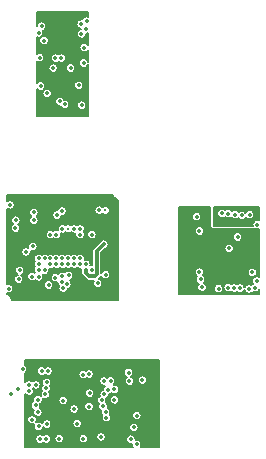
<source format=gbr>
G04 #@! TF.GenerationSoftware,KiCad,Pcbnew,(5.1.5)-3*
G04 #@! TF.CreationDate,2020-06-25T20:17:35-07:00*
G04 #@! TF.ProjectId,Miniscope-v4-Rigid-Flex,4d696e69-7363-46f7-9065-2d76342d5269,rev?*
G04 #@! TF.SameCoordinates,Original*
G04 #@! TF.FileFunction,Copper,L5,Inr*
G04 #@! TF.FilePolarity,Positive*
%FSLAX46Y46*%
G04 Gerber Fmt 4.6, Leading zero omitted, Abs format (unit mm)*
G04 Created by KiCad (PCBNEW (5.1.5)-3) date 2020-06-25 20:17:35*
%MOMM*%
%LPD*%
G04 APERTURE LIST*
%ADD10C,0.350000*%
%ADD11C,0.300000*%
%ADD12C,0.304800*%
%ADD13C,0.152400*%
G04 APERTURE END LIST*
D10*
X102967800Y-98080200D03*
X102459800Y-100213800D03*
X101824800Y-97191200D03*
X101901000Y-99588200D03*
X104441000Y-98072204D03*
X105380800Y-101225400D03*
X108153200Y-125282200D03*
X109423200Y-124571000D03*
X110042800Y-127500000D03*
X109792800Y-128500000D03*
X101833200Y-129476000D03*
X103805272Y-126232072D03*
X104991600Y-128180600D03*
X115450200Y-115976100D03*
X106854008Y-110111800D03*
X110515400Y-124494800D03*
X117238200Y-110373800D03*
X107268800Y-124573800D03*
X107010200Y-129295400D03*
X101734400Y-114680800D03*
X102234400Y-115180800D03*
X103727105Y-115714263D03*
X101172800Y-127850400D03*
X108153200Y-126171200D03*
X102425200Y-128206000D03*
X106234400Y-115180800D03*
X103729800Y-110162600D03*
X105990400Y-126740800D03*
X103803210Y-116715800D03*
X106041200Y-125597800D03*
X117862700Y-113338600D03*
X116963200Y-116749200D03*
X104736800Y-126948400D03*
X102409000Y-124691400D03*
X99774000Y-111621200D03*
X101729600Y-115758600D03*
X104734400Y-111680800D03*
X101734400Y-114180800D03*
X106234400Y-112180800D03*
X100000000Y-125215199D03*
X118588800Y-112378800D03*
D11*
X104234400Y-111680800D03*
D10*
X115109000Y-110653200D03*
X101323400Y-110300400D03*
X105584175Y-96353175D03*
X105330000Y-94355802D03*
X116154800Y-110378800D03*
X110000000Y-123859988D03*
X115349800Y-112877800D03*
X115349800Y-113877800D03*
X101346000Y-128914400D03*
X100123002Y-115199800D03*
X104017600Y-129450600D03*
X104978200Y-125064400D03*
X107253800Y-112992800D03*
X106512389Y-123949248D03*
X108149400Y-129707400D03*
X120188996Y-112380400D03*
X105734400Y-115180800D03*
X101734400Y-115180800D03*
X101323400Y-110960800D03*
X105234400Y-111680800D03*
X114956600Y-116469800D03*
X103234400Y-112180800D03*
X118919000Y-110551600D03*
X120189000Y-116106199D03*
X119604804Y-110492800D03*
X102734400Y-112180800D03*
X115349800Y-115361998D03*
X107412800Y-115572800D03*
X102734400Y-114180800D03*
X118769390Y-116698400D03*
X120039390Y-116673000D03*
X102234400Y-114180800D03*
X119833400Y-115377600D03*
X100656400Y-113642400D03*
X105380800Y-100675400D03*
X105533200Y-99091800D03*
X103454800Y-96327600D03*
X107818800Y-124573800D03*
X106234400Y-112680800D03*
X100910400Y-125441000D03*
X102237800Y-110066210D03*
X102234400Y-112180800D03*
X116688200Y-110378800D03*
X101234400Y-114680800D03*
X105734400Y-111680800D03*
X107235000Y-116487200D03*
X120112800Y-110035600D03*
X99716600Y-112245400D03*
D11*
X107387400Y-110111800D03*
D10*
X115349800Y-111867190D03*
X100377000Y-123548400D03*
X99799400Y-110960800D03*
X99183200Y-116741200D03*
X109343200Y-123853200D03*
X99386400Y-125699400D03*
X118360200Y-110475400D03*
X105533200Y-97644000D03*
X105126810Y-99545400D03*
X101977200Y-94533606D03*
X103653600Y-97240200D03*
X102180400Y-95752780D03*
X101723200Y-95092398D03*
X105787200Y-94101800D03*
X101175400Y-115736000D03*
X103734400Y-114680800D03*
X105734400Y-114680800D03*
X103734400Y-111680800D03*
X102358198Y-125199400D03*
X102586800Y-116444400D03*
X103234400Y-114680800D03*
X103145598Y-115826800D03*
X102307400Y-125707400D03*
X103272600Y-110518200D03*
X99310200Y-109654600D03*
X101234400Y-113180800D03*
X105234400Y-112180800D03*
X109542800Y-129500000D03*
X110029000Y-129941200D03*
X103475400Y-129450600D03*
X102383200Y-129476000D03*
X105516200Y-129450600D03*
X101722800Y-128409200D03*
X119533132Y-116770068D03*
X120239800Y-111339000D03*
X102734400Y-114680800D03*
X103153600Y-97240200D03*
X117801400Y-110399200D03*
X102536000Y-123726200D03*
X103234400Y-114180800D03*
X101977200Y-123728999D03*
X103734400Y-114180800D03*
X100046800Y-115953800D03*
X106015800Y-123972200D03*
X104234400Y-114680800D03*
X105507800Y-124023000D03*
X104263192Y-115631600D03*
X107598768Y-125301168D03*
X104234400Y-114180800D03*
X106727000Y-116309400D03*
X107285800Y-125699400D03*
X104734400Y-114680800D03*
X103704402Y-116190400D03*
X101678614Y-126152184D03*
X104734400Y-114180800D03*
X107071800Y-126198400D03*
X105234400Y-114198410D03*
X107412800Y-127198000D03*
X104127250Y-116365400D03*
X107184200Y-126698000D03*
X107477028Y-127667172D03*
X105234400Y-114680800D03*
X101671800Y-127212600D03*
X118284000Y-116698400D03*
X115566200Y-116631600D03*
X117776000Y-116673004D03*
X101469198Y-126639200D03*
X103526600Y-100899600D03*
X100910400Y-124891000D03*
X105350967Y-95176325D03*
X103933000Y-101153600D03*
X101494600Y-124891000D03*
X105750000Y-94750000D03*
D12*
X106663401Y-115542799D02*
X106498400Y-115707800D01*
X106015800Y-115707800D02*
X105736400Y-115428400D01*
X105736400Y-115182800D02*
X105734400Y-115180800D01*
X105736400Y-115428400D02*
X105736400Y-115182800D01*
X107253800Y-112992800D02*
X107232200Y-112992800D01*
X107232200Y-112992800D02*
X106663401Y-113561599D01*
X106498400Y-115707800D02*
X106015800Y-115707800D01*
X106663401Y-113561599D02*
X106663401Y-115542799D01*
D13*
G36*
X105923800Y-93721528D02*
G01*
X105904926Y-93713710D01*
X105826951Y-93698200D01*
X105747449Y-93698200D01*
X105669474Y-93713710D01*
X105596024Y-93744134D01*
X105529920Y-93788303D01*
X105473703Y-93844520D01*
X105429534Y-93910624D01*
X105409072Y-93960023D01*
X105369751Y-93952202D01*
X105290249Y-93952202D01*
X105212274Y-93967712D01*
X105138824Y-93998136D01*
X105072720Y-94042305D01*
X105016503Y-94098522D01*
X104972334Y-94164626D01*
X104941910Y-94238076D01*
X104926400Y-94316051D01*
X104926400Y-94395553D01*
X104941910Y-94473528D01*
X104972334Y-94546978D01*
X105016503Y-94613082D01*
X105072720Y-94669299D01*
X105138824Y-94713468D01*
X105212274Y-94743892D01*
X105290249Y-94759402D01*
X105346400Y-94759402D01*
X105346400Y-94772725D01*
X105311216Y-94772725D01*
X105233241Y-94788235D01*
X105159791Y-94818659D01*
X105093687Y-94862828D01*
X105037470Y-94919045D01*
X104993301Y-94985149D01*
X104962877Y-95058599D01*
X104947367Y-95136574D01*
X104947367Y-95216076D01*
X104962877Y-95294051D01*
X104993301Y-95367501D01*
X105037470Y-95433605D01*
X105093687Y-95489822D01*
X105159791Y-95533991D01*
X105233241Y-95564415D01*
X105311216Y-95579925D01*
X105390718Y-95579925D01*
X105468693Y-95564415D01*
X105542143Y-95533991D01*
X105608247Y-95489822D01*
X105664464Y-95433605D01*
X105708633Y-95367501D01*
X105739057Y-95294051D01*
X105754567Y-95216076D01*
X105754567Y-95153600D01*
X105789751Y-95153600D01*
X105867726Y-95138090D01*
X105923800Y-95114863D01*
X105923800Y-96134999D01*
X105897672Y-96095895D01*
X105841455Y-96039678D01*
X105775351Y-95995509D01*
X105701901Y-95965085D01*
X105623926Y-95949575D01*
X105544424Y-95949575D01*
X105466449Y-95965085D01*
X105392999Y-95995509D01*
X105326895Y-96039678D01*
X105270678Y-96095895D01*
X105226509Y-96161999D01*
X105196085Y-96235449D01*
X105180575Y-96313424D01*
X105180575Y-96392926D01*
X105196085Y-96470901D01*
X105226509Y-96544351D01*
X105270678Y-96610455D01*
X105326895Y-96666672D01*
X105392999Y-96710841D01*
X105466449Y-96741265D01*
X105544424Y-96756775D01*
X105623926Y-96756775D01*
X105701901Y-96741265D01*
X105775351Y-96710841D01*
X105841455Y-96666672D01*
X105897672Y-96610455D01*
X105923800Y-96571351D01*
X105923800Y-97538893D01*
X105921290Y-97526274D01*
X105890866Y-97452824D01*
X105846697Y-97386720D01*
X105790480Y-97330503D01*
X105724376Y-97286334D01*
X105650926Y-97255910D01*
X105572951Y-97240400D01*
X105493449Y-97240400D01*
X105415474Y-97255910D01*
X105342024Y-97286334D01*
X105275920Y-97330503D01*
X105219703Y-97386720D01*
X105175534Y-97452824D01*
X105145110Y-97526274D01*
X105129600Y-97604249D01*
X105129600Y-97683751D01*
X105145110Y-97761726D01*
X105175534Y-97835176D01*
X105219703Y-97901280D01*
X105275920Y-97957497D01*
X105342024Y-98001666D01*
X105415474Y-98032090D01*
X105493449Y-98047600D01*
X105572951Y-98047600D01*
X105650926Y-98032090D01*
X105724376Y-98001666D01*
X105790480Y-97957497D01*
X105846697Y-97901280D01*
X105890866Y-97835176D01*
X105921290Y-97761726D01*
X105923800Y-97749107D01*
X105923800Y-102173800D01*
X101576200Y-102173800D01*
X101576200Y-100859849D01*
X103123000Y-100859849D01*
X103123000Y-100939351D01*
X103138510Y-101017326D01*
X103168934Y-101090776D01*
X103213103Y-101156880D01*
X103269320Y-101213097D01*
X103335424Y-101257266D01*
X103408874Y-101287690D01*
X103486849Y-101303200D01*
X103558113Y-101303200D01*
X103575334Y-101344776D01*
X103619503Y-101410880D01*
X103675720Y-101467097D01*
X103741824Y-101511266D01*
X103815274Y-101541690D01*
X103893249Y-101557200D01*
X103972751Y-101557200D01*
X104050726Y-101541690D01*
X104124176Y-101511266D01*
X104190280Y-101467097D01*
X104246497Y-101410880D01*
X104290666Y-101344776D01*
X104321090Y-101271326D01*
X104336600Y-101193351D01*
X104336600Y-101185649D01*
X104977200Y-101185649D01*
X104977200Y-101265151D01*
X104992710Y-101343126D01*
X105023134Y-101416576D01*
X105067303Y-101482680D01*
X105123520Y-101538897D01*
X105189624Y-101583066D01*
X105263074Y-101613490D01*
X105341049Y-101629000D01*
X105420551Y-101629000D01*
X105498526Y-101613490D01*
X105571976Y-101583066D01*
X105638080Y-101538897D01*
X105694297Y-101482680D01*
X105738466Y-101416576D01*
X105768890Y-101343126D01*
X105784400Y-101265151D01*
X105784400Y-101185649D01*
X105768890Y-101107674D01*
X105738466Y-101034224D01*
X105694297Y-100968120D01*
X105638080Y-100911903D01*
X105571976Y-100867734D01*
X105498526Y-100837310D01*
X105420551Y-100821800D01*
X105341049Y-100821800D01*
X105263074Y-100837310D01*
X105189624Y-100867734D01*
X105123520Y-100911903D01*
X105067303Y-100968120D01*
X105023134Y-101034224D01*
X104992710Y-101107674D01*
X104977200Y-101185649D01*
X104336600Y-101185649D01*
X104336600Y-101113849D01*
X104321090Y-101035874D01*
X104290666Y-100962424D01*
X104246497Y-100896320D01*
X104190280Y-100840103D01*
X104124176Y-100795934D01*
X104050726Y-100765510D01*
X103972751Y-100750000D01*
X103901487Y-100750000D01*
X103884266Y-100708424D01*
X103840097Y-100642320D01*
X103783880Y-100586103D01*
X103717776Y-100541934D01*
X103644326Y-100511510D01*
X103566351Y-100496000D01*
X103486849Y-100496000D01*
X103408874Y-100511510D01*
X103335424Y-100541934D01*
X103269320Y-100586103D01*
X103213103Y-100642320D01*
X103168934Y-100708424D01*
X103138510Y-100781874D01*
X103123000Y-100859849D01*
X101576200Y-100859849D01*
X101576200Y-100174049D01*
X102056200Y-100174049D01*
X102056200Y-100253551D01*
X102071710Y-100331526D01*
X102102134Y-100404976D01*
X102146303Y-100471080D01*
X102202520Y-100527297D01*
X102268624Y-100571466D01*
X102342074Y-100601890D01*
X102420049Y-100617400D01*
X102499551Y-100617400D01*
X102577526Y-100601890D01*
X102650976Y-100571466D01*
X102717080Y-100527297D01*
X102773297Y-100471080D01*
X102817466Y-100404976D01*
X102847890Y-100331526D01*
X102863400Y-100253551D01*
X102863400Y-100174049D01*
X102847890Y-100096074D01*
X102817466Y-100022624D01*
X102773297Y-99956520D01*
X102717080Y-99900303D01*
X102650976Y-99856134D01*
X102577526Y-99825710D01*
X102499551Y-99810200D01*
X102420049Y-99810200D01*
X102342074Y-99825710D01*
X102268624Y-99856134D01*
X102202520Y-99900303D01*
X102146303Y-99956520D01*
X102102134Y-100022624D01*
X102071710Y-100096074D01*
X102056200Y-100174049D01*
X101576200Y-100174049D01*
X101576200Y-99828564D01*
X101587503Y-99845480D01*
X101643720Y-99901697D01*
X101709824Y-99945866D01*
X101783274Y-99976290D01*
X101861249Y-99991800D01*
X101940751Y-99991800D01*
X102018726Y-99976290D01*
X102092176Y-99945866D01*
X102158280Y-99901697D01*
X102214497Y-99845480D01*
X102258666Y-99779376D01*
X102289090Y-99705926D01*
X102304600Y-99627951D01*
X102304600Y-99548449D01*
X102296087Y-99505649D01*
X104723210Y-99505649D01*
X104723210Y-99585151D01*
X104738720Y-99663126D01*
X104769144Y-99736576D01*
X104813313Y-99802680D01*
X104869530Y-99858897D01*
X104935634Y-99903066D01*
X105009084Y-99933490D01*
X105087059Y-99949000D01*
X105166561Y-99949000D01*
X105244536Y-99933490D01*
X105317986Y-99903066D01*
X105384090Y-99858897D01*
X105440307Y-99802680D01*
X105484476Y-99736576D01*
X105514900Y-99663126D01*
X105530410Y-99585151D01*
X105530410Y-99505649D01*
X105514900Y-99427674D01*
X105484476Y-99354224D01*
X105440307Y-99288120D01*
X105384090Y-99231903D01*
X105317986Y-99187734D01*
X105244536Y-99157310D01*
X105166561Y-99141800D01*
X105087059Y-99141800D01*
X105009084Y-99157310D01*
X104935634Y-99187734D01*
X104869530Y-99231903D01*
X104813313Y-99288120D01*
X104769144Y-99354224D01*
X104738720Y-99427674D01*
X104723210Y-99505649D01*
X102296087Y-99505649D01*
X102289090Y-99470474D01*
X102258666Y-99397024D01*
X102214497Y-99330920D01*
X102158280Y-99274703D01*
X102092176Y-99230534D01*
X102018726Y-99200110D01*
X101940751Y-99184600D01*
X101861249Y-99184600D01*
X101783274Y-99200110D01*
X101709824Y-99230534D01*
X101643720Y-99274703D01*
X101587503Y-99330920D01*
X101576200Y-99347836D01*
X101576200Y-98040449D01*
X102564200Y-98040449D01*
X102564200Y-98119951D01*
X102579710Y-98197926D01*
X102610134Y-98271376D01*
X102654303Y-98337480D01*
X102710520Y-98393697D01*
X102776624Y-98437866D01*
X102850074Y-98468290D01*
X102928049Y-98483800D01*
X103007551Y-98483800D01*
X103085526Y-98468290D01*
X103158976Y-98437866D01*
X103225080Y-98393697D01*
X103281297Y-98337480D01*
X103325466Y-98271376D01*
X103355890Y-98197926D01*
X103371400Y-98119951D01*
X103371400Y-98040449D01*
X103369810Y-98032453D01*
X104037400Y-98032453D01*
X104037400Y-98111955D01*
X104052910Y-98189930D01*
X104083334Y-98263380D01*
X104127503Y-98329484D01*
X104183720Y-98385701D01*
X104249824Y-98429870D01*
X104323274Y-98460294D01*
X104401249Y-98475804D01*
X104480751Y-98475804D01*
X104558726Y-98460294D01*
X104632176Y-98429870D01*
X104698280Y-98385701D01*
X104754497Y-98329484D01*
X104798666Y-98263380D01*
X104829090Y-98189930D01*
X104844600Y-98111955D01*
X104844600Y-98032453D01*
X104829090Y-97954478D01*
X104798666Y-97881028D01*
X104754497Y-97814924D01*
X104698280Y-97758707D01*
X104632176Y-97714538D01*
X104558726Y-97684114D01*
X104480751Y-97668604D01*
X104401249Y-97668604D01*
X104323274Y-97684114D01*
X104249824Y-97714538D01*
X104183720Y-97758707D01*
X104127503Y-97814924D01*
X104083334Y-97881028D01*
X104052910Y-97954478D01*
X104037400Y-98032453D01*
X103369810Y-98032453D01*
X103355890Y-97962474D01*
X103325466Y-97889024D01*
X103281297Y-97822920D01*
X103225080Y-97766703D01*
X103158976Y-97722534D01*
X103085526Y-97692110D01*
X103007551Y-97676600D01*
X102928049Y-97676600D01*
X102850074Y-97692110D01*
X102776624Y-97722534D01*
X102710520Y-97766703D01*
X102654303Y-97822920D01*
X102610134Y-97889024D01*
X102579710Y-97962474D01*
X102564200Y-98040449D01*
X101576200Y-98040449D01*
X101576200Y-97510497D01*
X101633624Y-97548866D01*
X101707074Y-97579290D01*
X101785049Y-97594800D01*
X101864551Y-97594800D01*
X101942526Y-97579290D01*
X102015976Y-97548866D01*
X102082080Y-97504697D01*
X102138297Y-97448480D01*
X102182466Y-97382376D01*
X102212890Y-97308926D01*
X102228400Y-97230951D01*
X102228400Y-97200449D01*
X102750000Y-97200449D01*
X102750000Y-97279951D01*
X102765510Y-97357926D01*
X102795934Y-97431376D01*
X102840103Y-97497480D01*
X102896320Y-97553697D01*
X102962424Y-97597866D01*
X103035874Y-97628290D01*
X103113849Y-97643800D01*
X103193351Y-97643800D01*
X103271326Y-97628290D01*
X103344776Y-97597866D01*
X103403600Y-97558561D01*
X103462424Y-97597866D01*
X103535874Y-97628290D01*
X103613849Y-97643800D01*
X103693351Y-97643800D01*
X103771326Y-97628290D01*
X103844776Y-97597866D01*
X103910880Y-97553697D01*
X103967097Y-97497480D01*
X104011266Y-97431376D01*
X104041690Y-97357926D01*
X104057200Y-97279951D01*
X104057200Y-97200449D01*
X104041690Y-97122474D01*
X104011266Y-97049024D01*
X103967097Y-96982920D01*
X103910880Y-96926703D01*
X103844776Y-96882534D01*
X103771326Y-96852110D01*
X103693351Y-96836600D01*
X103613849Y-96836600D01*
X103535874Y-96852110D01*
X103462424Y-96882534D01*
X103403600Y-96921839D01*
X103344776Y-96882534D01*
X103271326Y-96852110D01*
X103193351Y-96836600D01*
X103113849Y-96836600D01*
X103035874Y-96852110D01*
X102962424Y-96882534D01*
X102896320Y-96926703D01*
X102840103Y-96982920D01*
X102795934Y-97049024D01*
X102765510Y-97122474D01*
X102750000Y-97200449D01*
X102228400Y-97200449D01*
X102228400Y-97151449D01*
X102212890Y-97073474D01*
X102182466Y-97000024D01*
X102138297Y-96933920D01*
X102082080Y-96877703D01*
X102015976Y-96833534D01*
X101942526Y-96803110D01*
X101864551Y-96787600D01*
X101785049Y-96787600D01*
X101707074Y-96803110D01*
X101633624Y-96833534D01*
X101576200Y-96871903D01*
X101576200Y-95468362D01*
X101605474Y-95480488D01*
X101683449Y-95495998D01*
X101762951Y-95495998D01*
X101840926Y-95480488D01*
X101910899Y-95451504D01*
X101866903Y-95495500D01*
X101822734Y-95561604D01*
X101792310Y-95635054D01*
X101776800Y-95713029D01*
X101776800Y-95792531D01*
X101792310Y-95870506D01*
X101822734Y-95943956D01*
X101866903Y-96010060D01*
X101923120Y-96066277D01*
X101989224Y-96110446D01*
X102062674Y-96140870D01*
X102140649Y-96156380D01*
X102220151Y-96156380D01*
X102298126Y-96140870D01*
X102371576Y-96110446D01*
X102437680Y-96066277D01*
X102493897Y-96010060D01*
X102538066Y-95943956D01*
X102568490Y-95870506D01*
X102584000Y-95792531D01*
X102584000Y-95713029D01*
X102568490Y-95635054D01*
X102538066Y-95561604D01*
X102493897Y-95495500D01*
X102437680Y-95439283D01*
X102371576Y-95395114D01*
X102298126Y-95364690D01*
X102220151Y-95349180D01*
X102140649Y-95349180D01*
X102062674Y-95364690D01*
X101992701Y-95393674D01*
X102036697Y-95349678D01*
X102080866Y-95283574D01*
X102111290Y-95210124D01*
X102126800Y-95132149D01*
X102126800Y-95052647D01*
X102111290Y-94974672D01*
X102089771Y-94922721D01*
X102094926Y-94921696D01*
X102168376Y-94891272D01*
X102234480Y-94847103D01*
X102290697Y-94790886D01*
X102334866Y-94724782D01*
X102365290Y-94651332D01*
X102380800Y-94573357D01*
X102380800Y-94493855D01*
X102365290Y-94415880D01*
X102334866Y-94342430D01*
X102290697Y-94276326D01*
X102234480Y-94220109D01*
X102168376Y-94175940D01*
X102094926Y-94145516D01*
X102016951Y-94130006D01*
X101937449Y-94130006D01*
X101859474Y-94145516D01*
X101786024Y-94175940D01*
X101719920Y-94220109D01*
X101663703Y-94276326D01*
X101619534Y-94342430D01*
X101589110Y-94415880D01*
X101576200Y-94480784D01*
X101576200Y-93326200D01*
X105923800Y-93326200D01*
X105923800Y-93721528D01*
G37*
X105923800Y-93721528D02*
X105904926Y-93713710D01*
X105826951Y-93698200D01*
X105747449Y-93698200D01*
X105669474Y-93713710D01*
X105596024Y-93744134D01*
X105529920Y-93788303D01*
X105473703Y-93844520D01*
X105429534Y-93910624D01*
X105409072Y-93960023D01*
X105369751Y-93952202D01*
X105290249Y-93952202D01*
X105212274Y-93967712D01*
X105138824Y-93998136D01*
X105072720Y-94042305D01*
X105016503Y-94098522D01*
X104972334Y-94164626D01*
X104941910Y-94238076D01*
X104926400Y-94316051D01*
X104926400Y-94395553D01*
X104941910Y-94473528D01*
X104972334Y-94546978D01*
X105016503Y-94613082D01*
X105072720Y-94669299D01*
X105138824Y-94713468D01*
X105212274Y-94743892D01*
X105290249Y-94759402D01*
X105346400Y-94759402D01*
X105346400Y-94772725D01*
X105311216Y-94772725D01*
X105233241Y-94788235D01*
X105159791Y-94818659D01*
X105093687Y-94862828D01*
X105037470Y-94919045D01*
X104993301Y-94985149D01*
X104962877Y-95058599D01*
X104947367Y-95136574D01*
X104947367Y-95216076D01*
X104962877Y-95294051D01*
X104993301Y-95367501D01*
X105037470Y-95433605D01*
X105093687Y-95489822D01*
X105159791Y-95533991D01*
X105233241Y-95564415D01*
X105311216Y-95579925D01*
X105390718Y-95579925D01*
X105468693Y-95564415D01*
X105542143Y-95533991D01*
X105608247Y-95489822D01*
X105664464Y-95433605D01*
X105708633Y-95367501D01*
X105739057Y-95294051D01*
X105754567Y-95216076D01*
X105754567Y-95153600D01*
X105789751Y-95153600D01*
X105867726Y-95138090D01*
X105923800Y-95114863D01*
X105923800Y-96134999D01*
X105897672Y-96095895D01*
X105841455Y-96039678D01*
X105775351Y-95995509D01*
X105701901Y-95965085D01*
X105623926Y-95949575D01*
X105544424Y-95949575D01*
X105466449Y-95965085D01*
X105392999Y-95995509D01*
X105326895Y-96039678D01*
X105270678Y-96095895D01*
X105226509Y-96161999D01*
X105196085Y-96235449D01*
X105180575Y-96313424D01*
X105180575Y-96392926D01*
X105196085Y-96470901D01*
X105226509Y-96544351D01*
X105270678Y-96610455D01*
X105326895Y-96666672D01*
X105392999Y-96710841D01*
X105466449Y-96741265D01*
X105544424Y-96756775D01*
X105623926Y-96756775D01*
X105701901Y-96741265D01*
X105775351Y-96710841D01*
X105841455Y-96666672D01*
X105897672Y-96610455D01*
X105923800Y-96571351D01*
X105923800Y-97538893D01*
X105921290Y-97526274D01*
X105890866Y-97452824D01*
X105846697Y-97386720D01*
X105790480Y-97330503D01*
X105724376Y-97286334D01*
X105650926Y-97255910D01*
X105572951Y-97240400D01*
X105493449Y-97240400D01*
X105415474Y-97255910D01*
X105342024Y-97286334D01*
X105275920Y-97330503D01*
X105219703Y-97386720D01*
X105175534Y-97452824D01*
X105145110Y-97526274D01*
X105129600Y-97604249D01*
X105129600Y-97683751D01*
X105145110Y-97761726D01*
X105175534Y-97835176D01*
X105219703Y-97901280D01*
X105275920Y-97957497D01*
X105342024Y-98001666D01*
X105415474Y-98032090D01*
X105493449Y-98047600D01*
X105572951Y-98047600D01*
X105650926Y-98032090D01*
X105724376Y-98001666D01*
X105790480Y-97957497D01*
X105846697Y-97901280D01*
X105890866Y-97835176D01*
X105921290Y-97761726D01*
X105923800Y-97749107D01*
X105923800Y-102173800D01*
X101576200Y-102173800D01*
X101576200Y-100859849D01*
X103123000Y-100859849D01*
X103123000Y-100939351D01*
X103138510Y-101017326D01*
X103168934Y-101090776D01*
X103213103Y-101156880D01*
X103269320Y-101213097D01*
X103335424Y-101257266D01*
X103408874Y-101287690D01*
X103486849Y-101303200D01*
X103558113Y-101303200D01*
X103575334Y-101344776D01*
X103619503Y-101410880D01*
X103675720Y-101467097D01*
X103741824Y-101511266D01*
X103815274Y-101541690D01*
X103893249Y-101557200D01*
X103972751Y-101557200D01*
X104050726Y-101541690D01*
X104124176Y-101511266D01*
X104190280Y-101467097D01*
X104246497Y-101410880D01*
X104290666Y-101344776D01*
X104321090Y-101271326D01*
X104336600Y-101193351D01*
X104336600Y-101185649D01*
X104977200Y-101185649D01*
X104977200Y-101265151D01*
X104992710Y-101343126D01*
X105023134Y-101416576D01*
X105067303Y-101482680D01*
X105123520Y-101538897D01*
X105189624Y-101583066D01*
X105263074Y-101613490D01*
X105341049Y-101629000D01*
X105420551Y-101629000D01*
X105498526Y-101613490D01*
X105571976Y-101583066D01*
X105638080Y-101538897D01*
X105694297Y-101482680D01*
X105738466Y-101416576D01*
X105768890Y-101343126D01*
X105784400Y-101265151D01*
X105784400Y-101185649D01*
X105768890Y-101107674D01*
X105738466Y-101034224D01*
X105694297Y-100968120D01*
X105638080Y-100911903D01*
X105571976Y-100867734D01*
X105498526Y-100837310D01*
X105420551Y-100821800D01*
X105341049Y-100821800D01*
X105263074Y-100837310D01*
X105189624Y-100867734D01*
X105123520Y-100911903D01*
X105067303Y-100968120D01*
X105023134Y-101034224D01*
X104992710Y-101107674D01*
X104977200Y-101185649D01*
X104336600Y-101185649D01*
X104336600Y-101113849D01*
X104321090Y-101035874D01*
X104290666Y-100962424D01*
X104246497Y-100896320D01*
X104190280Y-100840103D01*
X104124176Y-100795934D01*
X104050726Y-100765510D01*
X103972751Y-100750000D01*
X103901487Y-100750000D01*
X103884266Y-100708424D01*
X103840097Y-100642320D01*
X103783880Y-100586103D01*
X103717776Y-100541934D01*
X103644326Y-100511510D01*
X103566351Y-100496000D01*
X103486849Y-100496000D01*
X103408874Y-100511510D01*
X103335424Y-100541934D01*
X103269320Y-100586103D01*
X103213103Y-100642320D01*
X103168934Y-100708424D01*
X103138510Y-100781874D01*
X103123000Y-100859849D01*
X101576200Y-100859849D01*
X101576200Y-100174049D01*
X102056200Y-100174049D01*
X102056200Y-100253551D01*
X102071710Y-100331526D01*
X102102134Y-100404976D01*
X102146303Y-100471080D01*
X102202520Y-100527297D01*
X102268624Y-100571466D01*
X102342074Y-100601890D01*
X102420049Y-100617400D01*
X102499551Y-100617400D01*
X102577526Y-100601890D01*
X102650976Y-100571466D01*
X102717080Y-100527297D01*
X102773297Y-100471080D01*
X102817466Y-100404976D01*
X102847890Y-100331526D01*
X102863400Y-100253551D01*
X102863400Y-100174049D01*
X102847890Y-100096074D01*
X102817466Y-100022624D01*
X102773297Y-99956520D01*
X102717080Y-99900303D01*
X102650976Y-99856134D01*
X102577526Y-99825710D01*
X102499551Y-99810200D01*
X102420049Y-99810200D01*
X102342074Y-99825710D01*
X102268624Y-99856134D01*
X102202520Y-99900303D01*
X102146303Y-99956520D01*
X102102134Y-100022624D01*
X102071710Y-100096074D01*
X102056200Y-100174049D01*
X101576200Y-100174049D01*
X101576200Y-99828564D01*
X101587503Y-99845480D01*
X101643720Y-99901697D01*
X101709824Y-99945866D01*
X101783274Y-99976290D01*
X101861249Y-99991800D01*
X101940751Y-99991800D01*
X102018726Y-99976290D01*
X102092176Y-99945866D01*
X102158280Y-99901697D01*
X102214497Y-99845480D01*
X102258666Y-99779376D01*
X102289090Y-99705926D01*
X102304600Y-99627951D01*
X102304600Y-99548449D01*
X102296087Y-99505649D01*
X104723210Y-99505649D01*
X104723210Y-99585151D01*
X104738720Y-99663126D01*
X104769144Y-99736576D01*
X104813313Y-99802680D01*
X104869530Y-99858897D01*
X104935634Y-99903066D01*
X105009084Y-99933490D01*
X105087059Y-99949000D01*
X105166561Y-99949000D01*
X105244536Y-99933490D01*
X105317986Y-99903066D01*
X105384090Y-99858897D01*
X105440307Y-99802680D01*
X105484476Y-99736576D01*
X105514900Y-99663126D01*
X105530410Y-99585151D01*
X105530410Y-99505649D01*
X105514900Y-99427674D01*
X105484476Y-99354224D01*
X105440307Y-99288120D01*
X105384090Y-99231903D01*
X105317986Y-99187734D01*
X105244536Y-99157310D01*
X105166561Y-99141800D01*
X105087059Y-99141800D01*
X105009084Y-99157310D01*
X104935634Y-99187734D01*
X104869530Y-99231903D01*
X104813313Y-99288120D01*
X104769144Y-99354224D01*
X104738720Y-99427674D01*
X104723210Y-99505649D01*
X102296087Y-99505649D01*
X102289090Y-99470474D01*
X102258666Y-99397024D01*
X102214497Y-99330920D01*
X102158280Y-99274703D01*
X102092176Y-99230534D01*
X102018726Y-99200110D01*
X101940751Y-99184600D01*
X101861249Y-99184600D01*
X101783274Y-99200110D01*
X101709824Y-99230534D01*
X101643720Y-99274703D01*
X101587503Y-99330920D01*
X101576200Y-99347836D01*
X101576200Y-98040449D01*
X102564200Y-98040449D01*
X102564200Y-98119951D01*
X102579710Y-98197926D01*
X102610134Y-98271376D01*
X102654303Y-98337480D01*
X102710520Y-98393697D01*
X102776624Y-98437866D01*
X102850074Y-98468290D01*
X102928049Y-98483800D01*
X103007551Y-98483800D01*
X103085526Y-98468290D01*
X103158976Y-98437866D01*
X103225080Y-98393697D01*
X103281297Y-98337480D01*
X103325466Y-98271376D01*
X103355890Y-98197926D01*
X103371400Y-98119951D01*
X103371400Y-98040449D01*
X103369810Y-98032453D01*
X104037400Y-98032453D01*
X104037400Y-98111955D01*
X104052910Y-98189930D01*
X104083334Y-98263380D01*
X104127503Y-98329484D01*
X104183720Y-98385701D01*
X104249824Y-98429870D01*
X104323274Y-98460294D01*
X104401249Y-98475804D01*
X104480751Y-98475804D01*
X104558726Y-98460294D01*
X104632176Y-98429870D01*
X104698280Y-98385701D01*
X104754497Y-98329484D01*
X104798666Y-98263380D01*
X104829090Y-98189930D01*
X104844600Y-98111955D01*
X104844600Y-98032453D01*
X104829090Y-97954478D01*
X104798666Y-97881028D01*
X104754497Y-97814924D01*
X104698280Y-97758707D01*
X104632176Y-97714538D01*
X104558726Y-97684114D01*
X104480751Y-97668604D01*
X104401249Y-97668604D01*
X104323274Y-97684114D01*
X104249824Y-97714538D01*
X104183720Y-97758707D01*
X104127503Y-97814924D01*
X104083334Y-97881028D01*
X104052910Y-97954478D01*
X104037400Y-98032453D01*
X103369810Y-98032453D01*
X103355890Y-97962474D01*
X103325466Y-97889024D01*
X103281297Y-97822920D01*
X103225080Y-97766703D01*
X103158976Y-97722534D01*
X103085526Y-97692110D01*
X103007551Y-97676600D01*
X102928049Y-97676600D01*
X102850074Y-97692110D01*
X102776624Y-97722534D01*
X102710520Y-97766703D01*
X102654303Y-97822920D01*
X102610134Y-97889024D01*
X102579710Y-97962474D01*
X102564200Y-98040449D01*
X101576200Y-98040449D01*
X101576200Y-97510497D01*
X101633624Y-97548866D01*
X101707074Y-97579290D01*
X101785049Y-97594800D01*
X101864551Y-97594800D01*
X101942526Y-97579290D01*
X102015976Y-97548866D01*
X102082080Y-97504697D01*
X102138297Y-97448480D01*
X102182466Y-97382376D01*
X102212890Y-97308926D01*
X102228400Y-97230951D01*
X102228400Y-97200449D01*
X102750000Y-97200449D01*
X102750000Y-97279951D01*
X102765510Y-97357926D01*
X102795934Y-97431376D01*
X102840103Y-97497480D01*
X102896320Y-97553697D01*
X102962424Y-97597866D01*
X103035874Y-97628290D01*
X103113849Y-97643800D01*
X103193351Y-97643800D01*
X103271326Y-97628290D01*
X103344776Y-97597866D01*
X103403600Y-97558561D01*
X103462424Y-97597866D01*
X103535874Y-97628290D01*
X103613849Y-97643800D01*
X103693351Y-97643800D01*
X103771326Y-97628290D01*
X103844776Y-97597866D01*
X103910880Y-97553697D01*
X103967097Y-97497480D01*
X104011266Y-97431376D01*
X104041690Y-97357926D01*
X104057200Y-97279951D01*
X104057200Y-97200449D01*
X104041690Y-97122474D01*
X104011266Y-97049024D01*
X103967097Y-96982920D01*
X103910880Y-96926703D01*
X103844776Y-96882534D01*
X103771326Y-96852110D01*
X103693351Y-96836600D01*
X103613849Y-96836600D01*
X103535874Y-96852110D01*
X103462424Y-96882534D01*
X103403600Y-96921839D01*
X103344776Y-96882534D01*
X103271326Y-96852110D01*
X103193351Y-96836600D01*
X103113849Y-96836600D01*
X103035874Y-96852110D01*
X102962424Y-96882534D01*
X102896320Y-96926703D01*
X102840103Y-96982920D01*
X102795934Y-97049024D01*
X102765510Y-97122474D01*
X102750000Y-97200449D01*
X102228400Y-97200449D01*
X102228400Y-97151449D01*
X102212890Y-97073474D01*
X102182466Y-97000024D01*
X102138297Y-96933920D01*
X102082080Y-96877703D01*
X102015976Y-96833534D01*
X101942526Y-96803110D01*
X101864551Y-96787600D01*
X101785049Y-96787600D01*
X101707074Y-96803110D01*
X101633624Y-96833534D01*
X101576200Y-96871903D01*
X101576200Y-95468362D01*
X101605474Y-95480488D01*
X101683449Y-95495998D01*
X101762951Y-95495998D01*
X101840926Y-95480488D01*
X101910899Y-95451504D01*
X101866903Y-95495500D01*
X101822734Y-95561604D01*
X101792310Y-95635054D01*
X101776800Y-95713029D01*
X101776800Y-95792531D01*
X101792310Y-95870506D01*
X101822734Y-95943956D01*
X101866903Y-96010060D01*
X101923120Y-96066277D01*
X101989224Y-96110446D01*
X102062674Y-96140870D01*
X102140649Y-96156380D01*
X102220151Y-96156380D01*
X102298126Y-96140870D01*
X102371576Y-96110446D01*
X102437680Y-96066277D01*
X102493897Y-96010060D01*
X102538066Y-95943956D01*
X102568490Y-95870506D01*
X102584000Y-95792531D01*
X102584000Y-95713029D01*
X102568490Y-95635054D01*
X102538066Y-95561604D01*
X102493897Y-95495500D01*
X102437680Y-95439283D01*
X102371576Y-95395114D01*
X102298126Y-95364690D01*
X102220151Y-95349180D01*
X102140649Y-95349180D01*
X102062674Y-95364690D01*
X101992701Y-95393674D01*
X102036697Y-95349678D01*
X102080866Y-95283574D01*
X102111290Y-95210124D01*
X102126800Y-95132149D01*
X102126800Y-95052647D01*
X102111290Y-94974672D01*
X102089771Y-94922721D01*
X102094926Y-94921696D01*
X102168376Y-94891272D01*
X102234480Y-94847103D01*
X102290697Y-94790886D01*
X102334866Y-94724782D01*
X102365290Y-94651332D01*
X102380800Y-94573357D01*
X102380800Y-94493855D01*
X102365290Y-94415880D01*
X102334866Y-94342430D01*
X102290697Y-94276326D01*
X102234480Y-94220109D01*
X102168376Y-94175940D01*
X102094926Y-94145516D01*
X102016951Y-94130006D01*
X101937449Y-94130006D01*
X101859474Y-94145516D01*
X101786024Y-94175940D01*
X101719920Y-94220109D01*
X101663703Y-94276326D01*
X101619534Y-94342430D01*
X101589110Y-94415880D01*
X101576200Y-94480784D01*
X101576200Y-93326200D01*
X105923800Y-93326200D01*
X105923800Y-93721528D01*
G36*
X111923800Y-130173800D02*
G01*
X110358988Y-130173800D01*
X110386666Y-130132376D01*
X110417090Y-130058926D01*
X110432600Y-129980951D01*
X110432600Y-129901449D01*
X110417090Y-129823474D01*
X110386666Y-129750024D01*
X110342497Y-129683920D01*
X110286280Y-129627703D01*
X110220176Y-129583534D01*
X110146726Y-129553110D01*
X110068751Y-129537600D01*
X109989249Y-129537600D01*
X109945080Y-129546386D01*
X109946400Y-129539751D01*
X109946400Y-129460249D01*
X109930890Y-129382274D01*
X109900466Y-129308824D01*
X109856297Y-129242720D01*
X109800080Y-129186503D01*
X109733976Y-129142334D01*
X109660526Y-129111910D01*
X109582551Y-129096400D01*
X109503049Y-129096400D01*
X109425074Y-129111910D01*
X109351624Y-129142334D01*
X109285520Y-129186503D01*
X109229303Y-129242720D01*
X109185134Y-129308824D01*
X109154710Y-129382274D01*
X109139200Y-129460249D01*
X109139200Y-129539751D01*
X109154710Y-129617726D01*
X109185134Y-129691176D01*
X109229303Y-129757280D01*
X109285520Y-129813497D01*
X109351624Y-129857666D01*
X109425074Y-129888090D01*
X109503049Y-129903600D01*
X109582551Y-129903600D01*
X109626720Y-129894814D01*
X109625400Y-129901449D01*
X109625400Y-129980951D01*
X109640910Y-130058926D01*
X109671334Y-130132376D01*
X109699012Y-130173800D01*
X100576200Y-130173800D01*
X100576200Y-129436249D01*
X101429600Y-129436249D01*
X101429600Y-129515751D01*
X101445110Y-129593726D01*
X101475534Y-129667176D01*
X101519703Y-129733280D01*
X101575920Y-129789497D01*
X101642024Y-129833666D01*
X101715474Y-129864090D01*
X101793449Y-129879600D01*
X101872951Y-129879600D01*
X101950926Y-129864090D01*
X102024376Y-129833666D01*
X102090480Y-129789497D01*
X102108200Y-129771777D01*
X102125920Y-129789497D01*
X102192024Y-129833666D01*
X102265474Y-129864090D01*
X102343449Y-129879600D01*
X102422951Y-129879600D01*
X102500926Y-129864090D01*
X102574376Y-129833666D01*
X102640480Y-129789497D01*
X102696697Y-129733280D01*
X102740866Y-129667176D01*
X102771290Y-129593726D01*
X102786800Y-129515751D01*
X102786800Y-129436249D01*
X102781748Y-129410849D01*
X103071800Y-129410849D01*
X103071800Y-129490351D01*
X103087310Y-129568326D01*
X103117734Y-129641776D01*
X103161903Y-129707880D01*
X103218120Y-129764097D01*
X103284224Y-129808266D01*
X103357674Y-129838690D01*
X103435649Y-129854200D01*
X103515151Y-129854200D01*
X103593126Y-129838690D01*
X103666576Y-129808266D01*
X103732680Y-129764097D01*
X103788897Y-129707880D01*
X103833066Y-129641776D01*
X103863490Y-129568326D01*
X103879000Y-129490351D01*
X103879000Y-129410849D01*
X105112600Y-129410849D01*
X105112600Y-129490351D01*
X105128110Y-129568326D01*
X105158534Y-129641776D01*
X105202703Y-129707880D01*
X105258920Y-129764097D01*
X105325024Y-129808266D01*
X105398474Y-129838690D01*
X105476449Y-129854200D01*
X105555951Y-129854200D01*
X105633926Y-129838690D01*
X105707376Y-129808266D01*
X105773480Y-129764097D01*
X105829697Y-129707880D01*
X105873866Y-129641776D01*
X105904290Y-129568326D01*
X105919800Y-129490351D01*
X105919800Y-129410849D01*
X105904290Y-129332874D01*
X105873866Y-129259424D01*
X105871344Y-129255649D01*
X106606600Y-129255649D01*
X106606600Y-129335151D01*
X106622110Y-129413126D01*
X106652534Y-129486576D01*
X106696703Y-129552680D01*
X106752920Y-129608897D01*
X106819024Y-129653066D01*
X106892474Y-129683490D01*
X106970449Y-129699000D01*
X107049951Y-129699000D01*
X107127926Y-129683490D01*
X107201376Y-129653066D01*
X107267480Y-129608897D01*
X107323697Y-129552680D01*
X107367866Y-129486576D01*
X107398290Y-129413126D01*
X107413800Y-129335151D01*
X107413800Y-129255649D01*
X107398290Y-129177674D01*
X107367866Y-129104224D01*
X107323697Y-129038120D01*
X107267480Y-128981903D01*
X107201376Y-128937734D01*
X107127926Y-128907310D01*
X107049951Y-128891800D01*
X106970449Y-128891800D01*
X106892474Y-128907310D01*
X106819024Y-128937734D01*
X106752920Y-128981903D01*
X106696703Y-129038120D01*
X106652534Y-129104224D01*
X106622110Y-129177674D01*
X106606600Y-129255649D01*
X105871344Y-129255649D01*
X105829697Y-129193320D01*
X105773480Y-129137103D01*
X105707376Y-129092934D01*
X105633926Y-129062510D01*
X105555951Y-129047000D01*
X105476449Y-129047000D01*
X105398474Y-129062510D01*
X105325024Y-129092934D01*
X105258920Y-129137103D01*
X105202703Y-129193320D01*
X105158534Y-129259424D01*
X105128110Y-129332874D01*
X105112600Y-129410849D01*
X103879000Y-129410849D01*
X103863490Y-129332874D01*
X103833066Y-129259424D01*
X103788897Y-129193320D01*
X103732680Y-129137103D01*
X103666576Y-129092934D01*
X103593126Y-129062510D01*
X103515151Y-129047000D01*
X103435649Y-129047000D01*
X103357674Y-129062510D01*
X103284224Y-129092934D01*
X103218120Y-129137103D01*
X103161903Y-129193320D01*
X103117734Y-129259424D01*
X103087310Y-129332874D01*
X103071800Y-129410849D01*
X102781748Y-129410849D01*
X102771290Y-129358274D01*
X102740866Y-129284824D01*
X102696697Y-129218720D01*
X102640480Y-129162503D01*
X102574376Y-129118334D01*
X102500926Y-129087910D01*
X102422951Y-129072400D01*
X102343449Y-129072400D01*
X102265474Y-129087910D01*
X102192024Y-129118334D01*
X102125920Y-129162503D01*
X102108200Y-129180223D01*
X102090480Y-129162503D01*
X102024376Y-129118334D01*
X101950926Y-129087910D01*
X101872951Y-129072400D01*
X101793449Y-129072400D01*
X101715474Y-129087910D01*
X101642024Y-129118334D01*
X101575920Y-129162503D01*
X101519703Y-129218720D01*
X101475534Y-129284824D01*
X101445110Y-129358274D01*
X101429600Y-129436249D01*
X100576200Y-129436249D01*
X100576200Y-127810649D01*
X100769200Y-127810649D01*
X100769200Y-127890151D01*
X100784710Y-127968126D01*
X100815134Y-128041576D01*
X100859303Y-128107680D01*
X100915520Y-128163897D01*
X100981624Y-128208066D01*
X101055074Y-128238490D01*
X101133049Y-128254000D01*
X101212551Y-128254000D01*
X101290526Y-128238490D01*
X101363976Y-128208066D01*
X101378088Y-128198637D01*
X101365134Y-128218024D01*
X101334710Y-128291474D01*
X101319200Y-128369449D01*
X101319200Y-128448951D01*
X101334710Y-128526926D01*
X101365134Y-128600376D01*
X101409303Y-128666480D01*
X101465520Y-128722697D01*
X101531624Y-128766866D01*
X101605074Y-128797290D01*
X101683049Y-128812800D01*
X101762551Y-128812800D01*
X101840526Y-128797290D01*
X101913976Y-128766866D01*
X101980080Y-128722697D01*
X102036297Y-128666480D01*
X102080466Y-128600376D01*
X102110890Y-128526926D01*
X102121584Y-128473161D01*
X102167920Y-128519497D01*
X102234024Y-128563666D01*
X102307474Y-128594090D01*
X102385449Y-128609600D01*
X102464951Y-128609600D01*
X102542926Y-128594090D01*
X102616376Y-128563666D01*
X102682480Y-128519497D01*
X102738697Y-128463280D01*
X102782866Y-128397176D01*
X102813290Y-128323726D01*
X102828800Y-128245751D01*
X102828800Y-128166249D01*
X102823748Y-128140849D01*
X104588000Y-128140849D01*
X104588000Y-128220351D01*
X104603510Y-128298326D01*
X104633934Y-128371776D01*
X104678103Y-128437880D01*
X104734320Y-128494097D01*
X104800424Y-128538266D01*
X104873874Y-128568690D01*
X104951849Y-128584200D01*
X105031351Y-128584200D01*
X105109326Y-128568690D01*
X105182776Y-128538266D01*
X105248880Y-128494097D01*
X105282728Y-128460249D01*
X109389200Y-128460249D01*
X109389200Y-128539751D01*
X109404710Y-128617726D01*
X109435134Y-128691176D01*
X109479303Y-128757280D01*
X109535520Y-128813497D01*
X109601624Y-128857666D01*
X109675074Y-128888090D01*
X109753049Y-128903600D01*
X109832551Y-128903600D01*
X109910526Y-128888090D01*
X109983976Y-128857666D01*
X110050080Y-128813497D01*
X110106297Y-128757280D01*
X110150466Y-128691176D01*
X110180890Y-128617726D01*
X110196400Y-128539751D01*
X110196400Y-128460249D01*
X110180890Y-128382274D01*
X110150466Y-128308824D01*
X110106297Y-128242720D01*
X110050080Y-128186503D01*
X109983976Y-128142334D01*
X109910526Y-128111910D01*
X109832551Y-128096400D01*
X109753049Y-128096400D01*
X109675074Y-128111910D01*
X109601624Y-128142334D01*
X109535520Y-128186503D01*
X109479303Y-128242720D01*
X109435134Y-128308824D01*
X109404710Y-128382274D01*
X109389200Y-128460249D01*
X105282728Y-128460249D01*
X105305097Y-128437880D01*
X105349266Y-128371776D01*
X105379690Y-128298326D01*
X105395200Y-128220351D01*
X105395200Y-128140849D01*
X105379690Y-128062874D01*
X105349266Y-127989424D01*
X105305097Y-127923320D01*
X105248880Y-127867103D01*
X105182776Y-127822934D01*
X105109326Y-127792510D01*
X105031351Y-127777000D01*
X104951849Y-127777000D01*
X104873874Y-127792510D01*
X104800424Y-127822934D01*
X104734320Y-127867103D01*
X104678103Y-127923320D01*
X104633934Y-127989424D01*
X104603510Y-128062874D01*
X104588000Y-128140849D01*
X102823748Y-128140849D01*
X102813290Y-128088274D01*
X102782866Y-128014824D01*
X102738697Y-127948720D01*
X102682480Y-127892503D01*
X102616376Y-127848334D01*
X102542926Y-127817910D01*
X102464951Y-127802400D01*
X102385449Y-127802400D01*
X102307474Y-127817910D01*
X102234024Y-127848334D01*
X102167920Y-127892503D01*
X102111703Y-127948720D01*
X102067534Y-128014824D01*
X102037110Y-128088274D01*
X102026416Y-128142039D01*
X101980080Y-128095703D01*
X101913976Y-128051534D01*
X101840526Y-128021110D01*
X101762551Y-128005600D01*
X101683049Y-128005600D01*
X101605074Y-128021110D01*
X101531624Y-128051534D01*
X101517512Y-128060963D01*
X101530466Y-128041576D01*
X101560890Y-127968126D01*
X101576400Y-127890151D01*
X101576400Y-127810649D01*
X101560890Y-127732674D01*
X101530466Y-127659224D01*
X101486297Y-127593120D01*
X101430080Y-127536903D01*
X101363976Y-127492734D01*
X101290526Y-127462310D01*
X101212551Y-127446800D01*
X101133049Y-127446800D01*
X101055074Y-127462310D01*
X100981624Y-127492734D01*
X100915520Y-127536903D01*
X100859303Y-127593120D01*
X100815134Y-127659224D01*
X100784710Y-127732674D01*
X100769200Y-127810649D01*
X100576200Y-127810649D01*
X100576200Y-126599449D01*
X101065598Y-126599449D01*
X101065598Y-126678951D01*
X101081108Y-126756926D01*
X101111532Y-126830376D01*
X101155701Y-126896480D01*
X101211918Y-126952697D01*
X101278022Y-126996866D01*
X101319158Y-127013905D01*
X101314134Y-127021424D01*
X101283710Y-127094874D01*
X101268200Y-127172849D01*
X101268200Y-127252351D01*
X101283710Y-127330326D01*
X101314134Y-127403776D01*
X101358303Y-127469880D01*
X101414520Y-127526097D01*
X101480624Y-127570266D01*
X101554074Y-127600690D01*
X101632049Y-127616200D01*
X101711551Y-127616200D01*
X101789526Y-127600690D01*
X101862976Y-127570266D01*
X101929080Y-127526097D01*
X101985297Y-127469880D01*
X102029466Y-127403776D01*
X102059890Y-127330326D01*
X102075400Y-127252351D01*
X102075400Y-127172849D01*
X102059890Y-127094874D01*
X102029466Y-127021424D01*
X101985297Y-126955320D01*
X101938626Y-126908649D01*
X104333200Y-126908649D01*
X104333200Y-126988151D01*
X104348710Y-127066126D01*
X104379134Y-127139576D01*
X104423303Y-127205680D01*
X104479520Y-127261897D01*
X104545624Y-127306066D01*
X104619074Y-127336490D01*
X104697049Y-127352000D01*
X104776551Y-127352000D01*
X104854526Y-127336490D01*
X104927976Y-127306066D01*
X104994080Y-127261897D01*
X105050297Y-127205680D01*
X105094466Y-127139576D01*
X105124890Y-127066126D01*
X105140400Y-126988151D01*
X105140400Y-126908649D01*
X105124890Y-126830674D01*
X105094466Y-126757224D01*
X105056932Y-126701049D01*
X105586800Y-126701049D01*
X105586800Y-126780551D01*
X105602310Y-126858526D01*
X105632734Y-126931976D01*
X105676903Y-126998080D01*
X105733120Y-127054297D01*
X105799224Y-127098466D01*
X105872674Y-127128890D01*
X105950649Y-127144400D01*
X106030151Y-127144400D01*
X106108126Y-127128890D01*
X106181576Y-127098466D01*
X106247680Y-127054297D01*
X106303897Y-126998080D01*
X106348066Y-126931976D01*
X106378490Y-126858526D01*
X106394000Y-126780551D01*
X106394000Y-126701049D01*
X106378490Y-126623074D01*
X106348066Y-126549624D01*
X106303897Y-126483520D01*
X106247680Y-126427303D01*
X106181576Y-126383134D01*
X106108126Y-126352710D01*
X106030151Y-126337200D01*
X105950649Y-126337200D01*
X105872674Y-126352710D01*
X105799224Y-126383134D01*
X105733120Y-126427303D01*
X105676903Y-126483520D01*
X105632734Y-126549624D01*
X105602310Y-126623074D01*
X105586800Y-126701049D01*
X105056932Y-126701049D01*
X105050297Y-126691120D01*
X104994080Y-126634903D01*
X104927976Y-126590734D01*
X104854526Y-126560310D01*
X104776551Y-126544800D01*
X104697049Y-126544800D01*
X104619074Y-126560310D01*
X104545624Y-126590734D01*
X104479520Y-126634903D01*
X104423303Y-126691120D01*
X104379134Y-126757224D01*
X104348710Y-126830674D01*
X104333200Y-126908649D01*
X101938626Y-126908649D01*
X101929080Y-126899103D01*
X101862976Y-126854934D01*
X101821840Y-126837895D01*
X101826864Y-126830376D01*
X101857288Y-126756926D01*
X101872798Y-126678951D01*
X101872798Y-126599449D01*
X101857288Y-126521474D01*
X101855009Y-126515972D01*
X101869790Y-126509850D01*
X101935894Y-126465681D01*
X101992111Y-126409464D01*
X102036280Y-126343360D01*
X102066704Y-126269910D01*
X102082137Y-126192321D01*
X103401672Y-126192321D01*
X103401672Y-126271823D01*
X103417182Y-126349798D01*
X103447606Y-126423248D01*
X103491775Y-126489352D01*
X103547992Y-126545569D01*
X103614096Y-126589738D01*
X103687546Y-126620162D01*
X103765521Y-126635672D01*
X103845023Y-126635672D01*
X103922998Y-126620162D01*
X103996448Y-126589738D01*
X104062552Y-126545569D01*
X104118769Y-126489352D01*
X104162938Y-126423248D01*
X104193362Y-126349798D01*
X104208872Y-126271823D01*
X104208872Y-126192321D01*
X104202175Y-126158649D01*
X106668200Y-126158649D01*
X106668200Y-126238151D01*
X106683710Y-126316126D01*
X106714134Y-126389576D01*
X106758303Y-126455680D01*
X106814520Y-126511897D01*
X106822284Y-126517085D01*
X106796110Y-126580274D01*
X106780600Y-126658249D01*
X106780600Y-126737751D01*
X106796110Y-126815726D01*
X106826534Y-126889176D01*
X106870703Y-126955280D01*
X106926920Y-127011497D01*
X106993024Y-127055666D01*
X107028770Y-127070472D01*
X107024710Y-127080274D01*
X107009200Y-127158249D01*
X107009200Y-127237751D01*
X107024710Y-127315726D01*
X107055134Y-127389176D01*
X107099303Y-127455280D01*
X107119625Y-127475602D01*
X107119362Y-127475996D01*
X107088938Y-127549446D01*
X107073428Y-127627421D01*
X107073428Y-127706923D01*
X107088938Y-127784898D01*
X107119362Y-127858348D01*
X107163531Y-127924452D01*
X107219748Y-127980669D01*
X107285852Y-128024838D01*
X107359302Y-128055262D01*
X107437277Y-128070772D01*
X107516779Y-128070772D01*
X107594754Y-128055262D01*
X107668204Y-128024838D01*
X107734308Y-127980669D01*
X107790525Y-127924452D01*
X107834694Y-127858348D01*
X107865118Y-127784898D01*
X107880628Y-127706923D01*
X107880628Y-127627421D01*
X107865118Y-127549446D01*
X107834694Y-127475996D01*
X107824173Y-127460249D01*
X109639200Y-127460249D01*
X109639200Y-127539751D01*
X109654710Y-127617726D01*
X109685134Y-127691176D01*
X109729303Y-127757280D01*
X109785520Y-127813497D01*
X109851624Y-127857666D01*
X109925074Y-127888090D01*
X110003049Y-127903600D01*
X110082551Y-127903600D01*
X110160526Y-127888090D01*
X110233976Y-127857666D01*
X110300080Y-127813497D01*
X110356297Y-127757280D01*
X110400466Y-127691176D01*
X110430890Y-127617726D01*
X110446400Y-127539751D01*
X110446400Y-127460249D01*
X110430890Y-127382274D01*
X110400466Y-127308824D01*
X110356297Y-127242720D01*
X110300080Y-127186503D01*
X110233976Y-127142334D01*
X110160526Y-127111910D01*
X110082551Y-127096400D01*
X110003049Y-127096400D01*
X109925074Y-127111910D01*
X109851624Y-127142334D01*
X109785520Y-127186503D01*
X109729303Y-127242720D01*
X109685134Y-127308824D01*
X109654710Y-127382274D01*
X109639200Y-127460249D01*
X107824173Y-127460249D01*
X107790525Y-127409892D01*
X107770203Y-127389570D01*
X107770466Y-127389176D01*
X107800890Y-127315726D01*
X107816400Y-127237751D01*
X107816400Y-127158249D01*
X107800890Y-127080274D01*
X107770466Y-127006824D01*
X107726297Y-126940720D01*
X107670080Y-126884503D01*
X107603976Y-126840334D01*
X107568230Y-126825528D01*
X107572290Y-126815726D01*
X107587800Y-126737751D01*
X107587800Y-126658249D01*
X107572290Y-126580274D01*
X107541866Y-126506824D01*
X107497697Y-126440720D01*
X107441480Y-126384503D01*
X107433716Y-126379315D01*
X107459890Y-126316126D01*
X107475400Y-126238151D01*
X107475400Y-126158649D01*
X107469990Y-126131449D01*
X107749600Y-126131449D01*
X107749600Y-126210951D01*
X107765110Y-126288926D01*
X107795534Y-126362376D01*
X107839703Y-126428480D01*
X107895920Y-126484697D01*
X107962024Y-126528866D01*
X108035474Y-126559290D01*
X108113449Y-126574800D01*
X108192951Y-126574800D01*
X108270926Y-126559290D01*
X108344376Y-126528866D01*
X108410480Y-126484697D01*
X108466697Y-126428480D01*
X108510866Y-126362376D01*
X108541290Y-126288926D01*
X108556800Y-126210951D01*
X108556800Y-126131449D01*
X108541290Y-126053474D01*
X108510866Y-125980024D01*
X108466697Y-125913920D01*
X108410480Y-125857703D01*
X108344376Y-125813534D01*
X108270926Y-125783110D01*
X108192951Y-125767600D01*
X108113449Y-125767600D01*
X108035474Y-125783110D01*
X107962024Y-125813534D01*
X107895920Y-125857703D01*
X107839703Y-125913920D01*
X107795534Y-125980024D01*
X107765110Y-126053474D01*
X107749600Y-126131449D01*
X107469990Y-126131449D01*
X107459890Y-126080674D01*
X107454045Y-126066564D01*
X107476976Y-126057066D01*
X107543080Y-126012897D01*
X107599297Y-125956680D01*
X107643466Y-125890576D01*
X107673890Y-125817126D01*
X107689400Y-125739151D01*
X107689400Y-125694647D01*
X107716494Y-125689258D01*
X107789944Y-125658834D01*
X107856048Y-125614665D01*
X107885468Y-125585245D01*
X107895920Y-125595697D01*
X107962024Y-125639866D01*
X108035474Y-125670290D01*
X108113449Y-125685800D01*
X108192951Y-125685800D01*
X108270926Y-125670290D01*
X108344376Y-125639866D01*
X108410480Y-125595697D01*
X108466697Y-125539480D01*
X108510866Y-125473376D01*
X108541290Y-125399926D01*
X108556800Y-125321951D01*
X108556800Y-125242449D01*
X108541290Y-125164474D01*
X108510866Y-125091024D01*
X108466697Y-125024920D01*
X108410480Y-124968703D01*
X108344376Y-124924534D01*
X108270926Y-124894110D01*
X108192951Y-124878600D01*
X108113449Y-124878600D01*
X108077658Y-124885719D01*
X108132297Y-124831080D01*
X108176466Y-124764976D01*
X108206890Y-124691526D01*
X108222400Y-124613551D01*
X108222400Y-124534049D01*
X108206890Y-124456074D01*
X108176466Y-124382624D01*
X108132297Y-124316520D01*
X108076080Y-124260303D01*
X108009976Y-124216134D01*
X107936526Y-124185710D01*
X107858551Y-124170200D01*
X107779049Y-124170200D01*
X107701074Y-124185710D01*
X107627624Y-124216134D01*
X107561520Y-124260303D01*
X107543800Y-124278023D01*
X107526080Y-124260303D01*
X107459976Y-124216134D01*
X107386526Y-124185710D01*
X107308551Y-124170200D01*
X107229049Y-124170200D01*
X107151074Y-124185710D01*
X107077624Y-124216134D01*
X107011520Y-124260303D01*
X106955303Y-124316520D01*
X106911134Y-124382624D01*
X106880710Y-124456074D01*
X106865200Y-124534049D01*
X106865200Y-124613551D01*
X106880710Y-124691526D01*
X106911134Y-124764976D01*
X106955303Y-124831080D01*
X107011520Y-124887297D01*
X107077624Y-124931466D01*
X107151074Y-124961890D01*
X107229049Y-124977400D01*
X107308551Y-124977400D01*
X107377337Y-124963718D01*
X107341488Y-124987671D01*
X107285271Y-125043888D01*
X107241102Y-125109992D01*
X107210678Y-125183442D01*
X107195168Y-125261417D01*
X107195168Y-125305921D01*
X107168074Y-125311310D01*
X107094624Y-125341734D01*
X107028520Y-125385903D01*
X106972303Y-125442120D01*
X106928134Y-125508224D01*
X106897710Y-125581674D01*
X106882200Y-125659649D01*
X106882200Y-125739151D01*
X106897710Y-125817126D01*
X106903555Y-125831236D01*
X106880624Y-125840734D01*
X106814520Y-125884903D01*
X106758303Y-125941120D01*
X106714134Y-126007224D01*
X106683710Y-126080674D01*
X106668200Y-126158649D01*
X104202175Y-126158649D01*
X104193362Y-126114346D01*
X104162938Y-126040896D01*
X104118769Y-125974792D01*
X104062552Y-125918575D01*
X103996448Y-125874406D01*
X103922998Y-125843982D01*
X103845023Y-125828472D01*
X103765521Y-125828472D01*
X103687546Y-125843982D01*
X103614096Y-125874406D01*
X103547992Y-125918575D01*
X103491775Y-125974792D01*
X103447606Y-126040896D01*
X103417182Y-126114346D01*
X103401672Y-126192321D01*
X102082137Y-126192321D01*
X102082214Y-126191935D01*
X102082214Y-126112433D01*
X102066704Y-126034458D01*
X102065284Y-126031029D01*
X102116224Y-126065066D01*
X102189674Y-126095490D01*
X102267649Y-126111000D01*
X102347151Y-126111000D01*
X102425126Y-126095490D01*
X102498576Y-126065066D01*
X102564680Y-126020897D01*
X102620897Y-125964680D01*
X102665066Y-125898576D01*
X102695490Y-125825126D01*
X102711000Y-125747151D01*
X102711000Y-125667649D01*
X102695490Y-125589674D01*
X102682391Y-125558049D01*
X105637600Y-125558049D01*
X105637600Y-125637551D01*
X105653110Y-125715526D01*
X105683534Y-125788976D01*
X105727703Y-125855080D01*
X105783920Y-125911297D01*
X105850024Y-125955466D01*
X105923474Y-125985890D01*
X106001449Y-126001400D01*
X106080951Y-126001400D01*
X106158926Y-125985890D01*
X106232376Y-125955466D01*
X106298480Y-125911297D01*
X106354697Y-125855080D01*
X106398866Y-125788976D01*
X106429290Y-125715526D01*
X106444800Y-125637551D01*
X106444800Y-125558049D01*
X106429290Y-125480074D01*
X106398866Y-125406624D01*
X106354697Y-125340520D01*
X106298480Y-125284303D01*
X106232376Y-125240134D01*
X106158926Y-125209710D01*
X106080951Y-125194200D01*
X106001449Y-125194200D01*
X105923474Y-125209710D01*
X105850024Y-125240134D01*
X105783920Y-125284303D01*
X105727703Y-125340520D01*
X105683534Y-125406624D01*
X105653110Y-125480074D01*
X105637600Y-125558049D01*
X102682391Y-125558049D01*
X102665066Y-125516224D01*
X102643871Y-125484504D01*
X102671695Y-125456680D01*
X102715864Y-125390576D01*
X102746288Y-125317126D01*
X102761798Y-125239151D01*
X102761798Y-125159649D01*
X102746288Y-125081674D01*
X102715864Y-125008224D01*
X102694671Y-124976506D01*
X102722497Y-124948680D01*
X102766666Y-124882576D01*
X102797090Y-124809126D01*
X102812600Y-124731151D01*
X102812600Y-124651649D01*
X102797090Y-124573674D01*
X102766666Y-124500224D01*
X102722497Y-124434120D01*
X102666280Y-124377903D01*
X102600176Y-124333734D01*
X102526726Y-124303310D01*
X102448751Y-124287800D01*
X102369249Y-124287800D01*
X102291274Y-124303310D01*
X102217824Y-124333734D01*
X102151720Y-124377903D01*
X102095503Y-124434120D01*
X102051334Y-124500224D01*
X102020910Y-124573674D01*
X102005400Y-124651649D01*
X102005400Y-124731151D01*
X102020910Y-124809126D01*
X102051334Y-124882576D01*
X102072527Y-124914294D01*
X102044701Y-124942120D01*
X102000532Y-125008224D01*
X101970108Y-125081674D01*
X101954598Y-125159649D01*
X101954598Y-125239151D01*
X101970108Y-125317126D01*
X102000532Y-125390576D01*
X102021727Y-125422296D01*
X101993903Y-125450120D01*
X101949734Y-125516224D01*
X101919310Y-125589674D01*
X101903800Y-125667649D01*
X101903800Y-125747151D01*
X101919310Y-125825126D01*
X101920730Y-125828555D01*
X101869790Y-125794518D01*
X101796340Y-125764094D01*
X101718365Y-125748584D01*
X101638863Y-125748584D01*
X101560888Y-125764094D01*
X101487438Y-125794518D01*
X101421334Y-125838687D01*
X101365117Y-125894904D01*
X101320948Y-125961008D01*
X101290524Y-126034458D01*
X101275014Y-126112433D01*
X101275014Y-126191935D01*
X101290524Y-126269910D01*
X101292803Y-126275412D01*
X101278022Y-126281534D01*
X101211918Y-126325703D01*
X101155701Y-126381920D01*
X101111532Y-126448024D01*
X101081108Y-126521474D01*
X101065598Y-126599449D01*
X100576200Y-126599449D01*
X100576200Y-125667296D01*
X100596903Y-125698280D01*
X100653120Y-125754497D01*
X100719224Y-125798666D01*
X100792674Y-125829090D01*
X100870649Y-125844600D01*
X100950151Y-125844600D01*
X101028126Y-125829090D01*
X101101576Y-125798666D01*
X101167680Y-125754497D01*
X101223897Y-125698280D01*
X101268066Y-125632176D01*
X101298490Y-125558726D01*
X101314000Y-125480751D01*
X101314000Y-125401249D01*
X101298490Y-125323274D01*
X101268066Y-125249824D01*
X101238150Y-125205052D01*
X101303424Y-125248666D01*
X101376874Y-125279090D01*
X101454849Y-125294600D01*
X101534351Y-125294600D01*
X101612326Y-125279090D01*
X101685776Y-125248666D01*
X101751880Y-125204497D01*
X101808097Y-125148280D01*
X101852266Y-125082176D01*
X101882690Y-125008726D01*
X101898200Y-124930751D01*
X101898200Y-124851249D01*
X101882690Y-124773274D01*
X101852266Y-124699824D01*
X101808097Y-124633720D01*
X101751880Y-124577503D01*
X101685776Y-124533334D01*
X101612326Y-124502910D01*
X101534351Y-124487400D01*
X101454849Y-124487400D01*
X101376874Y-124502910D01*
X101303424Y-124533334D01*
X101237320Y-124577503D01*
X101202500Y-124612323D01*
X101167680Y-124577503D01*
X101101576Y-124533334D01*
X101028126Y-124502910D01*
X100950151Y-124487400D01*
X100870649Y-124487400D01*
X100792674Y-124502910D01*
X100719224Y-124533334D01*
X100653120Y-124577503D01*
X100596903Y-124633720D01*
X100576200Y-124664704D01*
X100576200Y-123900705D01*
X100634280Y-123861897D01*
X100690497Y-123805680D01*
X100734666Y-123739576D01*
X100755512Y-123689248D01*
X101573600Y-123689248D01*
X101573600Y-123768750D01*
X101589110Y-123846725D01*
X101619534Y-123920175D01*
X101663703Y-123986279D01*
X101719920Y-124042496D01*
X101786024Y-124086665D01*
X101859474Y-124117089D01*
X101937449Y-124132599D01*
X102016951Y-124132599D01*
X102094926Y-124117089D01*
X102168376Y-124086665D01*
X102234480Y-124042496D01*
X102258000Y-124018977D01*
X102278720Y-124039697D01*
X102344824Y-124083866D01*
X102418274Y-124114290D01*
X102496249Y-124129800D01*
X102575751Y-124129800D01*
X102653726Y-124114290D01*
X102727176Y-124083866D01*
X102793280Y-124039697D01*
X102849497Y-123983480D01*
X102849651Y-123983249D01*
X105104200Y-123983249D01*
X105104200Y-124062751D01*
X105119710Y-124140726D01*
X105150134Y-124214176D01*
X105194303Y-124280280D01*
X105250520Y-124336497D01*
X105316624Y-124380666D01*
X105390074Y-124411090D01*
X105468049Y-124426600D01*
X105547551Y-124426600D01*
X105625526Y-124411090D01*
X105698976Y-124380666D01*
X105765080Y-124336497D01*
X105792905Y-124308672D01*
X105824624Y-124329866D01*
X105898074Y-124360290D01*
X105976049Y-124375800D01*
X106055551Y-124375800D01*
X106133526Y-124360290D01*
X106206976Y-124329866D01*
X106273080Y-124285697D01*
X106329297Y-124229480D01*
X106373466Y-124163376D01*
X106403890Y-124089926D01*
X106419400Y-124011951D01*
X106419400Y-123932449D01*
X106403890Y-123854474D01*
X106386897Y-123813449D01*
X108939600Y-123813449D01*
X108939600Y-123892951D01*
X108955110Y-123970926D01*
X108985534Y-124044376D01*
X109029703Y-124110480D01*
X109085920Y-124166697D01*
X109152024Y-124210866D01*
X109203689Y-124232266D01*
X109165920Y-124257503D01*
X109109703Y-124313720D01*
X109065534Y-124379824D01*
X109035110Y-124453274D01*
X109019600Y-124531249D01*
X109019600Y-124610751D01*
X109035110Y-124688726D01*
X109065534Y-124762176D01*
X109109703Y-124828280D01*
X109165920Y-124884497D01*
X109232024Y-124928666D01*
X109305474Y-124959090D01*
X109383449Y-124974600D01*
X109462951Y-124974600D01*
X109540926Y-124959090D01*
X109614376Y-124928666D01*
X109680480Y-124884497D01*
X109736697Y-124828280D01*
X109780866Y-124762176D01*
X109811290Y-124688726D01*
X109826800Y-124610751D01*
X109826800Y-124531249D01*
X109811644Y-124455049D01*
X110111800Y-124455049D01*
X110111800Y-124534551D01*
X110127310Y-124612526D01*
X110157734Y-124685976D01*
X110201903Y-124752080D01*
X110258120Y-124808297D01*
X110324224Y-124852466D01*
X110397674Y-124882890D01*
X110475649Y-124898400D01*
X110555151Y-124898400D01*
X110633126Y-124882890D01*
X110706576Y-124852466D01*
X110772680Y-124808297D01*
X110828897Y-124752080D01*
X110873066Y-124685976D01*
X110903490Y-124612526D01*
X110919000Y-124534551D01*
X110919000Y-124455049D01*
X110903490Y-124377074D01*
X110873066Y-124303624D01*
X110828897Y-124237520D01*
X110772680Y-124181303D01*
X110706576Y-124137134D01*
X110633126Y-124106710D01*
X110555151Y-124091200D01*
X110475649Y-124091200D01*
X110397674Y-124106710D01*
X110324224Y-124137134D01*
X110258120Y-124181303D01*
X110201903Y-124237520D01*
X110157734Y-124303624D01*
X110127310Y-124377074D01*
X110111800Y-124455049D01*
X109811644Y-124455049D01*
X109811290Y-124453274D01*
X109780866Y-124379824D01*
X109736697Y-124313720D01*
X109680480Y-124257503D01*
X109614376Y-124213334D01*
X109562711Y-124191934D01*
X109600480Y-124166697D01*
X109656697Y-124110480D01*
X109700866Y-124044376D01*
X109731290Y-123970926D01*
X109746800Y-123892951D01*
X109746800Y-123813449D01*
X109731290Y-123735474D01*
X109700866Y-123662024D01*
X109656697Y-123595920D01*
X109600480Y-123539703D01*
X109534376Y-123495534D01*
X109460926Y-123465110D01*
X109382951Y-123449600D01*
X109303449Y-123449600D01*
X109225474Y-123465110D01*
X109152024Y-123495534D01*
X109085920Y-123539703D01*
X109029703Y-123595920D01*
X108985534Y-123662024D01*
X108955110Y-123735474D01*
X108939600Y-123813449D01*
X106386897Y-123813449D01*
X106373466Y-123781024D01*
X106329297Y-123714920D01*
X106273080Y-123658703D01*
X106206976Y-123614534D01*
X106133526Y-123584110D01*
X106055551Y-123568600D01*
X105976049Y-123568600D01*
X105898074Y-123584110D01*
X105824624Y-123614534D01*
X105758520Y-123658703D01*
X105730695Y-123686528D01*
X105698976Y-123665334D01*
X105625526Y-123634910D01*
X105547551Y-123619400D01*
X105468049Y-123619400D01*
X105390074Y-123634910D01*
X105316624Y-123665334D01*
X105250520Y-123709503D01*
X105194303Y-123765720D01*
X105150134Y-123831824D01*
X105119710Y-123905274D01*
X105104200Y-123983249D01*
X102849651Y-123983249D01*
X102893666Y-123917376D01*
X102924090Y-123843926D01*
X102939600Y-123765951D01*
X102939600Y-123686449D01*
X102924090Y-123608474D01*
X102893666Y-123535024D01*
X102849497Y-123468920D01*
X102793280Y-123412703D01*
X102727176Y-123368534D01*
X102653726Y-123338110D01*
X102575751Y-123322600D01*
X102496249Y-123322600D01*
X102418274Y-123338110D01*
X102344824Y-123368534D01*
X102278720Y-123412703D01*
X102255201Y-123436223D01*
X102234480Y-123415502D01*
X102168376Y-123371333D01*
X102094926Y-123340909D01*
X102016951Y-123325399D01*
X101937449Y-123325399D01*
X101859474Y-123340909D01*
X101786024Y-123371333D01*
X101719920Y-123415502D01*
X101663703Y-123471719D01*
X101619534Y-123537823D01*
X101589110Y-123611273D01*
X101573600Y-123689248D01*
X100755512Y-123689248D01*
X100765090Y-123666126D01*
X100780600Y-123588151D01*
X100780600Y-123508649D01*
X100765090Y-123430674D01*
X100734666Y-123357224D01*
X100690497Y-123291120D01*
X100634280Y-123234903D01*
X100576200Y-123196095D01*
X100576200Y-122826200D01*
X111923800Y-122826200D01*
X111923800Y-130173800D01*
G37*
X111923800Y-130173800D02*
X110358988Y-130173800D01*
X110386666Y-130132376D01*
X110417090Y-130058926D01*
X110432600Y-129980951D01*
X110432600Y-129901449D01*
X110417090Y-129823474D01*
X110386666Y-129750024D01*
X110342497Y-129683920D01*
X110286280Y-129627703D01*
X110220176Y-129583534D01*
X110146726Y-129553110D01*
X110068751Y-129537600D01*
X109989249Y-129537600D01*
X109945080Y-129546386D01*
X109946400Y-129539751D01*
X109946400Y-129460249D01*
X109930890Y-129382274D01*
X109900466Y-129308824D01*
X109856297Y-129242720D01*
X109800080Y-129186503D01*
X109733976Y-129142334D01*
X109660526Y-129111910D01*
X109582551Y-129096400D01*
X109503049Y-129096400D01*
X109425074Y-129111910D01*
X109351624Y-129142334D01*
X109285520Y-129186503D01*
X109229303Y-129242720D01*
X109185134Y-129308824D01*
X109154710Y-129382274D01*
X109139200Y-129460249D01*
X109139200Y-129539751D01*
X109154710Y-129617726D01*
X109185134Y-129691176D01*
X109229303Y-129757280D01*
X109285520Y-129813497D01*
X109351624Y-129857666D01*
X109425074Y-129888090D01*
X109503049Y-129903600D01*
X109582551Y-129903600D01*
X109626720Y-129894814D01*
X109625400Y-129901449D01*
X109625400Y-129980951D01*
X109640910Y-130058926D01*
X109671334Y-130132376D01*
X109699012Y-130173800D01*
X100576200Y-130173800D01*
X100576200Y-129436249D01*
X101429600Y-129436249D01*
X101429600Y-129515751D01*
X101445110Y-129593726D01*
X101475534Y-129667176D01*
X101519703Y-129733280D01*
X101575920Y-129789497D01*
X101642024Y-129833666D01*
X101715474Y-129864090D01*
X101793449Y-129879600D01*
X101872951Y-129879600D01*
X101950926Y-129864090D01*
X102024376Y-129833666D01*
X102090480Y-129789497D01*
X102108200Y-129771777D01*
X102125920Y-129789497D01*
X102192024Y-129833666D01*
X102265474Y-129864090D01*
X102343449Y-129879600D01*
X102422951Y-129879600D01*
X102500926Y-129864090D01*
X102574376Y-129833666D01*
X102640480Y-129789497D01*
X102696697Y-129733280D01*
X102740866Y-129667176D01*
X102771290Y-129593726D01*
X102786800Y-129515751D01*
X102786800Y-129436249D01*
X102781748Y-129410849D01*
X103071800Y-129410849D01*
X103071800Y-129490351D01*
X103087310Y-129568326D01*
X103117734Y-129641776D01*
X103161903Y-129707880D01*
X103218120Y-129764097D01*
X103284224Y-129808266D01*
X103357674Y-129838690D01*
X103435649Y-129854200D01*
X103515151Y-129854200D01*
X103593126Y-129838690D01*
X103666576Y-129808266D01*
X103732680Y-129764097D01*
X103788897Y-129707880D01*
X103833066Y-129641776D01*
X103863490Y-129568326D01*
X103879000Y-129490351D01*
X103879000Y-129410849D01*
X105112600Y-129410849D01*
X105112600Y-129490351D01*
X105128110Y-129568326D01*
X105158534Y-129641776D01*
X105202703Y-129707880D01*
X105258920Y-129764097D01*
X105325024Y-129808266D01*
X105398474Y-129838690D01*
X105476449Y-129854200D01*
X105555951Y-129854200D01*
X105633926Y-129838690D01*
X105707376Y-129808266D01*
X105773480Y-129764097D01*
X105829697Y-129707880D01*
X105873866Y-129641776D01*
X105904290Y-129568326D01*
X105919800Y-129490351D01*
X105919800Y-129410849D01*
X105904290Y-129332874D01*
X105873866Y-129259424D01*
X105871344Y-129255649D01*
X106606600Y-129255649D01*
X106606600Y-129335151D01*
X106622110Y-129413126D01*
X106652534Y-129486576D01*
X106696703Y-129552680D01*
X106752920Y-129608897D01*
X106819024Y-129653066D01*
X106892474Y-129683490D01*
X106970449Y-129699000D01*
X107049951Y-129699000D01*
X107127926Y-129683490D01*
X107201376Y-129653066D01*
X107267480Y-129608897D01*
X107323697Y-129552680D01*
X107367866Y-129486576D01*
X107398290Y-129413126D01*
X107413800Y-129335151D01*
X107413800Y-129255649D01*
X107398290Y-129177674D01*
X107367866Y-129104224D01*
X107323697Y-129038120D01*
X107267480Y-128981903D01*
X107201376Y-128937734D01*
X107127926Y-128907310D01*
X107049951Y-128891800D01*
X106970449Y-128891800D01*
X106892474Y-128907310D01*
X106819024Y-128937734D01*
X106752920Y-128981903D01*
X106696703Y-129038120D01*
X106652534Y-129104224D01*
X106622110Y-129177674D01*
X106606600Y-129255649D01*
X105871344Y-129255649D01*
X105829697Y-129193320D01*
X105773480Y-129137103D01*
X105707376Y-129092934D01*
X105633926Y-129062510D01*
X105555951Y-129047000D01*
X105476449Y-129047000D01*
X105398474Y-129062510D01*
X105325024Y-129092934D01*
X105258920Y-129137103D01*
X105202703Y-129193320D01*
X105158534Y-129259424D01*
X105128110Y-129332874D01*
X105112600Y-129410849D01*
X103879000Y-129410849D01*
X103863490Y-129332874D01*
X103833066Y-129259424D01*
X103788897Y-129193320D01*
X103732680Y-129137103D01*
X103666576Y-129092934D01*
X103593126Y-129062510D01*
X103515151Y-129047000D01*
X103435649Y-129047000D01*
X103357674Y-129062510D01*
X103284224Y-129092934D01*
X103218120Y-129137103D01*
X103161903Y-129193320D01*
X103117734Y-129259424D01*
X103087310Y-129332874D01*
X103071800Y-129410849D01*
X102781748Y-129410849D01*
X102771290Y-129358274D01*
X102740866Y-129284824D01*
X102696697Y-129218720D01*
X102640480Y-129162503D01*
X102574376Y-129118334D01*
X102500926Y-129087910D01*
X102422951Y-129072400D01*
X102343449Y-129072400D01*
X102265474Y-129087910D01*
X102192024Y-129118334D01*
X102125920Y-129162503D01*
X102108200Y-129180223D01*
X102090480Y-129162503D01*
X102024376Y-129118334D01*
X101950926Y-129087910D01*
X101872951Y-129072400D01*
X101793449Y-129072400D01*
X101715474Y-129087910D01*
X101642024Y-129118334D01*
X101575920Y-129162503D01*
X101519703Y-129218720D01*
X101475534Y-129284824D01*
X101445110Y-129358274D01*
X101429600Y-129436249D01*
X100576200Y-129436249D01*
X100576200Y-127810649D01*
X100769200Y-127810649D01*
X100769200Y-127890151D01*
X100784710Y-127968126D01*
X100815134Y-128041576D01*
X100859303Y-128107680D01*
X100915520Y-128163897D01*
X100981624Y-128208066D01*
X101055074Y-128238490D01*
X101133049Y-128254000D01*
X101212551Y-128254000D01*
X101290526Y-128238490D01*
X101363976Y-128208066D01*
X101378088Y-128198637D01*
X101365134Y-128218024D01*
X101334710Y-128291474D01*
X101319200Y-128369449D01*
X101319200Y-128448951D01*
X101334710Y-128526926D01*
X101365134Y-128600376D01*
X101409303Y-128666480D01*
X101465520Y-128722697D01*
X101531624Y-128766866D01*
X101605074Y-128797290D01*
X101683049Y-128812800D01*
X101762551Y-128812800D01*
X101840526Y-128797290D01*
X101913976Y-128766866D01*
X101980080Y-128722697D01*
X102036297Y-128666480D01*
X102080466Y-128600376D01*
X102110890Y-128526926D01*
X102121584Y-128473161D01*
X102167920Y-128519497D01*
X102234024Y-128563666D01*
X102307474Y-128594090D01*
X102385449Y-128609600D01*
X102464951Y-128609600D01*
X102542926Y-128594090D01*
X102616376Y-128563666D01*
X102682480Y-128519497D01*
X102738697Y-128463280D01*
X102782866Y-128397176D01*
X102813290Y-128323726D01*
X102828800Y-128245751D01*
X102828800Y-128166249D01*
X102823748Y-128140849D01*
X104588000Y-128140849D01*
X104588000Y-128220351D01*
X104603510Y-128298326D01*
X104633934Y-128371776D01*
X104678103Y-128437880D01*
X104734320Y-128494097D01*
X104800424Y-128538266D01*
X104873874Y-128568690D01*
X104951849Y-128584200D01*
X105031351Y-128584200D01*
X105109326Y-128568690D01*
X105182776Y-128538266D01*
X105248880Y-128494097D01*
X105282728Y-128460249D01*
X109389200Y-128460249D01*
X109389200Y-128539751D01*
X109404710Y-128617726D01*
X109435134Y-128691176D01*
X109479303Y-128757280D01*
X109535520Y-128813497D01*
X109601624Y-128857666D01*
X109675074Y-128888090D01*
X109753049Y-128903600D01*
X109832551Y-128903600D01*
X109910526Y-128888090D01*
X109983976Y-128857666D01*
X110050080Y-128813497D01*
X110106297Y-128757280D01*
X110150466Y-128691176D01*
X110180890Y-128617726D01*
X110196400Y-128539751D01*
X110196400Y-128460249D01*
X110180890Y-128382274D01*
X110150466Y-128308824D01*
X110106297Y-128242720D01*
X110050080Y-128186503D01*
X109983976Y-128142334D01*
X109910526Y-128111910D01*
X109832551Y-128096400D01*
X109753049Y-128096400D01*
X109675074Y-128111910D01*
X109601624Y-128142334D01*
X109535520Y-128186503D01*
X109479303Y-128242720D01*
X109435134Y-128308824D01*
X109404710Y-128382274D01*
X109389200Y-128460249D01*
X105282728Y-128460249D01*
X105305097Y-128437880D01*
X105349266Y-128371776D01*
X105379690Y-128298326D01*
X105395200Y-128220351D01*
X105395200Y-128140849D01*
X105379690Y-128062874D01*
X105349266Y-127989424D01*
X105305097Y-127923320D01*
X105248880Y-127867103D01*
X105182776Y-127822934D01*
X105109326Y-127792510D01*
X105031351Y-127777000D01*
X104951849Y-127777000D01*
X104873874Y-127792510D01*
X104800424Y-127822934D01*
X104734320Y-127867103D01*
X104678103Y-127923320D01*
X104633934Y-127989424D01*
X104603510Y-128062874D01*
X104588000Y-128140849D01*
X102823748Y-128140849D01*
X102813290Y-128088274D01*
X102782866Y-128014824D01*
X102738697Y-127948720D01*
X102682480Y-127892503D01*
X102616376Y-127848334D01*
X102542926Y-127817910D01*
X102464951Y-127802400D01*
X102385449Y-127802400D01*
X102307474Y-127817910D01*
X102234024Y-127848334D01*
X102167920Y-127892503D01*
X102111703Y-127948720D01*
X102067534Y-128014824D01*
X102037110Y-128088274D01*
X102026416Y-128142039D01*
X101980080Y-128095703D01*
X101913976Y-128051534D01*
X101840526Y-128021110D01*
X101762551Y-128005600D01*
X101683049Y-128005600D01*
X101605074Y-128021110D01*
X101531624Y-128051534D01*
X101517512Y-128060963D01*
X101530466Y-128041576D01*
X101560890Y-127968126D01*
X101576400Y-127890151D01*
X101576400Y-127810649D01*
X101560890Y-127732674D01*
X101530466Y-127659224D01*
X101486297Y-127593120D01*
X101430080Y-127536903D01*
X101363976Y-127492734D01*
X101290526Y-127462310D01*
X101212551Y-127446800D01*
X101133049Y-127446800D01*
X101055074Y-127462310D01*
X100981624Y-127492734D01*
X100915520Y-127536903D01*
X100859303Y-127593120D01*
X100815134Y-127659224D01*
X100784710Y-127732674D01*
X100769200Y-127810649D01*
X100576200Y-127810649D01*
X100576200Y-126599449D01*
X101065598Y-126599449D01*
X101065598Y-126678951D01*
X101081108Y-126756926D01*
X101111532Y-126830376D01*
X101155701Y-126896480D01*
X101211918Y-126952697D01*
X101278022Y-126996866D01*
X101319158Y-127013905D01*
X101314134Y-127021424D01*
X101283710Y-127094874D01*
X101268200Y-127172849D01*
X101268200Y-127252351D01*
X101283710Y-127330326D01*
X101314134Y-127403776D01*
X101358303Y-127469880D01*
X101414520Y-127526097D01*
X101480624Y-127570266D01*
X101554074Y-127600690D01*
X101632049Y-127616200D01*
X101711551Y-127616200D01*
X101789526Y-127600690D01*
X101862976Y-127570266D01*
X101929080Y-127526097D01*
X101985297Y-127469880D01*
X102029466Y-127403776D01*
X102059890Y-127330326D01*
X102075400Y-127252351D01*
X102075400Y-127172849D01*
X102059890Y-127094874D01*
X102029466Y-127021424D01*
X101985297Y-126955320D01*
X101938626Y-126908649D01*
X104333200Y-126908649D01*
X104333200Y-126988151D01*
X104348710Y-127066126D01*
X104379134Y-127139576D01*
X104423303Y-127205680D01*
X104479520Y-127261897D01*
X104545624Y-127306066D01*
X104619074Y-127336490D01*
X104697049Y-127352000D01*
X104776551Y-127352000D01*
X104854526Y-127336490D01*
X104927976Y-127306066D01*
X104994080Y-127261897D01*
X105050297Y-127205680D01*
X105094466Y-127139576D01*
X105124890Y-127066126D01*
X105140400Y-126988151D01*
X105140400Y-126908649D01*
X105124890Y-126830674D01*
X105094466Y-126757224D01*
X105056932Y-126701049D01*
X105586800Y-126701049D01*
X105586800Y-126780551D01*
X105602310Y-126858526D01*
X105632734Y-126931976D01*
X105676903Y-126998080D01*
X105733120Y-127054297D01*
X105799224Y-127098466D01*
X105872674Y-127128890D01*
X105950649Y-127144400D01*
X106030151Y-127144400D01*
X106108126Y-127128890D01*
X106181576Y-127098466D01*
X106247680Y-127054297D01*
X106303897Y-126998080D01*
X106348066Y-126931976D01*
X106378490Y-126858526D01*
X106394000Y-126780551D01*
X106394000Y-126701049D01*
X106378490Y-126623074D01*
X106348066Y-126549624D01*
X106303897Y-126483520D01*
X106247680Y-126427303D01*
X106181576Y-126383134D01*
X106108126Y-126352710D01*
X106030151Y-126337200D01*
X105950649Y-126337200D01*
X105872674Y-126352710D01*
X105799224Y-126383134D01*
X105733120Y-126427303D01*
X105676903Y-126483520D01*
X105632734Y-126549624D01*
X105602310Y-126623074D01*
X105586800Y-126701049D01*
X105056932Y-126701049D01*
X105050297Y-126691120D01*
X104994080Y-126634903D01*
X104927976Y-126590734D01*
X104854526Y-126560310D01*
X104776551Y-126544800D01*
X104697049Y-126544800D01*
X104619074Y-126560310D01*
X104545624Y-126590734D01*
X104479520Y-126634903D01*
X104423303Y-126691120D01*
X104379134Y-126757224D01*
X104348710Y-126830674D01*
X104333200Y-126908649D01*
X101938626Y-126908649D01*
X101929080Y-126899103D01*
X101862976Y-126854934D01*
X101821840Y-126837895D01*
X101826864Y-126830376D01*
X101857288Y-126756926D01*
X101872798Y-126678951D01*
X101872798Y-126599449D01*
X101857288Y-126521474D01*
X101855009Y-126515972D01*
X101869790Y-126509850D01*
X101935894Y-126465681D01*
X101992111Y-126409464D01*
X102036280Y-126343360D01*
X102066704Y-126269910D01*
X102082137Y-126192321D01*
X103401672Y-126192321D01*
X103401672Y-126271823D01*
X103417182Y-126349798D01*
X103447606Y-126423248D01*
X103491775Y-126489352D01*
X103547992Y-126545569D01*
X103614096Y-126589738D01*
X103687546Y-126620162D01*
X103765521Y-126635672D01*
X103845023Y-126635672D01*
X103922998Y-126620162D01*
X103996448Y-126589738D01*
X104062552Y-126545569D01*
X104118769Y-126489352D01*
X104162938Y-126423248D01*
X104193362Y-126349798D01*
X104208872Y-126271823D01*
X104208872Y-126192321D01*
X104202175Y-126158649D01*
X106668200Y-126158649D01*
X106668200Y-126238151D01*
X106683710Y-126316126D01*
X106714134Y-126389576D01*
X106758303Y-126455680D01*
X106814520Y-126511897D01*
X106822284Y-126517085D01*
X106796110Y-126580274D01*
X106780600Y-126658249D01*
X106780600Y-126737751D01*
X106796110Y-126815726D01*
X106826534Y-126889176D01*
X106870703Y-126955280D01*
X106926920Y-127011497D01*
X106993024Y-127055666D01*
X107028770Y-127070472D01*
X107024710Y-127080274D01*
X107009200Y-127158249D01*
X107009200Y-127237751D01*
X107024710Y-127315726D01*
X107055134Y-127389176D01*
X107099303Y-127455280D01*
X107119625Y-127475602D01*
X107119362Y-127475996D01*
X107088938Y-127549446D01*
X107073428Y-127627421D01*
X107073428Y-127706923D01*
X107088938Y-127784898D01*
X107119362Y-127858348D01*
X107163531Y-127924452D01*
X107219748Y-127980669D01*
X107285852Y-128024838D01*
X107359302Y-128055262D01*
X107437277Y-128070772D01*
X107516779Y-128070772D01*
X107594754Y-128055262D01*
X107668204Y-128024838D01*
X107734308Y-127980669D01*
X107790525Y-127924452D01*
X107834694Y-127858348D01*
X107865118Y-127784898D01*
X107880628Y-127706923D01*
X107880628Y-127627421D01*
X107865118Y-127549446D01*
X107834694Y-127475996D01*
X107824173Y-127460249D01*
X109639200Y-127460249D01*
X109639200Y-127539751D01*
X109654710Y-127617726D01*
X109685134Y-127691176D01*
X109729303Y-127757280D01*
X109785520Y-127813497D01*
X109851624Y-127857666D01*
X109925074Y-127888090D01*
X110003049Y-127903600D01*
X110082551Y-127903600D01*
X110160526Y-127888090D01*
X110233976Y-127857666D01*
X110300080Y-127813497D01*
X110356297Y-127757280D01*
X110400466Y-127691176D01*
X110430890Y-127617726D01*
X110446400Y-127539751D01*
X110446400Y-127460249D01*
X110430890Y-127382274D01*
X110400466Y-127308824D01*
X110356297Y-127242720D01*
X110300080Y-127186503D01*
X110233976Y-127142334D01*
X110160526Y-127111910D01*
X110082551Y-127096400D01*
X110003049Y-127096400D01*
X109925074Y-127111910D01*
X109851624Y-127142334D01*
X109785520Y-127186503D01*
X109729303Y-127242720D01*
X109685134Y-127308824D01*
X109654710Y-127382274D01*
X109639200Y-127460249D01*
X107824173Y-127460249D01*
X107790525Y-127409892D01*
X107770203Y-127389570D01*
X107770466Y-127389176D01*
X107800890Y-127315726D01*
X107816400Y-127237751D01*
X107816400Y-127158249D01*
X107800890Y-127080274D01*
X107770466Y-127006824D01*
X107726297Y-126940720D01*
X107670080Y-126884503D01*
X107603976Y-126840334D01*
X107568230Y-126825528D01*
X107572290Y-126815726D01*
X107587800Y-126737751D01*
X107587800Y-126658249D01*
X107572290Y-126580274D01*
X107541866Y-126506824D01*
X107497697Y-126440720D01*
X107441480Y-126384503D01*
X107433716Y-126379315D01*
X107459890Y-126316126D01*
X107475400Y-126238151D01*
X107475400Y-126158649D01*
X107469990Y-126131449D01*
X107749600Y-126131449D01*
X107749600Y-126210951D01*
X107765110Y-126288926D01*
X107795534Y-126362376D01*
X107839703Y-126428480D01*
X107895920Y-126484697D01*
X107962024Y-126528866D01*
X108035474Y-126559290D01*
X108113449Y-126574800D01*
X108192951Y-126574800D01*
X108270926Y-126559290D01*
X108344376Y-126528866D01*
X108410480Y-126484697D01*
X108466697Y-126428480D01*
X108510866Y-126362376D01*
X108541290Y-126288926D01*
X108556800Y-126210951D01*
X108556800Y-126131449D01*
X108541290Y-126053474D01*
X108510866Y-125980024D01*
X108466697Y-125913920D01*
X108410480Y-125857703D01*
X108344376Y-125813534D01*
X108270926Y-125783110D01*
X108192951Y-125767600D01*
X108113449Y-125767600D01*
X108035474Y-125783110D01*
X107962024Y-125813534D01*
X107895920Y-125857703D01*
X107839703Y-125913920D01*
X107795534Y-125980024D01*
X107765110Y-126053474D01*
X107749600Y-126131449D01*
X107469990Y-126131449D01*
X107459890Y-126080674D01*
X107454045Y-126066564D01*
X107476976Y-126057066D01*
X107543080Y-126012897D01*
X107599297Y-125956680D01*
X107643466Y-125890576D01*
X107673890Y-125817126D01*
X107689400Y-125739151D01*
X107689400Y-125694647D01*
X107716494Y-125689258D01*
X107789944Y-125658834D01*
X107856048Y-125614665D01*
X107885468Y-125585245D01*
X107895920Y-125595697D01*
X107962024Y-125639866D01*
X108035474Y-125670290D01*
X108113449Y-125685800D01*
X108192951Y-125685800D01*
X108270926Y-125670290D01*
X108344376Y-125639866D01*
X108410480Y-125595697D01*
X108466697Y-125539480D01*
X108510866Y-125473376D01*
X108541290Y-125399926D01*
X108556800Y-125321951D01*
X108556800Y-125242449D01*
X108541290Y-125164474D01*
X108510866Y-125091024D01*
X108466697Y-125024920D01*
X108410480Y-124968703D01*
X108344376Y-124924534D01*
X108270926Y-124894110D01*
X108192951Y-124878600D01*
X108113449Y-124878600D01*
X108077658Y-124885719D01*
X108132297Y-124831080D01*
X108176466Y-124764976D01*
X108206890Y-124691526D01*
X108222400Y-124613551D01*
X108222400Y-124534049D01*
X108206890Y-124456074D01*
X108176466Y-124382624D01*
X108132297Y-124316520D01*
X108076080Y-124260303D01*
X108009976Y-124216134D01*
X107936526Y-124185710D01*
X107858551Y-124170200D01*
X107779049Y-124170200D01*
X107701074Y-124185710D01*
X107627624Y-124216134D01*
X107561520Y-124260303D01*
X107543800Y-124278023D01*
X107526080Y-124260303D01*
X107459976Y-124216134D01*
X107386526Y-124185710D01*
X107308551Y-124170200D01*
X107229049Y-124170200D01*
X107151074Y-124185710D01*
X107077624Y-124216134D01*
X107011520Y-124260303D01*
X106955303Y-124316520D01*
X106911134Y-124382624D01*
X106880710Y-124456074D01*
X106865200Y-124534049D01*
X106865200Y-124613551D01*
X106880710Y-124691526D01*
X106911134Y-124764976D01*
X106955303Y-124831080D01*
X107011520Y-124887297D01*
X107077624Y-124931466D01*
X107151074Y-124961890D01*
X107229049Y-124977400D01*
X107308551Y-124977400D01*
X107377337Y-124963718D01*
X107341488Y-124987671D01*
X107285271Y-125043888D01*
X107241102Y-125109992D01*
X107210678Y-125183442D01*
X107195168Y-125261417D01*
X107195168Y-125305921D01*
X107168074Y-125311310D01*
X107094624Y-125341734D01*
X107028520Y-125385903D01*
X106972303Y-125442120D01*
X106928134Y-125508224D01*
X106897710Y-125581674D01*
X106882200Y-125659649D01*
X106882200Y-125739151D01*
X106897710Y-125817126D01*
X106903555Y-125831236D01*
X106880624Y-125840734D01*
X106814520Y-125884903D01*
X106758303Y-125941120D01*
X106714134Y-126007224D01*
X106683710Y-126080674D01*
X106668200Y-126158649D01*
X104202175Y-126158649D01*
X104193362Y-126114346D01*
X104162938Y-126040896D01*
X104118769Y-125974792D01*
X104062552Y-125918575D01*
X103996448Y-125874406D01*
X103922998Y-125843982D01*
X103845023Y-125828472D01*
X103765521Y-125828472D01*
X103687546Y-125843982D01*
X103614096Y-125874406D01*
X103547992Y-125918575D01*
X103491775Y-125974792D01*
X103447606Y-126040896D01*
X103417182Y-126114346D01*
X103401672Y-126192321D01*
X102082137Y-126192321D01*
X102082214Y-126191935D01*
X102082214Y-126112433D01*
X102066704Y-126034458D01*
X102065284Y-126031029D01*
X102116224Y-126065066D01*
X102189674Y-126095490D01*
X102267649Y-126111000D01*
X102347151Y-126111000D01*
X102425126Y-126095490D01*
X102498576Y-126065066D01*
X102564680Y-126020897D01*
X102620897Y-125964680D01*
X102665066Y-125898576D01*
X102695490Y-125825126D01*
X102711000Y-125747151D01*
X102711000Y-125667649D01*
X102695490Y-125589674D01*
X102682391Y-125558049D01*
X105637600Y-125558049D01*
X105637600Y-125637551D01*
X105653110Y-125715526D01*
X105683534Y-125788976D01*
X105727703Y-125855080D01*
X105783920Y-125911297D01*
X105850024Y-125955466D01*
X105923474Y-125985890D01*
X106001449Y-126001400D01*
X106080951Y-126001400D01*
X106158926Y-125985890D01*
X106232376Y-125955466D01*
X106298480Y-125911297D01*
X106354697Y-125855080D01*
X106398866Y-125788976D01*
X106429290Y-125715526D01*
X106444800Y-125637551D01*
X106444800Y-125558049D01*
X106429290Y-125480074D01*
X106398866Y-125406624D01*
X106354697Y-125340520D01*
X106298480Y-125284303D01*
X106232376Y-125240134D01*
X106158926Y-125209710D01*
X106080951Y-125194200D01*
X106001449Y-125194200D01*
X105923474Y-125209710D01*
X105850024Y-125240134D01*
X105783920Y-125284303D01*
X105727703Y-125340520D01*
X105683534Y-125406624D01*
X105653110Y-125480074D01*
X105637600Y-125558049D01*
X102682391Y-125558049D01*
X102665066Y-125516224D01*
X102643871Y-125484504D01*
X102671695Y-125456680D01*
X102715864Y-125390576D01*
X102746288Y-125317126D01*
X102761798Y-125239151D01*
X102761798Y-125159649D01*
X102746288Y-125081674D01*
X102715864Y-125008224D01*
X102694671Y-124976506D01*
X102722497Y-124948680D01*
X102766666Y-124882576D01*
X102797090Y-124809126D01*
X102812600Y-124731151D01*
X102812600Y-124651649D01*
X102797090Y-124573674D01*
X102766666Y-124500224D01*
X102722497Y-124434120D01*
X102666280Y-124377903D01*
X102600176Y-124333734D01*
X102526726Y-124303310D01*
X102448751Y-124287800D01*
X102369249Y-124287800D01*
X102291274Y-124303310D01*
X102217824Y-124333734D01*
X102151720Y-124377903D01*
X102095503Y-124434120D01*
X102051334Y-124500224D01*
X102020910Y-124573674D01*
X102005400Y-124651649D01*
X102005400Y-124731151D01*
X102020910Y-124809126D01*
X102051334Y-124882576D01*
X102072527Y-124914294D01*
X102044701Y-124942120D01*
X102000532Y-125008224D01*
X101970108Y-125081674D01*
X101954598Y-125159649D01*
X101954598Y-125239151D01*
X101970108Y-125317126D01*
X102000532Y-125390576D01*
X102021727Y-125422296D01*
X101993903Y-125450120D01*
X101949734Y-125516224D01*
X101919310Y-125589674D01*
X101903800Y-125667649D01*
X101903800Y-125747151D01*
X101919310Y-125825126D01*
X101920730Y-125828555D01*
X101869790Y-125794518D01*
X101796340Y-125764094D01*
X101718365Y-125748584D01*
X101638863Y-125748584D01*
X101560888Y-125764094D01*
X101487438Y-125794518D01*
X101421334Y-125838687D01*
X101365117Y-125894904D01*
X101320948Y-125961008D01*
X101290524Y-126034458D01*
X101275014Y-126112433D01*
X101275014Y-126191935D01*
X101290524Y-126269910D01*
X101292803Y-126275412D01*
X101278022Y-126281534D01*
X101211918Y-126325703D01*
X101155701Y-126381920D01*
X101111532Y-126448024D01*
X101081108Y-126521474D01*
X101065598Y-126599449D01*
X100576200Y-126599449D01*
X100576200Y-125667296D01*
X100596903Y-125698280D01*
X100653120Y-125754497D01*
X100719224Y-125798666D01*
X100792674Y-125829090D01*
X100870649Y-125844600D01*
X100950151Y-125844600D01*
X101028126Y-125829090D01*
X101101576Y-125798666D01*
X101167680Y-125754497D01*
X101223897Y-125698280D01*
X101268066Y-125632176D01*
X101298490Y-125558726D01*
X101314000Y-125480751D01*
X101314000Y-125401249D01*
X101298490Y-125323274D01*
X101268066Y-125249824D01*
X101238150Y-125205052D01*
X101303424Y-125248666D01*
X101376874Y-125279090D01*
X101454849Y-125294600D01*
X101534351Y-125294600D01*
X101612326Y-125279090D01*
X101685776Y-125248666D01*
X101751880Y-125204497D01*
X101808097Y-125148280D01*
X101852266Y-125082176D01*
X101882690Y-125008726D01*
X101898200Y-124930751D01*
X101898200Y-124851249D01*
X101882690Y-124773274D01*
X101852266Y-124699824D01*
X101808097Y-124633720D01*
X101751880Y-124577503D01*
X101685776Y-124533334D01*
X101612326Y-124502910D01*
X101534351Y-124487400D01*
X101454849Y-124487400D01*
X101376874Y-124502910D01*
X101303424Y-124533334D01*
X101237320Y-124577503D01*
X101202500Y-124612323D01*
X101167680Y-124577503D01*
X101101576Y-124533334D01*
X101028126Y-124502910D01*
X100950151Y-124487400D01*
X100870649Y-124487400D01*
X100792674Y-124502910D01*
X100719224Y-124533334D01*
X100653120Y-124577503D01*
X100596903Y-124633720D01*
X100576200Y-124664704D01*
X100576200Y-123900705D01*
X100634280Y-123861897D01*
X100690497Y-123805680D01*
X100734666Y-123739576D01*
X100755512Y-123689248D01*
X101573600Y-123689248D01*
X101573600Y-123768750D01*
X101589110Y-123846725D01*
X101619534Y-123920175D01*
X101663703Y-123986279D01*
X101719920Y-124042496D01*
X101786024Y-124086665D01*
X101859474Y-124117089D01*
X101937449Y-124132599D01*
X102016951Y-124132599D01*
X102094926Y-124117089D01*
X102168376Y-124086665D01*
X102234480Y-124042496D01*
X102258000Y-124018977D01*
X102278720Y-124039697D01*
X102344824Y-124083866D01*
X102418274Y-124114290D01*
X102496249Y-124129800D01*
X102575751Y-124129800D01*
X102653726Y-124114290D01*
X102727176Y-124083866D01*
X102793280Y-124039697D01*
X102849497Y-123983480D01*
X102849651Y-123983249D01*
X105104200Y-123983249D01*
X105104200Y-124062751D01*
X105119710Y-124140726D01*
X105150134Y-124214176D01*
X105194303Y-124280280D01*
X105250520Y-124336497D01*
X105316624Y-124380666D01*
X105390074Y-124411090D01*
X105468049Y-124426600D01*
X105547551Y-124426600D01*
X105625526Y-124411090D01*
X105698976Y-124380666D01*
X105765080Y-124336497D01*
X105792905Y-124308672D01*
X105824624Y-124329866D01*
X105898074Y-124360290D01*
X105976049Y-124375800D01*
X106055551Y-124375800D01*
X106133526Y-124360290D01*
X106206976Y-124329866D01*
X106273080Y-124285697D01*
X106329297Y-124229480D01*
X106373466Y-124163376D01*
X106403890Y-124089926D01*
X106419400Y-124011951D01*
X106419400Y-123932449D01*
X106403890Y-123854474D01*
X106386897Y-123813449D01*
X108939600Y-123813449D01*
X108939600Y-123892951D01*
X108955110Y-123970926D01*
X108985534Y-124044376D01*
X109029703Y-124110480D01*
X109085920Y-124166697D01*
X109152024Y-124210866D01*
X109203689Y-124232266D01*
X109165920Y-124257503D01*
X109109703Y-124313720D01*
X109065534Y-124379824D01*
X109035110Y-124453274D01*
X109019600Y-124531249D01*
X109019600Y-124610751D01*
X109035110Y-124688726D01*
X109065534Y-124762176D01*
X109109703Y-124828280D01*
X109165920Y-124884497D01*
X109232024Y-124928666D01*
X109305474Y-124959090D01*
X109383449Y-124974600D01*
X109462951Y-124974600D01*
X109540926Y-124959090D01*
X109614376Y-124928666D01*
X109680480Y-124884497D01*
X109736697Y-124828280D01*
X109780866Y-124762176D01*
X109811290Y-124688726D01*
X109826800Y-124610751D01*
X109826800Y-124531249D01*
X109811644Y-124455049D01*
X110111800Y-124455049D01*
X110111800Y-124534551D01*
X110127310Y-124612526D01*
X110157734Y-124685976D01*
X110201903Y-124752080D01*
X110258120Y-124808297D01*
X110324224Y-124852466D01*
X110397674Y-124882890D01*
X110475649Y-124898400D01*
X110555151Y-124898400D01*
X110633126Y-124882890D01*
X110706576Y-124852466D01*
X110772680Y-124808297D01*
X110828897Y-124752080D01*
X110873066Y-124685976D01*
X110903490Y-124612526D01*
X110919000Y-124534551D01*
X110919000Y-124455049D01*
X110903490Y-124377074D01*
X110873066Y-124303624D01*
X110828897Y-124237520D01*
X110772680Y-124181303D01*
X110706576Y-124137134D01*
X110633126Y-124106710D01*
X110555151Y-124091200D01*
X110475649Y-124091200D01*
X110397674Y-124106710D01*
X110324224Y-124137134D01*
X110258120Y-124181303D01*
X110201903Y-124237520D01*
X110157734Y-124303624D01*
X110127310Y-124377074D01*
X110111800Y-124455049D01*
X109811644Y-124455049D01*
X109811290Y-124453274D01*
X109780866Y-124379824D01*
X109736697Y-124313720D01*
X109680480Y-124257503D01*
X109614376Y-124213334D01*
X109562711Y-124191934D01*
X109600480Y-124166697D01*
X109656697Y-124110480D01*
X109700866Y-124044376D01*
X109731290Y-123970926D01*
X109746800Y-123892951D01*
X109746800Y-123813449D01*
X109731290Y-123735474D01*
X109700866Y-123662024D01*
X109656697Y-123595920D01*
X109600480Y-123539703D01*
X109534376Y-123495534D01*
X109460926Y-123465110D01*
X109382951Y-123449600D01*
X109303449Y-123449600D01*
X109225474Y-123465110D01*
X109152024Y-123495534D01*
X109085920Y-123539703D01*
X109029703Y-123595920D01*
X108985534Y-123662024D01*
X108955110Y-123735474D01*
X108939600Y-123813449D01*
X106386897Y-123813449D01*
X106373466Y-123781024D01*
X106329297Y-123714920D01*
X106273080Y-123658703D01*
X106206976Y-123614534D01*
X106133526Y-123584110D01*
X106055551Y-123568600D01*
X105976049Y-123568600D01*
X105898074Y-123584110D01*
X105824624Y-123614534D01*
X105758520Y-123658703D01*
X105730695Y-123686528D01*
X105698976Y-123665334D01*
X105625526Y-123634910D01*
X105547551Y-123619400D01*
X105468049Y-123619400D01*
X105390074Y-123634910D01*
X105316624Y-123665334D01*
X105250520Y-123709503D01*
X105194303Y-123765720D01*
X105150134Y-123831824D01*
X105119710Y-123905274D01*
X105104200Y-123983249D01*
X102849651Y-123983249D01*
X102893666Y-123917376D01*
X102924090Y-123843926D01*
X102939600Y-123765951D01*
X102939600Y-123686449D01*
X102924090Y-123608474D01*
X102893666Y-123535024D01*
X102849497Y-123468920D01*
X102793280Y-123412703D01*
X102727176Y-123368534D01*
X102653726Y-123338110D01*
X102575751Y-123322600D01*
X102496249Y-123322600D01*
X102418274Y-123338110D01*
X102344824Y-123368534D01*
X102278720Y-123412703D01*
X102255201Y-123436223D01*
X102234480Y-123415502D01*
X102168376Y-123371333D01*
X102094926Y-123340909D01*
X102016951Y-123325399D01*
X101937449Y-123325399D01*
X101859474Y-123340909D01*
X101786024Y-123371333D01*
X101719920Y-123415502D01*
X101663703Y-123471719D01*
X101619534Y-123537823D01*
X101589110Y-123611273D01*
X101573600Y-123689248D01*
X100755512Y-123689248D01*
X100765090Y-123666126D01*
X100780600Y-123588151D01*
X100780600Y-123508649D01*
X100765090Y-123430674D01*
X100734666Y-123357224D01*
X100690497Y-123291120D01*
X100634280Y-123234903D01*
X100576200Y-123196095D01*
X100576200Y-122826200D01*
X111923800Y-122826200D01*
X111923800Y-130173800D01*
G36*
X116271400Y-111500000D02*
G01*
X116275792Y-111544598D01*
X116288801Y-111587481D01*
X116309926Y-111627003D01*
X116338355Y-111661645D01*
X116372997Y-111690074D01*
X116412519Y-111711199D01*
X116455402Y-111724208D01*
X116500000Y-111728600D01*
X120129665Y-111728600D01*
X120200049Y-111742600D01*
X120279551Y-111742600D01*
X120349935Y-111728600D01*
X120423800Y-111728600D01*
X120423800Y-115777681D01*
X120380176Y-115748533D01*
X120306726Y-115718109D01*
X120228751Y-115702599D01*
X120149249Y-115702599D01*
X120071274Y-115718109D01*
X119997824Y-115748533D01*
X119931720Y-115792702D01*
X119875503Y-115848919D01*
X119831334Y-115915023D01*
X119800910Y-115988473D01*
X119785400Y-116066448D01*
X119785400Y-116145950D01*
X119800910Y-116223925D01*
X119831334Y-116297375D01*
X119844840Y-116317588D01*
X119782110Y-116359503D01*
X119727247Y-116414366D01*
X119724308Y-116412402D01*
X119650858Y-116381978D01*
X119572883Y-116366468D01*
X119493381Y-116366468D01*
X119415406Y-116381978D01*
X119341956Y-116412402D01*
X119275852Y-116456571D01*
X119219635Y-116512788D01*
X119175466Y-116578892D01*
X119163076Y-116608805D01*
X119157480Y-116580674D01*
X119127056Y-116507224D01*
X119082887Y-116441120D01*
X119026670Y-116384903D01*
X118960566Y-116340734D01*
X118887116Y-116310310D01*
X118809141Y-116294800D01*
X118729639Y-116294800D01*
X118651664Y-116310310D01*
X118578214Y-116340734D01*
X118526695Y-116375158D01*
X118475176Y-116340734D01*
X118401726Y-116310310D01*
X118323751Y-116294800D01*
X118244249Y-116294800D01*
X118166274Y-116310310D01*
X118092824Y-116340734D01*
X118045876Y-116372103D01*
X118033280Y-116359507D01*
X117967176Y-116315338D01*
X117893726Y-116284914D01*
X117815751Y-116269404D01*
X117736249Y-116269404D01*
X117658274Y-116284914D01*
X117584824Y-116315338D01*
X117518720Y-116359507D01*
X117462503Y-116415724D01*
X117418334Y-116481828D01*
X117387910Y-116555278D01*
X117372400Y-116633253D01*
X117372400Y-116712755D01*
X117387910Y-116790730D01*
X117418334Y-116864180D01*
X117462503Y-116930284D01*
X117518720Y-116986501D01*
X117584824Y-117030670D01*
X117658274Y-117061094D01*
X117736249Y-117076604D01*
X117815751Y-117076604D01*
X117893726Y-117061094D01*
X117967176Y-117030670D01*
X118014124Y-116999301D01*
X118026720Y-117011897D01*
X118092824Y-117056066D01*
X118166274Y-117086490D01*
X118244249Y-117102000D01*
X118323751Y-117102000D01*
X118401726Y-117086490D01*
X118475176Y-117056066D01*
X118526695Y-117021642D01*
X118578214Y-117056066D01*
X118651664Y-117086490D01*
X118729639Y-117102000D01*
X118809141Y-117102000D01*
X118887116Y-117086490D01*
X118960566Y-117056066D01*
X119026670Y-117011897D01*
X119082887Y-116955680D01*
X119127056Y-116889576D01*
X119139446Y-116859663D01*
X119145042Y-116887794D01*
X119175466Y-116961244D01*
X119219635Y-117027348D01*
X119275852Y-117083565D01*
X119341956Y-117127734D01*
X119415406Y-117158158D01*
X119493381Y-117173668D01*
X119572883Y-117173668D01*
X119650858Y-117158158D01*
X119724308Y-117127734D01*
X119790412Y-117083565D01*
X119845275Y-117028702D01*
X119848214Y-117030666D01*
X119921664Y-117061090D01*
X119999639Y-117076600D01*
X120079141Y-117076600D01*
X120157116Y-117061090D01*
X120230566Y-117030666D01*
X120296670Y-116986497D01*
X120352887Y-116930280D01*
X120397056Y-116864176D01*
X120423800Y-116799610D01*
X120423800Y-117173800D01*
X113576200Y-117173800D01*
X113576200Y-115322247D01*
X114946200Y-115322247D01*
X114946200Y-115401749D01*
X114961710Y-115479724D01*
X114992134Y-115553174D01*
X115036303Y-115619278D01*
X115092520Y-115675495D01*
X115144977Y-115710546D01*
X115136703Y-115718820D01*
X115092534Y-115784924D01*
X115062110Y-115858374D01*
X115046600Y-115936349D01*
X115046600Y-116015851D01*
X115062110Y-116093826D01*
X115092534Y-116167276D01*
X115136703Y-116233380D01*
X115192920Y-116289597D01*
X115259024Y-116333766D01*
X115283230Y-116343793D01*
X115252703Y-116374320D01*
X115208534Y-116440424D01*
X115178110Y-116513874D01*
X115162600Y-116591849D01*
X115162600Y-116671351D01*
X115178110Y-116749326D01*
X115208534Y-116822776D01*
X115252703Y-116888880D01*
X115308920Y-116945097D01*
X115375024Y-116989266D01*
X115448474Y-117019690D01*
X115526449Y-117035200D01*
X115605951Y-117035200D01*
X115683926Y-117019690D01*
X115757376Y-116989266D01*
X115823480Y-116945097D01*
X115879697Y-116888880D01*
X115923866Y-116822776D01*
X115954290Y-116749326D01*
X115962221Y-116709449D01*
X116559600Y-116709449D01*
X116559600Y-116788951D01*
X116575110Y-116866926D01*
X116605534Y-116940376D01*
X116649703Y-117006480D01*
X116705920Y-117062697D01*
X116772024Y-117106866D01*
X116845474Y-117137290D01*
X116923449Y-117152800D01*
X117002951Y-117152800D01*
X117080926Y-117137290D01*
X117154376Y-117106866D01*
X117220480Y-117062697D01*
X117276697Y-117006480D01*
X117320866Y-116940376D01*
X117351290Y-116866926D01*
X117366800Y-116788951D01*
X117366800Y-116709449D01*
X117351290Y-116631474D01*
X117320866Y-116558024D01*
X117276697Y-116491920D01*
X117220480Y-116435703D01*
X117154376Y-116391534D01*
X117080926Y-116361110D01*
X117002951Y-116345600D01*
X116923449Y-116345600D01*
X116845474Y-116361110D01*
X116772024Y-116391534D01*
X116705920Y-116435703D01*
X116649703Y-116491920D01*
X116605534Y-116558024D01*
X116575110Y-116631474D01*
X116559600Y-116709449D01*
X115962221Y-116709449D01*
X115969800Y-116671351D01*
X115969800Y-116591849D01*
X115954290Y-116513874D01*
X115923866Y-116440424D01*
X115879697Y-116374320D01*
X115823480Y-116318103D01*
X115757376Y-116273934D01*
X115733170Y-116263907D01*
X115763697Y-116233380D01*
X115807866Y-116167276D01*
X115838290Y-116093826D01*
X115853800Y-116015851D01*
X115853800Y-115936349D01*
X115838290Y-115858374D01*
X115807866Y-115784924D01*
X115763697Y-115718820D01*
X115707480Y-115662603D01*
X115655023Y-115627552D01*
X115663297Y-115619278D01*
X115707466Y-115553174D01*
X115737890Y-115479724D01*
X115753400Y-115401749D01*
X115753400Y-115337849D01*
X119429800Y-115337849D01*
X119429800Y-115417351D01*
X119445310Y-115495326D01*
X119475734Y-115568776D01*
X119519903Y-115634880D01*
X119576120Y-115691097D01*
X119642224Y-115735266D01*
X119715674Y-115765690D01*
X119793649Y-115781200D01*
X119873151Y-115781200D01*
X119951126Y-115765690D01*
X120024576Y-115735266D01*
X120090680Y-115691097D01*
X120146897Y-115634880D01*
X120191066Y-115568776D01*
X120221490Y-115495326D01*
X120237000Y-115417351D01*
X120237000Y-115337849D01*
X120221490Y-115259874D01*
X120191066Y-115186424D01*
X120146897Y-115120320D01*
X120090680Y-115064103D01*
X120024576Y-115019934D01*
X119951126Y-114989510D01*
X119873151Y-114974000D01*
X119793649Y-114974000D01*
X119715674Y-114989510D01*
X119642224Y-115019934D01*
X119576120Y-115064103D01*
X119519903Y-115120320D01*
X119475734Y-115186424D01*
X119445310Y-115259874D01*
X119429800Y-115337849D01*
X115753400Y-115337849D01*
X115753400Y-115322247D01*
X115737890Y-115244272D01*
X115707466Y-115170822D01*
X115663297Y-115104718D01*
X115607080Y-115048501D01*
X115540976Y-115004332D01*
X115467526Y-114973908D01*
X115389551Y-114958398D01*
X115310049Y-114958398D01*
X115232074Y-114973908D01*
X115158624Y-115004332D01*
X115092520Y-115048501D01*
X115036303Y-115104718D01*
X114992134Y-115170822D01*
X114961710Y-115244272D01*
X114946200Y-115322247D01*
X113576200Y-115322247D01*
X113576200Y-113298849D01*
X117459100Y-113298849D01*
X117459100Y-113378351D01*
X117474610Y-113456326D01*
X117505034Y-113529776D01*
X117549203Y-113595880D01*
X117605420Y-113652097D01*
X117671524Y-113696266D01*
X117744974Y-113726690D01*
X117822949Y-113742200D01*
X117902451Y-113742200D01*
X117980426Y-113726690D01*
X118053876Y-113696266D01*
X118119980Y-113652097D01*
X118176197Y-113595880D01*
X118220366Y-113529776D01*
X118250790Y-113456326D01*
X118266300Y-113378351D01*
X118266300Y-113298849D01*
X118250790Y-113220874D01*
X118220366Y-113147424D01*
X118176197Y-113081320D01*
X118119980Y-113025103D01*
X118053876Y-112980934D01*
X117980426Y-112950510D01*
X117902451Y-112935000D01*
X117822949Y-112935000D01*
X117744974Y-112950510D01*
X117671524Y-112980934D01*
X117605420Y-113025103D01*
X117549203Y-113081320D01*
X117505034Y-113147424D01*
X117474610Y-113220874D01*
X117459100Y-113298849D01*
X113576200Y-113298849D01*
X113576200Y-112339049D01*
X118185200Y-112339049D01*
X118185200Y-112418551D01*
X118200710Y-112496526D01*
X118231134Y-112569976D01*
X118275303Y-112636080D01*
X118331520Y-112692297D01*
X118397624Y-112736466D01*
X118471074Y-112766890D01*
X118549049Y-112782400D01*
X118628551Y-112782400D01*
X118706526Y-112766890D01*
X118779976Y-112736466D01*
X118846080Y-112692297D01*
X118902297Y-112636080D01*
X118946466Y-112569976D01*
X118976890Y-112496526D01*
X118992400Y-112418551D01*
X118992400Y-112339049D01*
X118976890Y-112261074D01*
X118946466Y-112187624D01*
X118902297Y-112121520D01*
X118846080Y-112065303D01*
X118779976Y-112021134D01*
X118706526Y-111990710D01*
X118628551Y-111975200D01*
X118549049Y-111975200D01*
X118471074Y-111990710D01*
X118397624Y-112021134D01*
X118331520Y-112065303D01*
X118275303Y-112121520D01*
X118231134Y-112187624D01*
X118200710Y-112261074D01*
X118185200Y-112339049D01*
X113576200Y-112339049D01*
X113576200Y-111827439D01*
X114946200Y-111827439D01*
X114946200Y-111906941D01*
X114961710Y-111984916D01*
X114992134Y-112058366D01*
X115036303Y-112124470D01*
X115092520Y-112180687D01*
X115158624Y-112224856D01*
X115232074Y-112255280D01*
X115310049Y-112270790D01*
X115389551Y-112270790D01*
X115467526Y-112255280D01*
X115540976Y-112224856D01*
X115607080Y-112180687D01*
X115663297Y-112124470D01*
X115707466Y-112058366D01*
X115737890Y-111984916D01*
X115753400Y-111906941D01*
X115753400Y-111827439D01*
X115737890Y-111749464D01*
X115707466Y-111676014D01*
X115663297Y-111609910D01*
X115607080Y-111553693D01*
X115540976Y-111509524D01*
X115467526Y-111479100D01*
X115389551Y-111463590D01*
X115310049Y-111463590D01*
X115232074Y-111479100D01*
X115158624Y-111509524D01*
X115092520Y-111553693D01*
X115036303Y-111609910D01*
X114992134Y-111676014D01*
X114961710Y-111749464D01*
X114946200Y-111827439D01*
X113576200Y-111827439D01*
X113576200Y-110613449D01*
X114705400Y-110613449D01*
X114705400Y-110692951D01*
X114720910Y-110770926D01*
X114751334Y-110844376D01*
X114795503Y-110910480D01*
X114851720Y-110966697D01*
X114917824Y-111010866D01*
X114991274Y-111041290D01*
X115069249Y-111056800D01*
X115148751Y-111056800D01*
X115226726Y-111041290D01*
X115300176Y-111010866D01*
X115366280Y-110966697D01*
X115422497Y-110910480D01*
X115466666Y-110844376D01*
X115497090Y-110770926D01*
X115512600Y-110692951D01*
X115512600Y-110613449D01*
X115497090Y-110535474D01*
X115466666Y-110462024D01*
X115422497Y-110395920D01*
X115366280Y-110339703D01*
X115300176Y-110295534D01*
X115226726Y-110265110D01*
X115148751Y-110249600D01*
X115069249Y-110249600D01*
X114991274Y-110265110D01*
X114917824Y-110295534D01*
X114851720Y-110339703D01*
X114795503Y-110395920D01*
X114751334Y-110462024D01*
X114720910Y-110535474D01*
X114705400Y-110613449D01*
X113576200Y-110613449D01*
X113576200Y-109826200D01*
X116271400Y-109826200D01*
X116271400Y-111500000D01*
G37*
X116271400Y-111500000D02*
X116275792Y-111544598D01*
X116288801Y-111587481D01*
X116309926Y-111627003D01*
X116338355Y-111661645D01*
X116372997Y-111690074D01*
X116412519Y-111711199D01*
X116455402Y-111724208D01*
X116500000Y-111728600D01*
X120129665Y-111728600D01*
X120200049Y-111742600D01*
X120279551Y-111742600D01*
X120349935Y-111728600D01*
X120423800Y-111728600D01*
X120423800Y-115777681D01*
X120380176Y-115748533D01*
X120306726Y-115718109D01*
X120228751Y-115702599D01*
X120149249Y-115702599D01*
X120071274Y-115718109D01*
X119997824Y-115748533D01*
X119931720Y-115792702D01*
X119875503Y-115848919D01*
X119831334Y-115915023D01*
X119800910Y-115988473D01*
X119785400Y-116066448D01*
X119785400Y-116145950D01*
X119800910Y-116223925D01*
X119831334Y-116297375D01*
X119844840Y-116317588D01*
X119782110Y-116359503D01*
X119727247Y-116414366D01*
X119724308Y-116412402D01*
X119650858Y-116381978D01*
X119572883Y-116366468D01*
X119493381Y-116366468D01*
X119415406Y-116381978D01*
X119341956Y-116412402D01*
X119275852Y-116456571D01*
X119219635Y-116512788D01*
X119175466Y-116578892D01*
X119163076Y-116608805D01*
X119157480Y-116580674D01*
X119127056Y-116507224D01*
X119082887Y-116441120D01*
X119026670Y-116384903D01*
X118960566Y-116340734D01*
X118887116Y-116310310D01*
X118809141Y-116294800D01*
X118729639Y-116294800D01*
X118651664Y-116310310D01*
X118578214Y-116340734D01*
X118526695Y-116375158D01*
X118475176Y-116340734D01*
X118401726Y-116310310D01*
X118323751Y-116294800D01*
X118244249Y-116294800D01*
X118166274Y-116310310D01*
X118092824Y-116340734D01*
X118045876Y-116372103D01*
X118033280Y-116359507D01*
X117967176Y-116315338D01*
X117893726Y-116284914D01*
X117815751Y-116269404D01*
X117736249Y-116269404D01*
X117658274Y-116284914D01*
X117584824Y-116315338D01*
X117518720Y-116359507D01*
X117462503Y-116415724D01*
X117418334Y-116481828D01*
X117387910Y-116555278D01*
X117372400Y-116633253D01*
X117372400Y-116712755D01*
X117387910Y-116790730D01*
X117418334Y-116864180D01*
X117462503Y-116930284D01*
X117518720Y-116986501D01*
X117584824Y-117030670D01*
X117658274Y-117061094D01*
X117736249Y-117076604D01*
X117815751Y-117076604D01*
X117893726Y-117061094D01*
X117967176Y-117030670D01*
X118014124Y-116999301D01*
X118026720Y-117011897D01*
X118092824Y-117056066D01*
X118166274Y-117086490D01*
X118244249Y-117102000D01*
X118323751Y-117102000D01*
X118401726Y-117086490D01*
X118475176Y-117056066D01*
X118526695Y-117021642D01*
X118578214Y-117056066D01*
X118651664Y-117086490D01*
X118729639Y-117102000D01*
X118809141Y-117102000D01*
X118887116Y-117086490D01*
X118960566Y-117056066D01*
X119026670Y-117011897D01*
X119082887Y-116955680D01*
X119127056Y-116889576D01*
X119139446Y-116859663D01*
X119145042Y-116887794D01*
X119175466Y-116961244D01*
X119219635Y-117027348D01*
X119275852Y-117083565D01*
X119341956Y-117127734D01*
X119415406Y-117158158D01*
X119493381Y-117173668D01*
X119572883Y-117173668D01*
X119650858Y-117158158D01*
X119724308Y-117127734D01*
X119790412Y-117083565D01*
X119845275Y-117028702D01*
X119848214Y-117030666D01*
X119921664Y-117061090D01*
X119999639Y-117076600D01*
X120079141Y-117076600D01*
X120157116Y-117061090D01*
X120230566Y-117030666D01*
X120296670Y-116986497D01*
X120352887Y-116930280D01*
X120397056Y-116864176D01*
X120423800Y-116799610D01*
X120423800Y-117173800D01*
X113576200Y-117173800D01*
X113576200Y-115322247D01*
X114946200Y-115322247D01*
X114946200Y-115401749D01*
X114961710Y-115479724D01*
X114992134Y-115553174D01*
X115036303Y-115619278D01*
X115092520Y-115675495D01*
X115144977Y-115710546D01*
X115136703Y-115718820D01*
X115092534Y-115784924D01*
X115062110Y-115858374D01*
X115046600Y-115936349D01*
X115046600Y-116015851D01*
X115062110Y-116093826D01*
X115092534Y-116167276D01*
X115136703Y-116233380D01*
X115192920Y-116289597D01*
X115259024Y-116333766D01*
X115283230Y-116343793D01*
X115252703Y-116374320D01*
X115208534Y-116440424D01*
X115178110Y-116513874D01*
X115162600Y-116591849D01*
X115162600Y-116671351D01*
X115178110Y-116749326D01*
X115208534Y-116822776D01*
X115252703Y-116888880D01*
X115308920Y-116945097D01*
X115375024Y-116989266D01*
X115448474Y-117019690D01*
X115526449Y-117035200D01*
X115605951Y-117035200D01*
X115683926Y-117019690D01*
X115757376Y-116989266D01*
X115823480Y-116945097D01*
X115879697Y-116888880D01*
X115923866Y-116822776D01*
X115954290Y-116749326D01*
X115962221Y-116709449D01*
X116559600Y-116709449D01*
X116559600Y-116788951D01*
X116575110Y-116866926D01*
X116605534Y-116940376D01*
X116649703Y-117006480D01*
X116705920Y-117062697D01*
X116772024Y-117106866D01*
X116845474Y-117137290D01*
X116923449Y-117152800D01*
X117002951Y-117152800D01*
X117080926Y-117137290D01*
X117154376Y-117106866D01*
X117220480Y-117062697D01*
X117276697Y-117006480D01*
X117320866Y-116940376D01*
X117351290Y-116866926D01*
X117366800Y-116788951D01*
X117366800Y-116709449D01*
X117351290Y-116631474D01*
X117320866Y-116558024D01*
X117276697Y-116491920D01*
X117220480Y-116435703D01*
X117154376Y-116391534D01*
X117080926Y-116361110D01*
X117002951Y-116345600D01*
X116923449Y-116345600D01*
X116845474Y-116361110D01*
X116772024Y-116391534D01*
X116705920Y-116435703D01*
X116649703Y-116491920D01*
X116605534Y-116558024D01*
X116575110Y-116631474D01*
X116559600Y-116709449D01*
X115962221Y-116709449D01*
X115969800Y-116671351D01*
X115969800Y-116591849D01*
X115954290Y-116513874D01*
X115923866Y-116440424D01*
X115879697Y-116374320D01*
X115823480Y-116318103D01*
X115757376Y-116273934D01*
X115733170Y-116263907D01*
X115763697Y-116233380D01*
X115807866Y-116167276D01*
X115838290Y-116093826D01*
X115853800Y-116015851D01*
X115853800Y-115936349D01*
X115838290Y-115858374D01*
X115807866Y-115784924D01*
X115763697Y-115718820D01*
X115707480Y-115662603D01*
X115655023Y-115627552D01*
X115663297Y-115619278D01*
X115707466Y-115553174D01*
X115737890Y-115479724D01*
X115753400Y-115401749D01*
X115753400Y-115337849D01*
X119429800Y-115337849D01*
X119429800Y-115417351D01*
X119445310Y-115495326D01*
X119475734Y-115568776D01*
X119519903Y-115634880D01*
X119576120Y-115691097D01*
X119642224Y-115735266D01*
X119715674Y-115765690D01*
X119793649Y-115781200D01*
X119873151Y-115781200D01*
X119951126Y-115765690D01*
X120024576Y-115735266D01*
X120090680Y-115691097D01*
X120146897Y-115634880D01*
X120191066Y-115568776D01*
X120221490Y-115495326D01*
X120237000Y-115417351D01*
X120237000Y-115337849D01*
X120221490Y-115259874D01*
X120191066Y-115186424D01*
X120146897Y-115120320D01*
X120090680Y-115064103D01*
X120024576Y-115019934D01*
X119951126Y-114989510D01*
X119873151Y-114974000D01*
X119793649Y-114974000D01*
X119715674Y-114989510D01*
X119642224Y-115019934D01*
X119576120Y-115064103D01*
X119519903Y-115120320D01*
X119475734Y-115186424D01*
X119445310Y-115259874D01*
X119429800Y-115337849D01*
X115753400Y-115337849D01*
X115753400Y-115322247D01*
X115737890Y-115244272D01*
X115707466Y-115170822D01*
X115663297Y-115104718D01*
X115607080Y-115048501D01*
X115540976Y-115004332D01*
X115467526Y-114973908D01*
X115389551Y-114958398D01*
X115310049Y-114958398D01*
X115232074Y-114973908D01*
X115158624Y-115004332D01*
X115092520Y-115048501D01*
X115036303Y-115104718D01*
X114992134Y-115170822D01*
X114961710Y-115244272D01*
X114946200Y-115322247D01*
X113576200Y-115322247D01*
X113576200Y-113298849D01*
X117459100Y-113298849D01*
X117459100Y-113378351D01*
X117474610Y-113456326D01*
X117505034Y-113529776D01*
X117549203Y-113595880D01*
X117605420Y-113652097D01*
X117671524Y-113696266D01*
X117744974Y-113726690D01*
X117822949Y-113742200D01*
X117902451Y-113742200D01*
X117980426Y-113726690D01*
X118053876Y-113696266D01*
X118119980Y-113652097D01*
X118176197Y-113595880D01*
X118220366Y-113529776D01*
X118250790Y-113456326D01*
X118266300Y-113378351D01*
X118266300Y-113298849D01*
X118250790Y-113220874D01*
X118220366Y-113147424D01*
X118176197Y-113081320D01*
X118119980Y-113025103D01*
X118053876Y-112980934D01*
X117980426Y-112950510D01*
X117902451Y-112935000D01*
X117822949Y-112935000D01*
X117744974Y-112950510D01*
X117671524Y-112980934D01*
X117605420Y-113025103D01*
X117549203Y-113081320D01*
X117505034Y-113147424D01*
X117474610Y-113220874D01*
X117459100Y-113298849D01*
X113576200Y-113298849D01*
X113576200Y-112339049D01*
X118185200Y-112339049D01*
X118185200Y-112418551D01*
X118200710Y-112496526D01*
X118231134Y-112569976D01*
X118275303Y-112636080D01*
X118331520Y-112692297D01*
X118397624Y-112736466D01*
X118471074Y-112766890D01*
X118549049Y-112782400D01*
X118628551Y-112782400D01*
X118706526Y-112766890D01*
X118779976Y-112736466D01*
X118846080Y-112692297D01*
X118902297Y-112636080D01*
X118946466Y-112569976D01*
X118976890Y-112496526D01*
X118992400Y-112418551D01*
X118992400Y-112339049D01*
X118976890Y-112261074D01*
X118946466Y-112187624D01*
X118902297Y-112121520D01*
X118846080Y-112065303D01*
X118779976Y-112021134D01*
X118706526Y-111990710D01*
X118628551Y-111975200D01*
X118549049Y-111975200D01*
X118471074Y-111990710D01*
X118397624Y-112021134D01*
X118331520Y-112065303D01*
X118275303Y-112121520D01*
X118231134Y-112187624D01*
X118200710Y-112261074D01*
X118185200Y-112339049D01*
X113576200Y-112339049D01*
X113576200Y-111827439D01*
X114946200Y-111827439D01*
X114946200Y-111906941D01*
X114961710Y-111984916D01*
X114992134Y-112058366D01*
X115036303Y-112124470D01*
X115092520Y-112180687D01*
X115158624Y-112224856D01*
X115232074Y-112255280D01*
X115310049Y-112270790D01*
X115389551Y-112270790D01*
X115467526Y-112255280D01*
X115540976Y-112224856D01*
X115607080Y-112180687D01*
X115663297Y-112124470D01*
X115707466Y-112058366D01*
X115737890Y-111984916D01*
X115753400Y-111906941D01*
X115753400Y-111827439D01*
X115737890Y-111749464D01*
X115707466Y-111676014D01*
X115663297Y-111609910D01*
X115607080Y-111553693D01*
X115540976Y-111509524D01*
X115467526Y-111479100D01*
X115389551Y-111463590D01*
X115310049Y-111463590D01*
X115232074Y-111479100D01*
X115158624Y-111509524D01*
X115092520Y-111553693D01*
X115036303Y-111609910D01*
X114992134Y-111676014D01*
X114961710Y-111749464D01*
X114946200Y-111827439D01*
X113576200Y-111827439D01*
X113576200Y-110613449D01*
X114705400Y-110613449D01*
X114705400Y-110692951D01*
X114720910Y-110770926D01*
X114751334Y-110844376D01*
X114795503Y-110910480D01*
X114851720Y-110966697D01*
X114917824Y-111010866D01*
X114991274Y-111041290D01*
X115069249Y-111056800D01*
X115148751Y-111056800D01*
X115226726Y-111041290D01*
X115300176Y-111010866D01*
X115366280Y-110966697D01*
X115422497Y-110910480D01*
X115466666Y-110844376D01*
X115497090Y-110770926D01*
X115512600Y-110692951D01*
X115512600Y-110613449D01*
X115497090Y-110535474D01*
X115466666Y-110462024D01*
X115422497Y-110395920D01*
X115366280Y-110339703D01*
X115300176Y-110295534D01*
X115226726Y-110265110D01*
X115148751Y-110249600D01*
X115069249Y-110249600D01*
X114991274Y-110265110D01*
X114917824Y-110295534D01*
X114851720Y-110339703D01*
X114795503Y-110395920D01*
X114751334Y-110462024D01*
X114720910Y-110535474D01*
X114705400Y-110613449D01*
X113576200Y-110613449D01*
X113576200Y-109826200D01*
X116271400Y-109826200D01*
X116271400Y-111500000D01*
G36*
X107996444Y-108846740D02*
G01*
X107998609Y-108850811D01*
X108045022Y-108936648D01*
X108061736Y-108961427D01*
X108078144Y-108986501D01*
X108081058Y-108990074D01*
X108143260Y-109065263D01*
X108164471Y-109086327D01*
X108185433Y-109107732D01*
X108188985Y-109110670D01*
X108264606Y-109172346D01*
X108289527Y-109188904D01*
X108314231Y-109205819D01*
X108318286Y-109208011D01*
X108404447Y-109253823D01*
X108423800Y-109261800D01*
X108423800Y-117673800D01*
X99511854Y-117673800D01*
X99503555Y-117653259D01*
X99501391Y-117649189D01*
X99454978Y-117563351D01*
X99438248Y-117538549D01*
X99421856Y-117513498D01*
X99418942Y-117509926D01*
X99356740Y-117434737D01*
X99335512Y-117413657D01*
X99314567Y-117392268D01*
X99311015Y-117389330D01*
X99235394Y-117327654D01*
X99210457Y-117311086D01*
X99185769Y-117294181D01*
X99181714Y-117291989D01*
X99095553Y-117246177D01*
X99076200Y-117238200D01*
X99076200Y-117131424D01*
X99143449Y-117144800D01*
X99222951Y-117144800D01*
X99300926Y-117129290D01*
X99374376Y-117098866D01*
X99440480Y-117054697D01*
X99496697Y-116998480D01*
X99540866Y-116932376D01*
X99571290Y-116858926D01*
X99586800Y-116780951D01*
X99586800Y-116701449D01*
X99571290Y-116623474D01*
X99540866Y-116550024D01*
X99496697Y-116483920D01*
X99440480Y-116427703D01*
X99405978Y-116404649D01*
X102183200Y-116404649D01*
X102183200Y-116484151D01*
X102198710Y-116562126D01*
X102229134Y-116635576D01*
X102273303Y-116701680D01*
X102329520Y-116757897D01*
X102395624Y-116802066D01*
X102469074Y-116832490D01*
X102547049Y-116848000D01*
X102626551Y-116848000D01*
X102704526Y-116832490D01*
X102777976Y-116802066D01*
X102844080Y-116757897D01*
X102900297Y-116701680D01*
X102944466Y-116635576D01*
X102974890Y-116562126D01*
X102990400Y-116484151D01*
X102990400Y-116404649D01*
X102974890Y-116326674D01*
X102944466Y-116253224D01*
X102900297Y-116187120D01*
X102844080Y-116130903D01*
X102777976Y-116086734D01*
X102704526Y-116056310D01*
X102626551Y-116040800D01*
X102547049Y-116040800D01*
X102469074Y-116056310D01*
X102395624Y-116086734D01*
X102329520Y-116130903D01*
X102273303Y-116187120D01*
X102229134Y-116253224D01*
X102198710Y-116326674D01*
X102183200Y-116404649D01*
X99405978Y-116404649D01*
X99374376Y-116383534D01*
X99300926Y-116353110D01*
X99222951Y-116337600D01*
X99143449Y-116337600D01*
X99076200Y-116350976D01*
X99076200Y-115914049D01*
X99643200Y-115914049D01*
X99643200Y-115993551D01*
X99658710Y-116071526D01*
X99689134Y-116144976D01*
X99733303Y-116211080D01*
X99789520Y-116267297D01*
X99855624Y-116311466D01*
X99929074Y-116341890D01*
X100007049Y-116357400D01*
X100086551Y-116357400D01*
X100164526Y-116341890D01*
X100237976Y-116311466D01*
X100304080Y-116267297D01*
X100360297Y-116211080D01*
X100404466Y-116144976D01*
X100434890Y-116071526D01*
X100450400Y-115993551D01*
X100450400Y-115914049D01*
X100434890Y-115836074D01*
X100404466Y-115762624D01*
X100360297Y-115696520D01*
X100360026Y-115696249D01*
X100771800Y-115696249D01*
X100771800Y-115775751D01*
X100787310Y-115853726D01*
X100817734Y-115927176D01*
X100861903Y-115993280D01*
X100918120Y-116049497D01*
X100984224Y-116093666D01*
X101057674Y-116124090D01*
X101135649Y-116139600D01*
X101215151Y-116139600D01*
X101293126Y-116124090D01*
X101366576Y-116093666D01*
X101432680Y-116049497D01*
X101441200Y-116040977D01*
X101472320Y-116072097D01*
X101538424Y-116116266D01*
X101611874Y-116146690D01*
X101689849Y-116162200D01*
X101769351Y-116162200D01*
X101847326Y-116146690D01*
X101920776Y-116116266D01*
X101986880Y-116072097D01*
X102043097Y-116015880D01*
X102087266Y-115949776D01*
X102117690Y-115876326D01*
X102133200Y-115798351D01*
X102133200Y-115787049D01*
X102741998Y-115787049D01*
X102741998Y-115866551D01*
X102757508Y-115944526D01*
X102787932Y-116017976D01*
X102832101Y-116084080D01*
X102888318Y-116140297D01*
X102954422Y-116184466D01*
X103027872Y-116214890D01*
X103105847Y-116230400D01*
X103185349Y-116230400D01*
X103263324Y-116214890D01*
X103300802Y-116199366D01*
X103300802Y-116230151D01*
X103316312Y-116308126D01*
X103346736Y-116381576D01*
X103390905Y-116447680D01*
X103447122Y-116503897D01*
X103455606Y-116509566D01*
X103445544Y-116524624D01*
X103415120Y-116598074D01*
X103399610Y-116676049D01*
X103399610Y-116755551D01*
X103415120Y-116833526D01*
X103445544Y-116906976D01*
X103489713Y-116973080D01*
X103545930Y-117029297D01*
X103612034Y-117073466D01*
X103685484Y-117103890D01*
X103763459Y-117119400D01*
X103842961Y-117119400D01*
X103920936Y-117103890D01*
X103994386Y-117073466D01*
X104060490Y-117029297D01*
X104116707Y-116973080D01*
X104160876Y-116906976D01*
X104191300Y-116833526D01*
X104205665Y-116761309D01*
X104244976Y-116753490D01*
X104318426Y-116723066D01*
X104384530Y-116678897D01*
X104440747Y-116622680D01*
X104484916Y-116556576D01*
X104515340Y-116483126D01*
X104530850Y-116405151D01*
X104530850Y-116325649D01*
X104515340Y-116247674D01*
X104484916Y-116174224D01*
X104440747Y-116108120D01*
X104384530Y-116051903D01*
X104346550Y-116026526D01*
X104380918Y-116019690D01*
X104454368Y-115989266D01*
X104520472Y-115945097D01*
X104576689Y-115888880D01*
X104620858Y-115822776D01*
X104651282Y-115749326D01*
X104666792Y-115671351D01*
X104666792Y-115591849D01*
X104651282Y-115513874D01*
X104620858Y-115440424D01*
X104576689Y-115374320D01*
X104520472Y-115318103D01*
X104454368Y-115273934D01*
X104380918Y-115243510D01*
X104302943Y-115228000D01*
X104223441Y-115228000D01*
X104145466Y-115243510D01*
X104072016Y-115273934D01*
X104005912Y-115318103D01*
X103949695Y-115374320D01*
X103948186Y-115376579D01*
X103918281Y-115356597D01*
X103844831Y-115326173D01*
X103766856Y-115310663D01*
X103687354Y-115310663D01*
X103609379Y-115326173D01*
X103535929Y-115356597D01*
X103469825Y-115400766D01*
X103413608Y-115456983D01*
X103384280Y-115500876D01*
X103336774Y-115469134D01*
X103263324Y-115438710D01*
X103185349Y-115423200D01*
X103105847Y-115423200D01*
X103027872Y-115438710D01*
X102954422Y-115469134D01*
X102888318Y-115513303D01*
X102832101Y-115569520D01*
X102787932Y-115635624D01*
X102757508Y-115709074D01*
X102741998Y-115787049D01*
X102133200Y-115787049D01*
X102133200Y-115718849D01*
X102117690Y-115640874D01*
X102087266Y-115567424D01*
X102077367Y-115552608D01*
X102116674Y-115568890D01*
X102194649Y-115584400D01*
X102274151Y-115584400D01*
X102352126Y-115568890D01*
X102425576Y-115538466D01*
X102491680Y-115494297D01*
X102547897Y-115438080D01*
X102592066Y-115371976D01*
X102622490Y-115298526D01*
X102638000Y-115220551D01*
X102638000Y-115141049D01*
X102623934Y-115070334D01*
X102694649Y-115084400D01*
X102774151Y-115084400D01*
X102852126Y-115068890D01*
X102925576Y-115038466D01*
X102984400Y-114999161D01*
X103043224Y-115038466D01*
X103116674Y-115068890D01*
X103194649Y-115084400D01*
X103274151Y-115084400D01*
X103352126Y-115068890D01*
X103425576Y-115038466D01*
X103484400Y-114999161D01*
X103543224Y-115038466D01*
X103616674Y-115068890D01*
X103694649Y-115084400D01*
X103774151Y-115084400D01*
X103852126Y-115068890D01*
X103925576Y-115038466D01*
X103984400Y-114999161D01*
X104043224Y-115038466D01*
X104116674Y-115068890D01*
X104194649Y-115084400D01*
X104274151Y-115084400D01*
X104352126Y-115068890D01*
X104425576Y-115038466D01*
X104484400Y-114999161D01*
X104543224Y-115038466D01*
X104616674Y-115068890D01*
X104694649Y-115084400D01*
X104774151Y-115084400D01*
X104852126Y-115068890D01*
X104925576Y-115038466D01*
X104984400Y-114999161D01*
X105043224Y-115038466D01*
X105116674Y-115068890D01*
X105194649Y-115084400D01*
X105274151Y-115084400D01*
X105344866Y-115070334D01*
X105330800Y-115141049D01*
X105330800Y-115220551D01*
X105346310Y-115298526D01*
X105355400Y-115320471D01*
X105355400Y-115409690D01*
X105353557Y-115428400D01*
X105355400Y-115447110D01*
X105355400Y-115447112D01*
X105360913Y-115503088D01*
X105377657Y-115558286D01*
X105382699Y-115574907D01*
X105418078Y-115641096D01*
X105434066Y-115660577D01*
X105465689Y-115699111D01*
X105480231Y-115711045D01*
X105733158Y-115963973D01*
X105745089Y-115978511D01*
X105763416Y-115993551D01*
X105803103Y-116026122D01*
X105806168Y-116027760D01*
X105869292Y-116061501D01*
X105941111Y-116083287D01*
X105997087Y-116088800D01*
X105997096Y-116088800D01*
X106015799Y-116090642D01*
X106034502Y-116088800D01*
X106388994Y-116088800D01*
X106369334Y-116118224D01*
X106338910Y-116191674D01*
X106323400Y-116269649D01*
X106323400Y-116349151D01*
X106338910Y-116427126D01*
X106369334Y-116500576D01*
X106413503Y-116566680D01*
X106469720Y-116622897D01*
X106535824Y-116667066D01*
X106609274Y-116697490D01*
X106687249Y-116713000D01*
X106766751Y-116713000D01*
X106844726Y-116697490D01*
X106918176Y-116667066D01*
X106984280Y-116622897D01*
X107040497Y-116566680D01*
X107084666Y-116500576D01*
X107115090Y-116427126D01*
X107130600Y-116349151D01*
X107130600Y-116269649D01*
X107115090Y-116191674D01*
X107084666Y-116118224D01*
X107040497Y-116052120D01*
X106984280Y-115995903D01*
X106918176Y-115951734D01*
X106844726Y-115921310D01*
X106827192Y-115917822D01*
X106919574Y-115825441D01*
X106934112Y-115813510D01*
X106981723Y-115755495D01*
X107017102Y-115689307D01*
X107021551Y-115674642D01*
X107024710Y-115690526D01*
X107055134Y-115763976D01*
X107099303Y-115830080D01*
X107155520Y-115886297D01*
X107221624Y-115930466D01*
X107295074Y-115960890D01*
X107373049Y-115976400D01*
X107452551Y-115976400D01*
X107530526Y-115960890D01*
X107603976Y-115930466D01*
X107670080Y-115886297D01*
X107726297Y-115830080D01*
X107770466Y-115763976D01*
X107800890Y-115690526D01*
X107816400Y-115612551D01*
X107816400Y-115533049D01*
X107800890Y-115455074D01*
X107770466Y-115381624D01*
X107726297Y-115315520D01*
X107670080Y-115259303D01*
X107603976Y-115215134D01*
X107530526Y-115184710D01*
X107452551Y-115169200D01*
X107373049Y-115169200D01*
X107295074Y-115184710D01*
X107221624Y-115215134D01*
X107155520Y-115259303D01*
X107099303Y-115315520D01*
X107055134Y-115381624D01*
X107044401Y-115407536D01*
X107044401Y-113719413D01*
X107390985Y-113372830D01*
X107444976Y-113350466D01*
X107511080Y-113306297D01*
X107567297Y-113250080D01*
X107611466Y-113183976D01*
X107641890Y-113110526D01*
X107657400Y-113032551D01*
X107657400Y-112953049D01*
X107641890Y-112875074D01*
X107611466Y-112801624D01*
X107567297Y-112735520D01*
X107511080Y-112679303D01*
X107444976Y-112635134D01*
X107371526Y-112604710D01*
X107293551Y-112589200D01*
X107214049Y-112589200D01*
X107136074Y-112604710D01*
X107062624Y-112635134D01*
X106996520Y-112679303D01*
X106940303Y-112735520D01*
X106919438Y-112766748D01*
X106407233Y-113278953D01*
X106392690Y-113290888D01*
X106361493Y-113328903D01*
X106345079Y-113348903D01*
X106319691Y-113396400D01*
X106309700Y-113415092D01*
X106287914Y-113486911D01*
X106282401Y-113542886D01*
X106280558Y-113561599D01*
X106282401Y-113580309D01*
X106282402Y-114778841D01*
X106274151Y-114777200D01*
X106194649Y-114777200D01*
X106123934Y-114791266D01*
X106138000Y-114720551D01*
X106138000Y-114641049D01*
X106122490Y-114563074D01*
X106092066Y-114489624D01*
X106047897Y-114423520D01*
X105991680Y-114367303D01*
X105925576Y-114323134D01*
X105852126Y-114292710D01*
X105774151Y-114277200D01*
X105694649Y-114277200D01*
X105627581Y-114290540D01*
X105638000Y-114238161D01*
X105638000Y-114158659D01*
X105622490Y-114080684D01*
X105592066Y-114007234D01*
X105547897Y-113941130D01*
X105491680Y-113884913D01*
X105425576Y-113840744D01*
X105352126Y-113810320D01*
X105274151Y-113794810D01*
X105194649Y-113794810D01*
X105116674Y-113810320D01*
X105043224Y-113840744D01*
X104996405Y-113872028D01*
X104991680Y-113867303D01*
X104925576Y-113823134D01*
X104852126Y-113792710D01*
X104774151Y-113777200D01*
X104694649Y-113777200D01*
X104616674Y-113792710D01*
X104543224Y-113823134D01*
X104484400Y-113862439D01*
X104425576Y-113823134D01*
X104352126Y-113792710D01*
X104274151Y-113777200D01*
X104194649Y-113777200D01*
X104116674Y-113792710D01*
X104043224Y-113823134D01*
X103984400Y-113862439D01*
X103925576Y-113823134D01*
X103852126Y-113792710D01*
X103774151Y-113777200D01*
X103694649Y-113777200D01*
X103616674Y-113792710D01*
X103543224Y-113823134D01*
X103484400Y-113862439D01*
X103425576Y-113823134D01*
X103352126Y-113792710D01*
X103274151Y-113777200D01*
X103194649Y-113777200D01*
X103116674Y-113792710D01*
X103043224Y-113823134D01*
X102984400Y-113862439D01*
X102925576Y-113823134D01*
X102852126Y-113792710D01*
X102774151Y-113777200D01*
X102694649Y-113777200D01*
X102616674Y-113792710D01*
X102543224Y-113823134D01*
X102484400Y-113862439D01*
X102425576Y-113823134D01*
X102352126Y-113792710D01*
X102274151Y-113777200D01*
X102194649Y-113777200D01*
X102116674Y-113792710D01*
X102043224Y-113823134D01*
X101984400Y-113862439D01*
X101925576Y-113823134D01*
X101852126Y-113792710D01*
X101774151Y-113777200D01*
X101694649Y-113777200D01*
X101616674Y-113792710D01*
X101543224Y-113823134D01*
X101477120Y-113867303D01*
X101420903Y-113923520D01*
X101376734Y-113989624D01*
X101346310Y-114063074D01*
X101330800Y-114141049D01*
X101330800Y-114220551D01*
X101346310Y-114298526D01*
X101376734Y-114371976D01*
X101416039Y-114430800D01*
X101376734Y-114489624D01*
X101346310Y-114563074D01*
X101330800Y-114641049D01*
X101330800Y-114720551D01*
X101346310Y-114798526D01*
X101376734Y-114871976D01*
X101416039Y-114930800D01*
X101376734Y-114989624D01*
X101346310Y-115063074D01*
X101330800Y-115141049D01*
X101330800Y-115220551D01*
X101346310Y-115298526D01*
X101376734Y-115371976D01*
X101392602Y-115395724D01*
X101366576Y-115378334D01*
X101293126Y-115347910D01*
X101215151Y-115332400D01*
X101135649Y-115332400D01*
X101057674Y-115347910D01*
X100984224Y-115378334D01*
X100918120Y-115422503D01*
X100861903Y-115478720D01*
X100817734Y-115544824D01*
X100787310Y-115618274D01*
X100771800Y-115696249D01*
X100360026Y-115696249D01*
X100304080Y-115640303D01*
X100237976Y-115596134D01*
X100225423Y-115590934D01*
X100240728Y-115587890D01*
X100314178Y-115557466D01*
X100380282Y-115513297D01*
X100436499Y-115457080D01*
X100480668Y-115390976D01*
X100511092Y-115317526D01*
X100526602Y-115239551D01*
X100526602Y-115160049D01*
X100511092Y-115082074D01*
X100480668Y-115008624D01*
X100436499Y-114942520D01*
X100380282Y-114886303D01*
X100314178Y-114842134D01*
X100240728Y-114811710D01*
X100162753Y-114796200D01*
X100083251Y-114796200D01*
X100005276Y-114811710D01*
X99931826Y-114842134D01*
X99865722Y-114886303D01*
X99809505Y-114942520D01*
X99765336Y-115008624D01*
X99734912Y-115082074D01*
X99719402Y-115160049D01*
X99719402Y-115239551D01*
X99734912Y-115317526D01*
X99765336Y-115390976D01*
X99809505Y-115457080D01*
X99865722Y-115513297D01*
X99931826Y-115557466D01*
X99944379Y-115562666D01*
X99929074Y-115565710D01*
X99855624Y-115596134D01*
X99789520Y-115640303D01*
X99733303Y-115696520D01*
X99689134Y-115762624D01*
X99658710Y-115836074D01*
X99643200Y-115914049D01*
X99076200Y-115914049D01*
X99076200Y-113602649D01*
X100252800Y-113602649D01*
X100252800Y-113682151D01*
X100268310Y-113760126D01*
X100298734Y-113833576D01*
X100342903Y-113899680D01*
X100399120Y-113955897D01*
X100465224Y-114000066D01*
X100538674Y-114030490D01*
X100616649Y-114046000D01*
X100696151Y-114046000D01*
X100774126Y-114030490D01*
X100847576Y-114000066D01*
X100913680Y-113955897D01*
X100969897Y-113899680D01*
X101014066Y-113833576D01*
X101044490Y-113760126D01*
X101060000Y-113682151D01*
X101060000Y-113602649D01*
X101047593Y-113540276D01*
X101116674Y-113568890D01*
X101194649Y-113584400D01*
X101274151Y-113584400D01*
X101352126Y-113568890D01*
X101425576Y-113538466D01*
X101491680Y-113494297D01*
X101547897Y-113438080D01*
X101592066Y-113371976D01*
X101622490Y-113298526D01*
X101638000Y-113220551D01*
X101638000Y-113141049D01*
X101622490Y-113063074D01*
X101592066Y-112989624D01*
X101547897Y-112923520D01*
X101491680Y-112867303D01*
X101425576Y-112823134D01*
X101352126Y-112792710D01*
X101274151Y-112777200D01*
X101194649Y-112777200D01*
X101116674Y-112792710D01*
X101043224Y-112823134D01*
X100977120Y-112867303D01*
X100920903Y-112923520D01*
X100876734Y-112989624D01*
X100846310Y-113063074D01*
X100830800Y-113141049D01*
X100830800Y-113220551D01*
X100843207Y-113282924D01*
X100774126Y-113254310D01*
X100696151Y-113238800D01*
X100616649Y-113238800D01*
X100538674Y-113254310D01*
X100465224Y-113284734D01*
X100399120Y-113328903D01*
X100342903Y-113385120D01*
X100298734Y-113451224D01*
X100268310Y-113524674D01*
X100252800Y-113602649D01*
X99076200Y-113602649D01*
X99076200Y-112141049D01*
X102330800Y-112141049D01*
X102330800Y-112220551D01*
X102346310Y-112298526D01*
X102376734Y-112371976D01*
X102420903Y-112438080D01*
X102477120Y-112494297D01*
X102543224Y-112538466D01*
X102616674Y-112568890D01*
X102694649Y-112584400D01*
X102774151Y-112584400D01*
X102852126Y-112568890D01*
X102925576Y-112538466D01*
X102984400Y-112499161D01*
X103043224Y-112538466D01*
X103116674Y-112568890D01*
X103194649Y-112584400D01*
X103274151Y-112584400D01*
X103352126Y-112568890D01*
X103425576Y-112538466D01*
X103491680Y-112494297D01*
X103547897Y-112438080D01*
X103592066Y-112371976D01*
X103622490Y-112298526D01*
X103638000Y-112220551D01*
X103638000Y-112141049D01*
X103623934Y-112070334D01*
X103694649Y-112084400D01*
X103774151Y-112084400D01*
X103852126Y-112068890D01*
X103925576Y-112038466D01*
X103991680Y-111994297D01*
X104003872Y-111982105D01*
X104055066Y-112016311D01*
X104123966Y-112044851D01*
X104197111Y-112059400D01*
X104271689Y-112059400D01*
X104344834Y-112044851D01*
X104413734Y-112016311D01*
X104464928Y-111982105D01*
X104477120Y-111994297D01*
X104543224Y-112038466D01*
X104616674Y-112068890D01*
X104694649Y-112084400D01*
X104774151Y-112084400D01*
X104844866Y-112070334D01*
X104830800Y-112141049D01*
X104830800Y-112220551D01*
X104846310Y-112298526D01*
X104876734Y-112371976D01*
X104920903Y-112438080D01*
X104977120Y-112494297D01*
X105043224Y-112538466D01*
X105116674Y-112568890D01*
X105194649Y-112584400D01*
X105274151Y-112584400D01*
X105352126Y-112568890D01*
X105425576Y-112538466D01*
X105491680Y-112494297D01*
X105547897Y-112438080D01*
X105592066Y-112371976D01*
X105622490Y-112298526D01*
X105638000Y-112220551D01*
X105638000Y-112141049D01*
X105830800Y-112141049D01*
X105830800Y-112220551D01*
X105846310Y-112298526D01*
X105876734Y-112371976D01*
X105920903Y-112438080D01*
X105977120Y-112494297D01*
X106043224Y-112538466D01*
X106116674Y-112568890D01*
X106194649Y-112584400D01*
X106274151Y-112584400D01*
X106352126Y-112568890D01*
X106425576Y-112538466D01*
X106491680Y-112494297D01*
X106547897Y-112438080D01*
X106592066Y-112371976D01*
X106622490Y-112298526D01*
X106638000Y-112220551D01*
X106638000Y-112141049D01*
X106622490Y-112063074D01*
X106592066Y-111989624D01*
X106547897Y-111923520D01*
X106491680Y-111867303D01*
X106425576Y-111823134D01*
X106352126Y-111792710D01*
X106274151Y-111777200D01*
X106194649Y-111777200D01*
X106116674Y-111792710D01*
X106043224Y-111823134D01*
X105977120Y-111867303D01*
X105920903Y-111923520D01*
X105876734Y-111989624D01*
X105846310Y-112063074D01*
X105830800Y-112141049D01*
X105638000Y-112141049D01*
X105622490Y-112063074D01*
X105592066Y-111989624D01*
X105552761Y-111930800D01*
X105592066Y-111871976D01*
X105622490Y-111798526D01*
X105638000Y-111720551D01*
X105638000Y-111641049D01*
X105622490Y-111563074D01*
X105592066Y-111489624D01*
X105547897Y-111423520D01*
X105491680Y-111367303D01*
X105425576Y-111323134D01*
X105352126Y-111292710D01*
X105274151Y-111277200D01*
X105194649Y-111277200D01*
X105116674Y-111292710D01*
X105043224Y-111323134D01*
X104984400Y-111362439D01*
X104925576Y-111323134D01*
X104852126Y-111292710D01*
X104774151Y-111277200D01*
X104694649Y-111277200D01*
X104616674Y-111292710D01*
X104543224Y-111323134D01*
X104477120Y-111367303D01*
X104464928Y-111379495D01*
X104413734Y-111345289D01*
X104344834Y-111316749D01*
X104271689Y-111302200D01*
X104197111Y-111302200D01*
X104123966Y-111316749D01*
X104055066Y-111345289D01*
X104003872Y-111379495D01*
X103991680Y-111367303D01*
X103925576Y-111323134D01*
X103852126Y-111292710D01*
X103774151Y-111277200D01*
X103694649Y-111277200D01*
X103616674Y-111292710D01*
X103543224Y-111323134D01*
X103477120Y-111367303D01*
X103420903Y-111423520D01*
X103376734Y-111489624D01*
X103346310Y-111563074D01*
X103330800Y-111641049D01*
X103330800Y-111720551D01*
X103344866Y-111791266D01*
X103274151Y-111777200D01*
X103194649Y-111777200D01*
X103116674Y-111792710D01*
X103043224Y-111823134D01*
X102984400Y-111862439D01*
X102925576Y-111823134D01*
X102852126Y-111792710D01*
X102774151Y-111777200D01*
X102694649Y-111777200D01*
X102616674Y-111792710D01*
X102543224Y-111823134D01*
X102477120Y-111867303D01*
X102420903Y-111923520D01*
X102376734Y-111989624D01*
X102346310Y-112063074D01*
X102330800Y-112141049D01*
X99076200Y-112141049D01*
X99076200Y-111581449D01*
X99370400Y-111581449D01*
X99370400Y-111660951D01*
X99385910Y-111738926D01*
X99416334Y-111812376D01*
X99460503Y-111878480D01*
X99516720Y-111934697D01*
X99582824Y-111978866D01*
X99656274Y-112009290D01*
X99734249Y-112024800D01*
X99813751Y-112024800D01*
X99891726Y-112009290D01*
X99965176Y-111978866D01*
X100031280Y-111934697D01*
X100087497Y-111878480D01*
X100131666Y-111812376D01*
X100162090Y-111738926D01*
X100177600Y-111660951D01*
X100177600Y-111581449D01*
X100162090Y-111503474D01*
X100131666Y-111430024D01*
X100087497Y-111363920D01*
X100031280Y-111307703D01*
X100018982Y-111299486D01*
X100056680Y-111274297D01*
X100112897Y-111218080D01*
X100157066Y-111151976D01*
X100187490Y-111078526D01*
X100203000Y-111000551D01*
X100203000Y-110921049D01*
X100187490Y-110843074D01*
X100157066Y-110769624D01*
X100112897Y-110703520D01*
X100056680Y-110647303D01*
X99990576Y-110603134D01*
X99917126Y-110572710D01*
X99839151Y-110557200D01*
X99759649Y-110557200D01*
X99681674Y-110572710D01*
X99608224Y-110603134D01*
X99542120Y-110647303D01*
X99485903Y-110703520D01*
X99441734Y-110769624D01*
X99411310Y-110843074D01*
X99395800Y-110921049D01*
X99395800Y-111000551D01*
X99411310Y-111078526D01*
X99441734Y-111151976D01*
X99485903Y-111218080D01*
X99542120Y-111274297D01*
X99554418Y-111282514D01*
X99516720Y-111307703D01*
X99460503Y-111363920D01*
X99416334Y-111430024D01*
X99385910Y-111503474D01*
X99370400Y-111581449D01*
X99076200Y-111581449D01*
X99076200Y-110260649D01*
X100919800Y-110260649D01*
X100919800Y-110340151D01*
X100935310Y-110418126D01*
X100965734Y-110491576D01*
X101009903Y-110557680D01*
X101066120Y-110613897D01*
X101091118Y-110630600D01*
X101066120Y-110647303D01*
X101009903Y-110703520D01*
X100965734Y-110769624D01*
X100935310Y-110843074D01*
X100919800Y-110921049D01*
X100919800Y-111000551D01*
X100935310Y-111078526D01*
X100965734Y-111151976D01*
X101009903Y-111218080D01*
X101066120Y-111274297D01*
X101132224Y-111318466D01*
X101205674Y-111348890D01*
X101283649Y-111364400D01*
X101363151Y-111364400D01*
X101441126Y-111348890D01*
X101514576Y-111318466D01*
X101580680Y-111274297D01*
X101636897Y-111218080D01*
X101681066Y-111151976D01*
X101711490Y-111078526D01*
X101727000Y-111000551D01*
X101727000Y-110921049D01*
X101711490Y-110843074D01*
X101681066Y-110769624D01*
X101636897Y-110703520D01*
X101580680Y-110647303D01*
X101555682Y-110630600D01*
X101580680Y-110613897D01*
X101636897Y-110557680D01*
X101681066Y-110491576D01*
X101686503Y-110478449D01*
X102869000Y-110478449D01*
X102869000Y-110557951D01*
X102884510Y-110635926D01*
X102914934Y-110709376D01*
X102959103Y-110775480D01*
X103015320Y-110831697D01*
X103081424Y-110875866D01*
X103154874Y-110906290D01*
X103232849Y-110921800D01*
X103312351Y-110921800D01*
X103390326Y-110906290D01*
X103463776Y-110875866D01*
X103529880Y-110831697D01*
X103586097Y-110775480D01*
X103630266Y-110709376D01*
X103660690Y-110635926D01*
X103675149Y-110563236D01*
X103690049Y-110566200D01*
X103769551Y-110566200D01*
X103847526Y-110550690D01*
X103920976Y-110520266D01*
X103987080Y-110476097D01*
X104043297Y-110419880D01*
X104087466Y-110353776D01*
X104117890Y-110280326D01*
X104133400Y-110202351D01*
X104133400Y-110122849D01*
X104123296Y-110072049D01*
X106450408Y-110072049D01*
X106450408Y-110151551D01*
X106465918Y-110229526D01*
X106496342Y-110302976D01*
X106540511Y-110369080D01*
X106596728Y-110425297D01*
X106662832Y-110469466D01*
X106736282Y-110499890D01*
X106814257Y-110515400D01*
X106893759Y-110515400D01*
X106971734Y-110499890D01*
X107045184Y-110469466D01*
X107111288Y-110425297D01*
X107138382Y-110398204D01*
X107146056Y-110405878D01*
X107208066Y-110447311D01*
X107276966Y-110475851D01*
X107350111Y-110490400D01*
X107424689Y-110490400D01*
X107497834Y-110475851D01*
X107566734Y-110447311D01*
X107628744Y-110405878D01*
X107681478Y-110353144D01*
X107722911Y-110291134D01*
X107751451Y-110222234D01*
X107766000Y-110149089D01*
X107766000Y-110074511D01*
X107751451Y-110001366D01*
X107722911Y-109932466D01*
X107681478Y-109870456D01*
X107628744Y-109817722D01*
X107566734Y-109776289D01*
X107497834Y-109747749D01*
X107424689Y-109733200D01*
X107350111Y-109733200D01*
X107276966Y-109747749D01*
X107208066Y-109776289D01*
X107146056Y-109817722D01*
X107138382Y-109825397D01*
X107111288Y-109798303D01*
X107045184Y-109754134D01*
X106971734Y-109723710D01*
X106893759Y-109708200D01*
X106814257Y-109708200D01*
X106736282Y-109723710D01*
X106662832Y-109754134D01*
X106596728Y-109798303D01*
X106540511Y-109854520D01*
X106496342Y-109920624D01*
X106465918Y-109994074D01*
X106450408Y-110072049D01*
X104123296Y-110072049D01*
X104117890Y-110044874D01*
X104087466Y-109971424D01*
X104043297Y-109905320D01*
X103987080Y-109849103D01*
X103920976Y-109804934D01*
X103847526Y-109774510D01*
X103769551Y-109759000D01*
X103690049Y-109759000D01*
X103612074Y-109774510D01*
X103538624Y-109804934D01*
X103472520Y-109849103D01*
X103416303Y-109905320D01*
X103372134Y-109971424D01*
X103341710Y-110044874D01*
X103327251Y-110117564D01*
X103312351Y-110114600D01*
X103232849Y-110114600D01*
X103154874Y-110130110D01*
X103081424Y-110160534D01*
X103015320Y-110204703D01*
X102959103Y-110260920D01*
X102914934Y-110327024D01*
X102884510Y-110400474D01*
X102869000Y-110478449D01*
X101686503Y-110478449D01*
X101711490Y-110418126D01*
X101727000Y-110340151D01*
X101727000Y-110260649D01*
X101711490Y-110182674D01*
X101681066Y-110109224D01*
X101636897Y-110043120D01*
X101580680Y-109986903D01*
X101514576Y-109942734D01*
X101441126Y-109912310D01*
X101363151Y-109896800D01*
X101283649Y-109896800D01*
X101205674Y-109912310D01*
X101132224Y-109942734D01*
X101066120Y-109986903D01*
X101009903Y-110043120D01*
X100965734Y-110109224D01*
X100935310Y-110182674D01*
X100919800Y-110260649D01*
X99076200Y-110260649D01*
X99076200Y-109983652D01*
X99119024Y-110012266D01*
X99192474Y-110042690D01*
X99270449Y-110058200D01*
X99349951Y-110058200D01*
X99427926Y-110042690D01*
X99501376Y-110012266D01*
X99567480Y-109968097D01*
X99623697Y-109911880D01*
X99667866Y-109845776D01*
X99698290Y-109772326D01*
X99713800Y-109694351D01*
X99713800Y-109614849D01*
X99698290Y-109536874D01*
X99667866Y-109463424D01*
X99623697Y-109397320D01*
X99567480Y-109341103D01*
X99501376Y-109296934D01*
X99427926Y-109266510D01*
X99349951Y-109251000D01*
X99270449Y-109251000D01*
X99192474Y-109266510D01*
X99119024Y-109296934D01*
X99076200Y-109325548D01*
X99076200Y-108826200D01*
X107988146Y-108826200D01*
X107996444Y-108846740D01*
G37*
X107996444Y-108846740D02*
X107998609Y-108850811D01*
X108045022Y-108936648D01*
X108061736Y-108961427D01*
X108078144Y-108986501D01*
X108081058Y-108990074D01*
X108143260Y-109065263D01*
X108164471Y-109086327D01*
X108185433Y-109107732D01*
X108188985Y-109110670D01*
X108264606Y-109172346D01*
X108289527Y-109188904D01*
X108314231Y-109205819D01*
X108318286Y-109208011D01*
X108404447Y-109253823D01*
X108423800Y-109261800D01*
X108423800Y-117673800D01*
X99511854Y-117673800D01*
X99503555Y-117653259D01*
X99501391Y-117649189D01*
X99454978Y-117563351D01*
X99438248Y-117538549D01*
X99421856Y-117513498D01*
X99418942Y-117509926D01*
X99356740Y-117434737D01*
X99335512Y-117413657D01*
X99314567Y-117392268D01*
X99311015Y-117389330D01*
X99235394Y-117327654D01*
X99210457Y-117311086D01*
X99185769Y-117294181D01*
X99181714Y-117291989D01*
X99095553Y-117246177D01*
X99076200Y-117238200D01*
X99076200Y-117131424D01*
X99143449Y-117144800D01*
X99222951Y-117144800D01*
X99300926Y-117129290D01*
X99374376Y-117098866D01*
X99440480Y-117054697D01*
X99496697Y-116998480D01*
X99540866Y-116932376D01*
X99571290Y-116858926D01*
X99586800Y-116780951D01*
X99586800Y-116701449D01*
X99571290Y-116623474D01*
X99540866Y-116550024D01*
X99496697Y-116483920D01*
X99440480Y-116427703D01*
X99405978Y-116404649D01*
X102183200Y-116404649D01*
X102183200Y-116484151D01*
X102198710Y-116562126D01*
X102229134Y-116635576D01*
X102273303Y-116701680D01*
X102329520Y-116757897D01*
X102395624Y-116802066D01*
X102469074Y-116832490D01*
X102547049Y-116848000D01*
X102626551Y-116848000D01*
X102704526Y-116832490D01*
X102777976Y-116802066D01*
X102844080Y-116757897D01*
X102900297Y-116701680D01*
X102944466Y-116635576D01*
X102974890Y-116562126D01*
X102990400Y-116484151D01*
X102990400Y-116404649D01*
X102974890Y-116326674D01*
X102944466Y-116253224D01*
X102900297Y-116187120D01*
X102844080Y-116130903D01*
X102777976Y-116086734D01*
X102704526Y-116056310D01*
X102626551Y-116040800D01*
X102547049Y-116040800D01*
X102469074Y-116056310D01*
X102395624Y-116086734D01*
X102329520Y-116130903D01*
X102273303Y-116187120D01*
X102229134Y-116253224D01*
X102198710Y-116326674D01*
X102183200Y-116404649D01*
X99405978Y-116404649D01*
X99374376Y-116383534D01*
X99300926Y-116353110D01*
X99222951Y-116337600D01*
X99143449Y-116337600D01*
X99076200Y-116350976D01*
X99076200Y-115914049D01*
X99643200Y-115914049D01*
X99643200Y-115993551D01*
X99658710Y-116071526D01*
X99689134Y-116144976D01*
X99733303Y-116211080D01*
X99789520Y-116267297D01*
X99855624Y-116311466D01*
X99929074Y-116341890D01*
X100007049Y-116357400D01*
X100086551Y-116357400D01*
X100164526Y-116341890D01*
X100237976Y-116311466D01*
X100304080Y-116267297D01*
X100360297Y-116211080D01*
X100404466Y-116144976D01*
X100434890Y-116071526D01*
X100450400Y-115993551D01*
X100450400Y-115914049D01*
X100434890Y-115836074D01*
X100404466Y-115762624D01*
X100360297Y-115696520D01*
X100360026Y-115696249D01*
X100771800Y-115696249D01*
X100771800Y-115775751D01*
X100787310Y-115853726D01*
X100817734Y-115927176D01*
X100861903Y-115993280D01*
X100918120Y-116049497D01*
X100984224Y-116093666D01*
X101057674Y-116124090D01*
X101135649Y-116139600D01*
X101215151Y-116139600D01*
X101293126Y-116124090D01*
X101366576Y-116093666D01*
X101432680Y-116049497D01*
X101441200Y-116040977D01*
X101472320Y-116072097D01*
X101538424Y-116116266D01*
X101611874Y-116146690D01*
X101689849Y-116162200D01*
X101769351Y-116162200D01*
X101847326Y-116146690D01*
X101920776Y-116116266D01*
X101986880Y-116072097D01*
X102043097Y-116015880D01*
X102087266Y-115949776D01*
X102117690Y-115876326D01*
X102133200Y-115798351D01*
X102133200Y-115787049D01*
X102741998Y-115787049D01*
X102741998Y-115866551D01*
X102757508Y-115944526D01*
X102787932Y-116017976D01*
X102832101Y-116084080D01*
X102888318Y-116140297D01*
X102954422Y-116184466D01*
X103027872Y-116214890D01*
X103105847Y-116230400D01*
X103185349Y-116230400D01*
X103263324Y-116214890D01*
X103300802Y-116199366D01*
X103300802Y-116230151D01*
X103316312Y-116308126D01*
X103346736Y-116381576D01*
X103390905Y-116447680D01*
X103447122Y-116503897D01*
X103455606Y-116509566D01*
X103445544Y-116524624D01*
X103415120Y-116598074D01*
X103399610Y-116676049D01*
X103399610Y-116755551D01*
X103415120Y-116833526D01*
X103445544Y-116906976D01*
X103489713Y-116973080D01*
X103545930Y-117029297D01*
X103612034Y-117073466D01*
X103685484Y-117103890D01*
X103763459Y-117119400D01*
X103842961Y-117119400D01*
X103920936Y-117103890D01*
X103994386Y-117073466D01*
X104060490Y-117029297D01*
X104116707Y-116973080D01*
X104160876Y-116906976D01*
X104191300Y-116833526D01*
X104205665Y-116761309D01*
X104244976Y-116753490D01*
X104318426Y-116723066D01*
X104384530Y-116678897D01*
X104440747Y-116622680D01*
X104484916Y-116556576D01*
X104515340Y-116483126D01*
X104530850Y-116405151D01*
X104530850Y-116325649D01*
X104515340Y-116247674D01*
X104484916Y-116174224D01*
X104440747Y-116108120D01*
X104384530Y-116051903D01*
X104346550Y-116026526D01*
X104380918Y-116019690D01*
X104454368Y-115989266D01*
X104520472Y-115945097D01*
X104576689Y-115888880D01*
X104620858Y-115822776D01*
X104651282Y-115749326D01*
X104666792Y-115671351D01*
X104666792Y-115591849D01*
X104651282Y-115513874D01*
X104620858Y-115440424D01*
X104576689Y-115374320D01*
X104520472Y-115318103D01*
X104454368Y-115273934D01*
X104380918Y-115243510D01*
X104302943Y-115228000D01*
X104223441Y-115228000D01*
X104145466Y-115243510D01*
X104072016Y-115273934D01*
X104005912Y-115318103D01*
X103949695Y-115374320D01*
X103948186Y-115376579D01*
X103918281Y-115356597D01*
X103844831Y-115326173D01*
X103766856Y-115310663D01*
X103687354Y-115310663D01*
X103609379Y-115326173D01*
X103535929Y-115356597D01*
X103469825Y-115400766D01*
X103413608Y-115456983D01*
X103384280Y-115500876D01*
X103336774Y-115469134D01*
X103263324Y-115438710D01*
X103185349Y-115423200D01*
X103105847Y-115423200D01*
X103027872Y-115438710D01*
X102954422Y-115469134D01*
X102888318Y-115513303D01*
X102832101Y-115569520D01*
X102787932Y-115635624D01*
X102757508Y-115709074D01*
X102741998Y-115787049D01*
X102133200Y-115787049D01*
X102133200Y-115718849D01*
X102117690Y-115640874D01*
X102087266Y-115567424D01*
X102077367Y-115552608D01*
X102116674Y-115568890D01*
X102194649Y-115584400D01*
X102274151Y-115584400D01*
X102352126Y-115568890D01*
X102425576Y-115538466D01*
X102491680Y-115494297D01*
X102547897Y-115438080D01*
X102592066Y-115371976D01*
X102622490Y-115298526D01*
X102638000Y-115220551D01*
X102638000Y-115141049D01*
X102623934Y-115070334D01*
X102694649Y-115084400D01*
X102774151Y-115084400D01*
X102852126Y-115068890D01*
X102925576Y-115038466D01*
X102984400Y-114999161D01*
X103043224Y-115038466D01*
X103116674Y-115068890D01*
X103194649Y-115084400D01*
X103274151Y-115084400D01*
X103352126Y-115068890D01*
X103425576Y-115038466D01*
X103484400Y-114999161D01*
X103543224Y-115038466D01*
X103616674Y-115068890D01*
X103694649Y-115084400D01*
X103774151Y-115084400D01*
X103852126Y-115068890D01*
X103925576Y-115038466D01*
X103984400Y-114999161D01*
X104043224Y-115038466D01*
X104116674Y-115068890D01*
X104194649Y-115084400D01*
X104274151Y-115084400D01*
X104352126Y-115068890D01*
X104425576Y-115038466D01*
X104484400Y-114999161D01*
X104543224Y-115038466D01*
X104616674Y-115068890D01*
X104694649Y-115084400D01*
X104774151Y-115084400D01*
X104852126Y-115068890D01*
X104925576Y-115038466D01*
X104984400Y-114999161D01*
X105043224Y-115038466D01*
X105116674Y-115068890D01*
X105194649Y-115084400D01*
X105274151Y-115084400D01*
X105344866Y-115070334D01*
X105330800Y-115141049D01*
X105330800Y-115220551D01*
X105346310Y-115298526D01*
X105355400Y-115320471D01*
X105355400Y-115409690D01*
X105353557Y-115428400D01*
X105355400Y-115447110D01*
X105355400Y-115447112D01*
X105360913Y-115503088D01*
X105377657Y-115558286D01*
X105382699Y-115574907D01*
X105418078Y-115641096D01*
X105434066Y-115660577D01*
X105465689Y-115699111D01*
X105480231Y-115711045D01*
X105733158Y-115963973D01*
X105745089Y-115978511D01*
X105763416Y-115993551D01*
X105803103Y-116026122D01*
X105806168Y-116027760D01*
X105869292Y-116061501D01*
X105941111Y-116083287D01*
X105997087Y-116088800D01*
X105997096Y-116088800D01*
X106015799Y-116090642D01*
X106034502Y-116088800D01*
X106388994Y-116088800D01*
X106369334Y-116118224D01*
X106338910Y-116191674D01*
X106323400Y-116269649D01*
X106323400Y-116349151D01*
X106338910Y-116427126D01*
X106369334Y-116500576D01*
X106413503Y-116566680D01*
X106469720Y-116622897D01*
X106535824Y-116667066D01*
X106609274Y-116697490D01*
X106687249Y-116713000D01*
X106766751Y-116713000D01*
X106844726Y-116697490D01*
X106918176Y-116667066D01*
X106984280Y-116622897D01*
X107040497Y-116566680D01*
X107084666Y-116500576D01*
X107115090Y-116427126D01*
X107130600Y-116349151D01*
X107130600Y-116269649D01*
X107115090Y-116191674D01*
X107084666Y-116118224D01*
X107040497Y-116052120D01*
X106984280Y-115995903D01*
X106918176Y-115951734D01*
X106844726Y-115921310D01*
X106827192Y-115917822D01*
X106919574Y-115825441D01*
X106934112Y-115813510D01*
X106981723Y-115755495D01*
X107017102Y-115689307D01*
X107021551Y-115674642D01*
X107024710Y-115690526D01*
X107055134Y-115763976D01*
X107099303Y-115830080D01*
X107155520Y-115886297D01*
X107221624Y-115930466D01*
X107295074Y-115960890D01*
X107373049Y-115976400D01*
X107452551Y-115976400D01*
X107530526Y-115960890D01*
X107603976Y-115930466D01*
X107670080Y-115886297D01*
X107726297Y-115830080D01*
X107770466Y-115763976D01*
X107800890Y-115690526D01*
X107816400Y-115612551D01*
X107816400Y-115533049D01*
X107800890Y-115455074D01*
X107770466Y-115381624D01*
X107726297Y-115315520D01*
X107670080Y-115259303D01*
X107603976Y-115215134D01*
X107530526Y-115184710D01*
X107452551Y-115169200D01*
X107373049Y-115169200D01*
X107295074Y-115184710D01*
X107221624Y-115215134D01*
X107155520Y-115259303D01*
X107099303Y-115315520D01*
X107055134Y-115381624D01*
X107044401Y-115407536D01*
X107044401Y-113719413D01*
X107390985Y-113372830D01*
X107444976Y-113350466D01*
X107511080Y-113306297D01*
X107567297Y-113250080D01*
X107611466Y-113183976D01*
X107641890Y-113110526D01*
X107657400Y-113032551D01*
X107657400Y-112953049D01*
X107641890Y-112875074D01*
X107611466Y-112801624D01*
X107567297Y-112735520D01*
X107511080Y-112679303D01*
X107444976Y-112635134D01*
X107371526Y-112604710D01*
X107293551Y-112589200D01*
X107214049Y-112589200D01*
X107136074Y-112604710D01*
X107062624Y-112635134D01*
X106996520Y-112679303D01*
X106940303Y-112735520D01*
X106919438Y-112766748D01*
X106407233Y-113278953D01*
X106392690Y-113290888D01*
X106361493Y-113328903D01*
X106345079Y-113348903D01*
X106319691Y-113396400D01*
X106309700Y-113415092D01*
X106287914Y-113486911D01*
X106282401Y-113542886D01*
X106280558Y-113561599D01*
X106282401Y-113580309D01*
X106282402Y-114778841D01*
X106274151Y-114777200D01*
X106194649Y-114777200D01*
X106123934Y-114791266D01*
X106138000Y-114720551D01*
X106138000Y-114641049D01*
X106122490Y-114563074D01*
X106092066Y-114489624D01*
X106047897Y-114423520D01*
X105991680Y-114367303D01*
X105925576Y-114323134D01*
X105852126Y-114292710D01*
X105774151Y-114277200D01*
X105694649Y-114277200D01*
X105627581Y-114290540D01*
X105638000Y-114238161D01*
X105638000Y-114158659D01*
X105622490Y-114080684D01*
X105592066Y-114007234D01*
X105547897Y-113941130D01*
X105491680Y-113884913D01*
X105425576Y-113840744D01*
X105352126Y-113810320D01*
X105274151Y-113794810D01*
X105194649Y-113794810D01*
X105116674Y-113810320D01*
X105043224Y-113840744D01*
X104996405Y-113872028D01*
X104991680Y-113867303D01*
X104925576Y-113823134D01*
X104852126Y-113792710D01*
X104774151Y-113777200D01*
X104694649Y-113777200D01*
X104616674Y-113792710D01*
X104543224Y-113823134D01*
X104484400Y-113862439D01*
X104425576Y-113823134D01*
X104352126Y-113792710D01*
X104274151Y-113777200D01*
X104194649Y-113777200D01*
X104116674Y-113792710D01*
X104043224Y-113823134D01*
X103984400Y-113862439D01*
X103925576Y-113823134D01*
X103852126Y-113792710D01*
X103774151Y-113777200D01*
X103694649Y-113777200D01*
X103616674Y-113792710D01*
X103543224Y-113823134D01*
X103484400Y-113862439D01*
X103425576Y-113823134D01*
X103352126Y-113792710D01*
X103274151Y-113777200D01*
X103194649Y-113777200D01*
X103116674Y-113792710D01*
X103043224Y-113823134D01*
X102984400Y-113862439D01*
X102925576Y-113823134D01*
X102852126Y-113792710D01*
X102774151Y-113777200D01*
X102694649Y-113777200D01*
X102616674Y-113792710D01*
X102543224Y-113823134D01*
X102484400Y-113862439D01*
X102425576Y-113823134D01*
X102352126Y-113792710D01*
X102274151Y-113777200D01*
X102194649Y-113777200D01*
X102116674Y-113792710D01*
X102043224Y-113823134D01*
X101984400Y-113862439D01*
X101925576Y-113823134D01*
X101852126Y-113792710D01*
X101774151Y-113777200D01*
X101694649Y-113777200D01*
X101616674Y-113792710D01*
X101543224Y-113823134D01*
X101477120Y-113867303D01*
X101420903Y-113923520D01*
X101376734Y-113989624D01*
X101346310Y-114063074D01*
X101330800Y-114141049D01*
X101330800Y-114220551D01*
X101346310Y-114298526D01*
X101376734Y-114371976D01*
X101416039Y-114430800D01*
X101376734Y-114489624D01*
X101346310Y-114563074D01*
X101330800Y-114641049D01*
X101330800Y-114720551D01*
X101346310Y-114798526D01*
X101376734Y-114871976D01*
X101416039Y-114930800D01*
X101376734Y-114989624D01*
X101346310Y-115063074D01*
X101330800Y-115141049D01*
X101330800Y-115220551D01*
X101346310Y-115298526D01*
X101376734Y-115371976D01*
X101392602Y-115395724D01*
X101366576Y-115378334D01*
X101293126Y-115347910D01*
X101215151Y-115332400D01*
X101135649Y-115332400D01*
X101057674Y-115347910D01*
X100984224Y-115378334D01*
X100918120Y-115422503D01*
X100861903Y-115478720D01*
X100817734Y-115544824D01*
X100787310Y-115618274D01*
X100771800Y-115696249D01*
X100360026Y-115696249D01*
X100304080Y-115640303D01*
X100237976Y-115596134D01*
X100225423Y-115590934D01*
X100240728Y-115587890D01*
X100314178Y-115557466D01*
X100380282Y-115513297D01*
X100436499Y-115457080D01*
X100480668Y-115390976D01*
X100511092Y-115317526D01*
X100526602Y-115239551D01*
X100526602Y-115160049D01*
X100511092Y-115082074D01*
X100480668Y-115008624D01*
X100436499Y-114942520D01*
X100380282Y-114886303D01*
X100314178Y-114842134D01*
X100240728Y-114811710D01*
X100162753Y-114796200D01*
X100083251Y-114796200D01*
X100005276Y-114811710D01*
X99931826Y-114842134D01*
X99865722Y-114886303D01*
X99809505Y-114942520D01*
X99765336Y-115008624D01*
X99734912Y-115082074D01*
X99719402Y-115160049D01*
X99719402Y-115239551D01*
X99734912Y-115317526D01*
X99765336Y-115390976D01*
X99809505Y-115457080D01*
X99865722Y-115513297D01*
X99931826Y-115557466D01*
X99944379Y-115562666D01*
X99929074Y-115565710D01*
X99855624Y-115596134D01*
X99789520Y-115640303D01*
X99733303Y-115696520D01*
X99689134Y-115762624D01*
X99658710Y-115836074D01*
X99643200Y-115914049D01*
X99076200Y-115914049D01*
X99076200Y-113602649D01*
X100252800Y-113602649D01*
X100252800Y-113682151D01*
X100268310Y-113760126D01*
X100298734Y-113833576D01*
X100342903Y-113899680D01*
X100399120Y-113955897D01*
X100465224Y-114000066D01*
X100538674Y-114030490D01*
X100616649Y-114046000D01*
X100696151Y-114046000D01*
X100774126Y-114030490D01*
X100847576Y-114000066D01*
X100913680Y-113955897D01*
X100969897Y-113899680D01*
X101014066Y-113833576D01*
X101044490Y-113760126D01*
X101060000Y-113682151D01*
X101060000Y-113602649D01*
X101047593Y-113540276D01*
X101116674Y-113568890D01*
X101194649Y-113584400D01*
X101274151Y-113584400D01*
X101352126Y-113568890D01*
X101425576Y-113538466D01*
X101491680Y-113494297D01*
X101547897Y-113438080D01*
X101592066Y-113371976D01*
X101622490Y-113298526D01*
X101638000Y-113220551D01*
X101638000Y-113141049D01*
X101622490Y-113063074D01*
X101592066Y-112989624D01*
X101547897Y-112923520D01*
X101491680Y-112867303D01*
X101425576Y-112823134D01*
X101352126Y-112792710D01*
X101274151Y-112777200D01*
X101194649Y-112777200D01*
X101116674Y-112792710D01*
X101043224Y-112823134D01*
X100977120Y-112867303D01*
X100920903Y-112923520D01*
X100876734Y-112989624D01*
X100846310Y-113063074D01*
X100830800Y-113141049D01*
X100830800Y-113220551D01*
X100843207Y-113282924D01*
X100774126Y-113254310D01*
X100696151Y-113238800D01*
X100616649Y-113238800D01*
X100538674Y-113254310D01*
X100465224Y-113284734D01*
X100399120Y-113328903D01*
X100342903Y-113385120D01*
X100298734Y-113451224D01*
X100268310Y-113524674D01*
X100252800Y-113602649D01*
X99076200Y-113602649D01*
X99076200Y-112141049D01*
X102330800Y-112141049D01*
X102330800Y-112220551D01*
X102346310Y-112298526D01*
X102376734Y-112371976D01*
X102420903Y-112438080D01*
X102477120Y-112494297D01*
X102543224Y-112538466D01*
X102616674Y-112568890D01*
X102694649Y-112584400D01*
X102774151Y-112584400D01*
X102852126Y-112568890D01*
X102925576Y-112538466D01*
X102984400Y-112499161D01*
X103043224Y-112538466D01*
X103116674Y-112568890D01*
X103194649Y-112584400D01*
X103274151Y-112584400D01*
X103352126Y-112568890D01*
X103425576Y-112538466D01*
X103491680Y-112494297D01*
X103547897Y-112438080D01*
X103592066Y-112371976D01*
X103622490Y-112298526D01*
X103638000Y-112220551D01*
X103638000Y-112141049D01*
X103623934Y-112070334D01*
X103694649Y-112084400D01*
X103774151Y-112084400D01*
X103852126Y-112068890D01*
X103925576Y-112038466D01*
X103991680Y-111994297D01*
X104003872Y-111982105D01*
X104055066Y-112016311D01*
X104123966Y-112044851D01*
X104197111Y-112059400D01*
X104271689Y-112059400D01*
X104344834Y-112044851D01*
X104413734Y-112016311D01*
X104464928Y-111982105D01*
X104477120Y-111994297D01*
X104543224Y-112038466D01*
X104616674Y-112068890D01*
X104694649Y-112084400D01*
X104774151Y-112084400D01*
X104844866Y-112070334D01*
X104830800Y-112141049D01*
X104830800Y-112220551D01*
X104846310Y-112298526D01*
X104876734Y-112371976D01*
X104920903Y-112438080D01*
X104977120Y-112494297D01*
X105043224Y-112538466D01*
X105116674Y-112568890D01*
X105194649Y-112584400D01*
X105274151Y-112584400D01*
X105352126Y-112568890D01*
X105425576Y-112538466D01*
X105491680Y-112494297D01*
X105547897Y-112438080D01*
X105592066Y-112371976D01*
X105622490Y-112298526D01*
X105638000Y-112220551D01*
X105638000Y-112141049D01*
X105830800Y-112141049D01*
X105830800Y-112220551D01*
X105846310Y-112298526D01*
X105876734Y-112371976D01*
X105920903Y-112438080D01*
X105977120Y-112494297D01*
X106043224Y-112538466D01*
X106116674Y-112568890D01*
X106194649Y-112584400D01*
X106274151Y-112584400D01*
X106352126Y-112568890D01*
X106425576Y-112538466D01*
X106491680Y-112494297D01*
X106547897Y-112438080D01*
X106592066Y-112371976D01*
X106622490Y-112298526D01*
X106638000Y-112220551D01*
X106638000Y-112141049D01*
X106622490Y-112063074D01*
X106592066Y-111989624D01*
X106547897Y-111923520D01*
X106491680Y-111867303D01*
X106425576Y-111823134D01*
X106352126Y-111792710D01*
X106274151Y-111777200D01*
X106194649Y-111777200D01*
X106116674Y-111792710D01*
X106043224Y-111823134D01*
X105977120Y-111867303D01*
X105920903Y-111923520D01*
X105876734Y-111989624D01*
X105846310Y-112063074D01*
X105830800Y-112141049D01*
X105638000Y-112141049D01*
X105622490Y-112063074D01*
X105592066Y-111989624D01*
X105552761Y-111930800D01*
X105592066Y-111871976D01*
X105622490Y-111798526D01*
X105638000Y-111720551D01*
X105638000Y-111641049D01*
X105622490Y-111563074D01*
X105592066Y-111489624D01*
X105547897Y-111423520D01*
X105491680Y-111367303D01*
X105425576Y-111323134D01*
X105352126Y-111292710D01*
X105274151Y-111277200D01*
X105194649Y-111277200D01*
X105116674Y-111292710D01*
X105043224Y-111323134D01*
X104984400Y-111362439D01*
X104925576Y-111323134D01*
X104852126Y-111292710D01*
X104774151Y-111277200D01*
X104694649Y-111277200D01*
X104616674Y-111292710D01*
X104543224Y-111323134D01*
X104477120Y-111367303D01*
X104464928Y-111379495D01*
X104413734Y-111345289D01*
X104344834Y-111316749D01*
X104271689Y-111302200D01*
X104197111Y-111302200D01*
X104123966Y-111316749D01*
X104055066Y-111345289D01*
X104003872Y-111379495D01*
X103991680Y-111367303D01*
X103925576Y-111323134D01*
X103852126Y-111292710D01*
X103774151Y-111277200D01*
X103694649Y-111277200D01*
X103616674Y-111292710D01*
X103543224Y-111323134D01*
X103477120Y-111367303D01*
X103420903Y-111423520D01*
X103376734Y-111489624D01*
X103346310Y-111563074D01*
X103330800Y-111641049D01*
X103330800Y-111720551D01*
X103344866Y-111791266D01*
X103274151Y-111777200D01*
X103194649Y-111777200D01*
X103116674Y-111792710D01*
X103043224Y-111823134D01*
X102984400Y-111862439D01*
X102925576Y-111823134D01*
X102852126Y-111792710D01*
X102774151Y-111777200D01*
X102694649Y-111777200D01*
X102616674Y-111792710D01*
X102543224Y-111823134D01*
X102477120Y-111867303D01*
X102420903Y-111923520D01*
X102376734Y-111989624D01*
X102346310Y-112063074D01*
X102330800Y-112141049D01*
X99076200Y-112141049D01*
X99076200Y-111581449D01*
X99370400Y-111581449D01*
X99370400Y-111660951D01*
X99385910Y-111738926D01*
X99416334Y-111812376D01*
X99460503Y-111878480D01*
X99516720Y-111934697D01*
X99582824Y-111978866D01*
X99656274Y-112009290D01*
X99734249Y-112024800D01*
X99813751Y-112024800D01*
X99891726Y-112009290D01*
X99965176Y-111978866D01*
X100031280Y-111934697D01*
X100087497Y-111878480D01*
X100131666Y-111812376D01*
X100162090Y-111738926D01*
X100177600Y-111660951D01*
X100177600Y-111581449D01*
X100162090Y-111503474D01*
X100131666Y-111430024D01*
X100087497Y-111363920D01*
X100031280Y-111307703D01*
X100018982Y-111299486D01*
X100056680Y-111274297D01*
X100112897Y-111218080D01*
X100157066Y-111151976D01*
X100187490Y-111078526D01*
X100203000Y-111000551D01*
X100203000Y-110921049D01*
X100187490Y-110843074D01*
X100157066Y-110769624D01*
X100112897Y-110703520D01*
X100056680Y-110647303D01*
X99990576Y-110603134D01*
X99917126Y-110572710D01*
X99839151Y-110557200D01*
X99759649Y-110557200D01*
X99681674Y-110572710D01*
X99608224Y-110603134D01*
X99542120Y-110647303D01*
X99485903Y-110703520D01*
X99441734Y-110769624D01*
X99411310Y-110843074D01*
X99395800Y-110921049D01*
X99395800Y-111000551D01*
X99411310Y-111078526D01*
X99441734Y-111151976D01*
X99485903Y-111218080D01*
X99542120Y-111274297D01*
X99554418Y-111282514D01*
X99516720Y-111307703D01*
X99460503Y-111363920D01*
X99416334Y-111430024D01*
X99385910Y-111503474D01*
X99370400Y-111581449D01*
X99076200Y-111581449D01*
X99076200Y-110260649D01*
X100919800Y-110260649D01*
X100919800Y-110340151D01*
X100935310Y-110418126D01*
X100965734Y-110491576D01*
X101009903Y-110557680D01*
X101066120Y-110613897D01*
X101091118Y-110630600D01*
X101066120Y-110647303D01*
X101009903Y-110703520D01*
X100965734Y-110769624D01*
X100935310Y-110843074D01*
X100919800Y-110921049D01*
X100919800Y-111000551D01*
X100935310Y-111078526D01*
X100965734Y-111151976D01*
X101009903Y-111218080D01*
X101066120Y-111274297D01*
X101132224Y-111318466D01*
X101205674Y-111348890D01*
X101283649Y-111364400D01*
X101363151Y-111364400D01*
X101441126Y-111348890D01*
X101514576Y-111318466D01*
X101580680Y-111274297D01*
X101636897Y-111218080D01*
X101681066Y-111151976D01*
X101711490Y-111078526D01*
X101727000Y-111000551D01*
X101727000Y-110921049D01*
X101711490Y-110843074D01*
X101681066Y-110769624D01*
X101636897Y-110703520D01*
X101580680Y-110647303D01*
X101555682Y-110630600D01*
X101580680Y-110613897D01*
X101636897Y-110557680D01*
X101681066Y-110491576D01*
X101686503Y-110478449D01*
X102869000Y-110478449D01*
X102869000Y-110557951D01*
X102884510Y-110635926D01*
X102914934Y-110709376D01*
X102959103Y-110775480D01*
X103015320Y-110831697D01*
X103081424Y-110875866D01*
X103154874Y-110906290D01*
X103232849Y-110921800D01*
X103312351Y-110921800D01*
X103390326Y-110906290D01*
X103463776Y-110875866D01*
X103529880Y-110831697D01*
X103586097Y-110775480D01*
X103630266Y-110709376D01*
X103660690Y-110635926D01*
X103675149Y-110563236D01*
X103690049Y-110566200D01*
X103769551Y-110566200D01*
X103847526Y-110550690D01*
X103920976Y-110520266D01*
X103987080Y-110476097D01*
X104043297Y-110419880D01*
X104087466Y-110353776D01*
X104117890Y-110280326D01*
X104133400Y-110202351D01*
X104133400Y-110122849D01*
X104123296Y-110072049D01*
X106450408Y-110072049D01*
X106450408Y-110151551D01*
X106465918Y-110229526D01*
X106496342Y-110302976D01*
X106540511Y-110369080D01*
X106596728Y-110425297D01*
X106662832Y-110469466D01*
X106736282Y-110499890D01*
X106814257Y-110515400D01*
X106893759Y-110515400D01*
X106971734Y-110499890D01*
X107045184Y-110469466D01*
X107111288Y-110425297D01*
X107138382Y-110398204D01*
X107146056Y-110405878D01*
X107208066Y-110447311D01*
X107276966Y-110475851D01*
X107350111Y-110490400D01*
X107424689Y-110490400D01*
X107497834Y-110475851D01*
X107566734Y-110447311D01*
X107628744Y-110405878D01*
X107681478Y-110353144D01*
X107722911Y-110291134D01*
X107751451Y-110222234D01*
X107766000Y-110149089D01*
X107766000Y-110074511D01*
X107751451Y-110001366D01*
X107722911Y-109932466D01*
X107681478Y-109870456D01*
X107628744Y-109817722D01*
X107566734Y-109776289D01*
X107497834Y-109747749D01*
X107424689Y-109733200D01*
X107350111Y-109733200D01*
X107276966Y-109747749D01*
X107208066Y-109776289D01*
X107146056Y-109817722D01*
X107138382Y-109825397D01*
X107111288Y-109798303D01*
X107045184Y-109754134D01*
X106971734Y-109723710D01*
X106893759Y-109708200D01*
X106814257Y-109708200D01*
X106736282Y-109723710D01*
X106662832Y-109754134D01*
X106596728Y-109798303D01*
X106540511Y-109854520D01*
X106496342Y-109920624D01*
X106465918Y-109994074D01*
X106450408Y-110072049D01*
X104123296Y-110072049D01*
X104117890Y-110044874D01*
X104087466Y-109971424D01*
X104043297Y-109905320D01*
X103987080Y-109849103D01*
X103920976Y-109804934D01*
X103847526Y-109774510D01*
X103769551Y-109759000D01*
X103690049Y-109759000D01*
X103612074Y-109774510D01*
X103538624Y-109804934D01*
X103472520Y-109849103D01*
X103416303Y-109905320D01*
X103372134Y-109971424D01*
X103341710Y-110044874D01*
X103327251Y-110117564D01*
X103312351Y-110114600D01*
X103232849Y-110114600D01*
X103154874Y-110130110D01*
X103081424Y-110160534D01*
X103015320Y-110204703D01*
X102959103Y-110260920D01*
X102914934Y-110327024D01*
X102884510Y-110400474D01*
X102869000Y-110478449D01*
X101686503Y-110478449D01*
X101711490Y-110418126D01*
X101727000Y-110340151D01*
X101727000Y-110260649D01*
X101711490Y-110182674D01*
X101681066Y-110109224D01*
X101636897Y-110043120D01*
X101580680Y-109986903D01*
X101514576Y-109942734D01*
X101441126Y-109912310D01*
X101363151Y-109896800D01*
X101283649Y-109896800D01*
X101205674Y-109912310D01*
X101132224Y-109942734D01*
X101066120Y-109986903D01*
X101009903Y-110043120D01*
X100965734Y-110109224D01*
X100935310Y-110182674D01*
X100919800Y-110260649D01*
X99076200Y-110260649D01*
X99076200Y-109983652D01*
X99119024Y-110012266D01*
X99192474Y-110042690D01*
X99270449Y-110058200D01*
X99349951Y-110058200D01*
X99427926Y-110042690D01*
X99501376Y-110012266D01*
X99567480Y-109968097D01*
X99623697Y-109911880D01*
X99667866Y-109845776D01*
X99698290Y-109772326D01*
X99713800Y-109694351D01*
X99713800Y-109614849D01*
X99698290Y-109536874D01*
X99667866Y-109463424D01*
X99623697Y-109397320D01*
X99567480Y-109341103D01*
X99501376Y-109296934D01*
X99427926Y-109266510D01*
X99349951Y-109251000D01*
X99270449Y-109251000D01*
X99192474Y-109266510D01*
X99119024Y-109296934D01*
X99076200Y-109325548D01*
X99076200Y-108826200D01*
X107988146Y-108826200D01*
X107996444Y-108846740D01*
G36*
X120423800Y-110978362D02*
G01*
X120357526Y-110950910D01*
X120279551Y-110935400D01*
X120200049Y-110935400D01*
X120122074Y-110950910D01*
X120048624Y-110981334D01*
X119982520Y-111025503D01*
X119926303Y-111081720D01*
X119882134Y-111147824D01*
X119851710Y-111221274D01*
X119836200Y-111299249D01*
X119836200Y-111378751D01*
X119845161Y-111423800D01*
X116576200Y-111423800D01*
X116576200Y-110334049D01*
X116834600Y-110334049D01*
X116834600Y-110413551D01*
X116850110Y-110491526D01*
X116880534Y-110564976D01*
X116924703Y-110631080D01*
X116980920Y-110687297D01*
X117047024Y-110731466D01*
X117120474Y-110761890D01*
X117198449Y-110777400D01*
X117277951Y-110777400D01*
X117355926Y-110761890D01*
X117429376Y-110731466D01*
X117495480Y-110687297D01*
X117507100Y-110675677D01*
X117544120Y-110712697D01*
X117610224Y-110756866D01*
X117683674Y-110787290D01*
X117761649Y-110802800D01*
X117841151Y-110802800D01*
X117919126Y-110787290D01*
X117992576Y-110756866D01*
X118041169Y-110724398D01*
X118046703Y-110732680D01*
X118102920Y-110788897D01*
X118169024Y-110833066D01*
X118242474Y-110863490D01*
X118320449Y-110879000D01*
X118399951Y-110879000D01*
X118477926Y-110863490D01*
X118551376Y-110833066D01*
X118599969Y-110800598D01*
X118605503Y-110808880D01*
X118661720Y-110865097D01*
X118727824Y-110909266D01*
X118801274Y-110939690D01*
X118879249Y-110955200D01*
X118958751Y-110955200D01*
X119036726Y-110939690D01*
X119110176Y-110909266D01*
X119176280Y-110865097D01*
X119232497Y-110808880D01*
X119276666Y-110742776D01*
X119280401Y-110733758D01*
X119291307Y-110750080D01*
X119347524Y-110806297D01*
X119413628Y-110850466D01*
X119487078Y-110880890D01*
X119565053Y-110896400D01*
X119644555Y-110896400D01*
X119722530Y-110880890D01*
X119795980Y-110850466D01*
X119862084Y-110806297D01*
X119918301Y-110750080D01*
X119962470Y-110683976D01*
X119992894Y-110610526D01*
X120008404Y-110532551D01*
X120008404Y-110453049D01*
X119992894Y-110375074D01*
X119962470Y-110301624D01*
X119918301Y-110235520D01*
X119862084Y-110179303D01*
X119795980Y-110135134D01*
X119722530Y-110104710D01*
X119644555Y-110089200D01*
X119565053Y-110089200D01*
X119487078Y-110104710D01*
X119413628Y-110135134D01*
X119347524Y-110179303D01*
X119291307Y-110235520D01*
X119247138Y-110301624D01*
X119243403Y-110310642D01*
X119232497Y-110294320D01*
X119176280Y-110238103D01*
X119110176Y-110193934D01*
X119036726Y-110163510D01*
X118958751Y-110148000D01*
X118879249Y-110148000D01*
X118801274Y-110163510D01*
X118727824Y-110193934D01*
X118679231Y-110226402D01*
X118673697Y-110218120D01*
X118617480Y-110161903D01*
X118551376Y-110117734D01*
X118477926Y-110087310D01*
X118399951Y-110071800D01*
X118320449Y-110071800D01*
X118242474Y-110087310D01*
X118169024Y-110117734D01*
X118120431Y-110150202D01*
X118114897Y-110141920D01*
X118058680Y-110085703D01*
X117992576Y-110041534D01*
X117919126Y-110011110D01*
X117841151Y-109995600D01*
X117761649Y-109995600D01*
X117683674Y-110011110D01*
X117610224Y-110041534D01*
X117544120Y-110085703D01*
X117532500Y-110097323D01*
X117495480Y-110060303D01*
X117429376Y-110016134D01*
X117355926Y-109985710D01*
X117277951Y-109970200D01*
X117198449Y-109970200D01*
X117120474Y-109985710D01*
X117047024Y-110016134D01*
X116980920Y-110060303D01*
X116924703Y-110116520D01*
X116880534Y-110182624D01*
X116850110Y-110256074D01*
X116834600Y-110334049D01*
X116576200Y-110334049D01*
X116576200Y-109826200D01*
X120423800Y-109826200D01*
X120423800Y-110978362D01*
G37*
X120423800Y-110978362D02*
X120357526Y-110950910D01*
X120279551Y-110935400D01*
X120200049Y-110935400D01*
X120122074Y-110950910D01*
X120048624Y-110981334D01*
X119982520Y-111025503D01*
X119926303Y-111081720D01*
X119882134Y-111147824D01*
X119851710Y-111221274D01*
X119836200Y-111299249D01*
X119836200Y-111378751D01*
X119845161Y-111423800D01*
X116576200Y-111423800D01*
X116576200Y-110334049D01*
X116834600Y-110334049D01*
X116834600Y-110413551D01*
X116850110Y-110491526D01*
X116880534Y-110564976D01*
X116924703Y-110631080D01*
X116980920Y-110687297D01*
X117047024Y-110731466D01*
X117120474Y-110761890D01*
X117198449Y-110777400D01*
X117277951Y-110777400D01*
X117355926Y-110761890D01*
X117429376Y-110731466D01*
X117495480Y-110687297D01*
X117507100Y-110675677D01*
X117544120Y-110712697D01*
X117610224Y-110756866D01*
X117683674Y-110787290D01*
X117761649Y-110802800D01*
X117841151Y-110802800D01*
X117919126Y-110787290D01*
X117992576Y-110756866D01*
X118041169Y-110724398D01*
X118046703Y-110732680D01*
X118102920Y-110788897D01*
X118169024Y-110833066D01*
X118242474Y-110863490D01*
X118320449Y-110879000D01*
X118399951Y-110879000D01*
X118477926Y-110863490D01*
X118551376Y-110833066D01*
X118599969Y-110800598D01*
X118605503Y-110808880D01*
X118661720Y-110865097D01*
X118727824Y-110909266D01*
X118801274Y-110939690D01*
X118879249Y-110955200D01*
X118958751Y-110955200D01*
X119036726Y-110939690D01*
X119110176Y-110909266D01*
X119176280Y-110865097D01*
X119232497Y-110808880D01*
X119276666Y-110742776D01*
X119280401Y-110733758D01*
X119291307Y-110750080D01*
X119347524Y-110806297D01*
X119413628Y-110850466D01*
X119487078Y-110880890D01*
X119565053Y-110896400D01*
X119644555Y-110896400D01*
X119722530Y-110880890D01*
X119795980Y-110850466D01*
X119862084Y-110806297D01*
X119918301Y-110750080D01*
X119962470Y-110683976D01*
X119992894Y-110610526D01*
X120008404Y-110532551D01*
X120008404Y-110453049D01*
X119992894Y-110375074D01*
X119962470Y-110301624D01*
X119918301Y-110235520D01*
X119862084Y-110179303D01*
X119795980Y-110135134D01*
X119722530Y-110104710D01*
X119644555Y-110089200D01*
X119565053Y-110089200D01*
X119487078Y-110104710D01*
X119413628Y-110135134D01*
X119347524Y-110179303D01*
X119291307Y-110235520D01*
X119247138Y-110301624D01*
X119243403Y-110310642D01*
X119232497Y-110294320D01*
X119176280Y-110238103D01*
X119110176Y-110193934D01*
X119036726Y-110163510D01*
X118958751Y-110148000D01*
X118879249Y-110148000D01*
X118801274Y-110163510D01*
X118727824Y-110193934D01*
X118679231Y-110226402D01*
X118673697Y-110218120D01*
X118617480Y-110161903D01*
X118551376Y-110117734D01*
X118477926Y-110087310D01*
X118399951Y-110071800D01*
X118320449Y-110071800D01*
X118242474Y-110087310D01*
X118169024Y-110117734D01*
X118120431Y-110150202D01*
X118114897Y-110141920D01*
X118058680Y-110085703D01*
X117992576Y-110041534D01*
X117919126Y-110011110D01*
X117841151Y-109995600D01*
X117761649Y-109995600D01*
X117683674Y-110011110D01*
X117610224Y-110041534D01*
X117544120Y-110085703D01*
X117532500Y-110097323D01*
X117495480Y-110060303D01*
X117429376Y-110016134D01*
X117355926Y-109985710D01*
X117277951Y-109970200D01*
X117198449Y-109970200D01*
X117120474Y-109985710D01*
X117047024Y-110016134D01*
X116980920Y-110060303D01*
X116924703Y-110116520D01*
X116880534Y-110182624D01*
X116850110Y-110256074D01*
X116834600Y-110334049D01*
X116576200Y-110334049D01*
X116576200Y-109826200D01*
X120423800Y-109826200D01*
X120423800Y-110978362D01*
M02*

</source>
